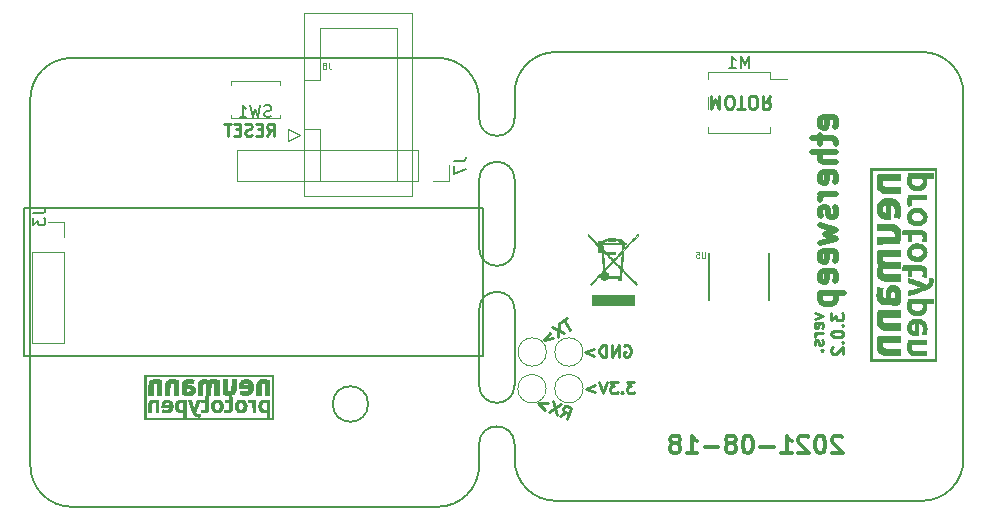
<source format=gbr>
%TF.GenerationSoftware,KiCad,Pcbnew,(5.1.8-0-10_14)*%
%TF.CreationDate,2021-08-18T19:24:50+02:00*%
%TF.ProjectId,ethersweep,65746865-7273-4776-9565-702e6b696361,2.0.1*%
%TF.SameCoordinates,Original*%
%TF.FileFunction,Legend,Bot*%
%TF.FilePolarity,Positive*%
%FSLAX46Y46*%
G04 Gerber Fmt 4.6, Leading zero omitted, Abs format (unit mm)*
G04 Created by KiCad (PCBNEW (5.1.8-0-10_14)) date 2021-08-18 19:24:50*
%MOMM*%
%LPD*%
G01*
G04 APERTURE LIST*
%TA.AperFunction,Profile*%
%ADD10C,0.150000*%
%TD*%
%ADD11C,0.250000*%
%ADD12C,0.150000*%
%ADD13C,0.275000*%
%ADD14C,0.500000*%
%ADD15C,0.375000*%
%ADD16C,0.010000*%
%ADD17C,0.120000*%
%ADD18C,0.127000*%
%ADD19C,0.125000*%
G04 APERTURE END LIST*
D10*
X198000000Y-81000000D02*
G75*
G02*
X201500000Y-84500000I0J-3500000D01*
G01*
D11*
X142537976Y-88082380D02*
X142871309Y-87606190D01*
X143109404Y-88082380D02*
X143109404Y-87082380D01*
X142728452Y-87082380D01*
X142633214Y-87130000D01*
X142585595Y-87177619D01*
X142537976Y-87272857D01*
X142537976Y-87415714D01*
X142585595Y-87510952D01*
X142633214Y-87558571D01*
X142728452Y-87606190D01*
X143109404Y-87606190D01*
X142109404Y-87558571D02*
X141776071Y-87558571D01*
X141633214Y-88082380D02*
X142109404Y-88082380D01*
X142109404Y-87082380D01*
X141633214Y-87082380D01*
X141252261Y-88034761D02*
X141109404Y-88082380D01*
X140871309Y-88082380D01*
X140776071Y-88034761D01*
X140728452Y-87987142D01*
X140680833Y-87891904D01*
X140680833Y-87796666D01*
X140728452Y-87701428D01*
X140776071Y-87653809D01*
X140871309Y-87606190D01*
X141061785Y-87558571D01*
X141157023Y-87510952D01*
X141204642Y-87463333D01*
X141252261Y-87368095D01*
X141252261Y-87272857D01*
X141204642Y-87177619D01*
X141157023Y-87130000D01*
X141061785Y-87082380D01*
X140823690Y-87082380D01*
X140680833Y-87130000D01*
X140252261Y-87558571D02*
X139918928Y-87558571D01*
X139776071Y-88082380D02*
X140252261Y-88082380D01*
X140252261Y-87082380D01*
X139776071Y-87082380D01*
X139490357Y-87082380D02*
X138918928Y-87082380D01*
X139204642Y-88082380D02*
X139204642Y-87082380D01*
X167922130Y-103535271D02*
X167427258Y-103820986D01*
X168174694Y-104544154D02*
X167674694Y-103678128D01*
X167221062Y-103940033D02*
X167143711Y-105139392D01*
X166643711Y-104273367D02*
X167721062Y-104806059D01*
X166480464Y-104752518D02*
X165963492Y-105380906D01*
X166766178Y-105247390D01*
X167383606Y-111843829D02*
X167859704Y-111510363D01*
X167920573Y-112039269D02*
X168262593Y-111099576D01*
X167904615Y-110969283D01*
X167798834Y-110981457D01*
X167737800Y-111009917D01*
X167660479Y-111083125D01*
X167611619Y-111217367D01*
X167623793Y-111323148D01*
X167652254Y-111384182D01*
X167725462Y-111461503D01*
X168083440Y-111591796D01*
X167412395Y-110790129D02*
X166443913Y-111501809D01*
X166785934Y-110562116D02*
X167070375Y-111729822D01*
X166313949Y-110745053D02*
X165500272Y-110752950D01*
X166118509Y-111282021D01*
D12*
X160800000Y-94200000D02*
X122000000Y-94200000D01*
D10*
X160500000Y-115500000D02*
X160500000Y-114200000D01*
X163500000Y-86600000D02*
X163500000Y-85000000D01*
X163500000Y-86600000D02*
G75*
G02*
X160500000Y-86600000I-1500000J0D01*
G01*
X163500000Y-115500000D02*
X163500000Y-114200000D01*
X160500000Y-86600000D02*
X160500000Y-85000000D01*
X160500000Y-114200000D02*
G75*
G02*
X163500000Y-114200000I1500000J0D01*
G01*
D13*
X180111904Y-84702380D02*
X180111904Y-85802380D01*
X180478571Y-85016666D01*
X180845238Y-85802380D01*
X180845238Y-84702380D01*
X181578571Y-85802380D02*
X181788095Y-85802380D01*
X181892857Y-85750000D01*
X181997619Y-85645238D01*
X182050000Y-85435714D01*
X182050000Y-85069047D01*
X181997619Y-84859523D01*
X181892857Y-84754761D01*
X181788095Y-84702380D01*
X181578571Y-84702380D01*
X181473809Y-84754761D01*
X181369047Y-84859523D01*
X181316666Y-85069047D01*
X181316666Y-85435714D01*
X181369047Y-85645238D01*
X181473809Y-85750000D01*
X181578571Y-85802380D01*
X182364285Y-85802380D02*
X182992857Y-85802380D01*
X182678571Y-84702380D02*
X182678571Y-85802380D01*
X183569047Y-85802380D02*
X183778571Y-85802380D01*
X183883333Y-85750000D01*
X183988095Y-85645238D01*
X184040476Y-85435714D01*
X184040476Y-85069047D01*
X183988095Y-84859523D01*
X183883333Y-84754761D01*
X183778571Y-84702380D01*
X183569047Y-84702380D01*
X183464285Y-84754761D01*
X183359523Y-84859523D01*
X183307142Y-85069047D01*
X183307142Y-85435714D01*
X183359523Y-85645238D01*
X183464285Y-85750000D01*
X183569047Y-85802380D01*
X185140476Y-84702380D02*
X184773809Y-85226190D01*
X184511904Y-84702380D02*
X184511904Y-85802380D01*
X184930952Y-85802380D01*
X185035714Y-85750000D01*
X185088095Y-85697619D01*
X185140476Y-85592857D01*
X185140476Y-85435714D01*
X185088095Y-85330952D01*
X185035714Y-85278571D01*
X184930952Y-85226190D01*
X184511904Y-85226190D01*
D14*
X190609523Y-87363095D02*
X190704761Y-87172619D01*
X190704761Y-86791666D01*
X190609523Y-86601190D01*
X190419047Y-86505952D01*
X189657142Y-86505952D01*
X189466666Y-86601190D01*
X189371428Y-86791666D01*
X189371428Y-87172619D01*
X189466666Y-87363095D01*
X189657142Y-87458333D01*
X189847619Y-87458333D01*
X190038095Y-86505952D01*
X189371428Y-88029761D02*
X189371428Y-88791666D01*
X188704761Y-88315476D02*
X190419047Y-88315476D01*
X190609523Y-88410714D01*
X190704761Y-88601190D01*
X190704761Y-88791666D01*
X190704761Y-89458333D02*
X188704761Y-89458333D01*
X190704761Y-90315476D02*
X189657142Y-90315476D01*
X189466666Y-90220238D01*
X189371428Y-90029761D01*
X189371428Y-89744047D01*
X189466666Y-89553571D01*
X189561904Y-89458333D01*
X190609523Y-92029761D02*
X190704761Y-91839285D01*
X190704761Y-91458333D01*
X190609523Y-91267857D01*
X190419047Y-91172619D01*
X189657142Y-91172619D01*
X189466666Y-91267857D01*
X189371428Y-91458333D01*
X189371428Y-91839285D01*
X189466666Y-92029761D01*
X189657142Y-92125000D01*
X189847619Y-92125000D01*
X190038095Y-91172619D01*
X190704761Y-92982142D02*
X189371428Y-92982142D01*
X189752380Y-92982142D02*
X189561904Y-93077380D01*
X189466666Y-93172619D01*
X189371428Y-93363095D01*
X189371428Y-93553571D01*
X190609523Y-94125000D02*
X190704761Y-94315476D01*
X190704761Y-94696428D01*
X190609523Y-94886904D01*
X190419047Y-94982142D01*
X190323809Y-94982142D01*
X190133333Y-94886904D01*
X190038095Y-94696428D01*
X190038095Y-94410714D01*
X189942857Y-94220238D01*
X189752380Y-94125000D01*
X189657142Y-94125000D01*
X189466666Y-94220238D01*
X189371428Y-94410714D01*
X189371428Y-94696428D01*
X189466666Y-94886904D01*
X189371428Y-95648809D02*
X190704761Y-96029761D01*
X189752380Y-96410714D01*
X190704761Y-96791666D01*
X189371428Y-97172619D01*
X190609523Y-98696428D02*
X190704761Y-98505952D01*
X190704761Y-98125000D01*
X190609523Y-97934523D01*
X190419047Y-97839285D01*
X189657142Y-97839285D01*
X189466666Y-97934523D01*
X189371428Y-98125000D01*
X189371428Y-98505952D01*
X189466666Y-98696428D01*
X189657142Y-98791666D01*
X189847619Y-98791666D01*
X190038095Y-97839285D01*
X190609523Y-100410714D02*
X190704761Y-100220238D01*
X190704761Y-99839285D01*
X190609523Y-99648809D01*
X190419047Y-99553571D01*
X189657142Y-99553571D01*
X189466666Y-99648809D01*
X189371428Y-99839285D01*
X189371428Y-100220238D01*
X189466666Y-100410714D01*
X189657142Y-100505952D01*
X189847619Y-100505952D01*
X190038095Y-99553571D01*
X189371428Y-101363095D02*
X191371428Y-101363095D01*
X189466666Y-101363095D02*
X189371428Y-101553571D01*
X189371428Y-101934523D01*
X189466666Y-102125000D01*
X189561904Y-102220238D01*
X189752380Y-102315476D01*
X190323809Y-102315476D01*
X190514285Y-102220238D01*
X190609523Y-102125000D01*
X190704761Y-101934523D01*
X190704761Y-101553571D01*
X190609523Y-101363095D01*
D11*
X173645238Y-108902380D02*
X173026190Y-108902380D01*
X173359523Y-109283333D01*
X173216666Y-109283333D01*
X173121428Y-109330952D01*
X173073809Y-109378571D01*
X173026190Y-109473809D01*
X173026190Y-109711904D01*
X173073809Y-109807142D01*
X173121428Y-109854761D01*
X173216666Y-109902380D01*
X173502380Y-109902380D01*
X173597619Y-109854761D01*
X173645238Y-109807142D01*
X172597619Y-109807142D02*
X172550000Y-109854761D01*
X172597619Y-109902380D01*
X172645238Y-109854761D01*
X172597619Y-109807142D01*
X172597619Y-109902380D01*
X172216666Y-108902380D02*
X171597619Y-108902380D01*
X171930952Y-109283333D01*
X171788095Y-109283333D01*
X171692857Y-109330952D01*
X171645238Y-109378571D01*
X171597619Y-109473809D01*
X171597619Y-109711904D01*
X171645238Y-109807142D01*
X171692857Y-109854761D01*
X171788095Y-109902380D01*
X172073809Y-109902380D01*
X172169047Y-109854761D01*
X172216666Y-109807142D01*
X171311904Y-108902380D02*
X170978571Y-109902380D01*
X170645238Y-108902380D01*
X170311904Y-109235714D02*
X169550000Y-109521428D01*
X170311904Y-109807142D01*
X172780952Y-105850000D02*
X172876190Y-105802380D01*
X173019047Y-105802380D01*
X173161904Y-105850000D01*
X173257142Y-105945238D01*
X173304761Y-106040476D01*
X173352380Y-106230952D01*
X173352380Y-106373809D01*
X173304761Y-106564285D01*
X173257142Y-106659523D01*
X173161904Y-106754761D01*
X173019047Y-106802380D01*
X172923809Y-106802380D01*
X172780952Y-106754761D01*
X172733333Y-106707142D01*
X172733333Y-106373809D01*
X172923809Y-106373809D01*
X172304761Y-106802380D02*
X172304761Y-105802380D01*
X171733333Y-106802380D01*
X171733333Y-105802380D01*
X171257142Y-106802380D02*
X171257142Y-105802380D01*
X171019047Y-105802380D01*
X170876190Y-105850000D01*
X170780952Y-105945238D01*
X170733333Y-106040476D01*
X170685714Y-106230952D01*
X170685714Y-106373809D01*
X170733333Y-106564285D01*
X170780952Y-106659523D01*
X170876190Y-106754761D01*
X171019047Y-106802380D01*
X171257142Y-106802380D01*
X170257142Y-106135714D02*
X169495238Y-106421428D01*
X170257142Y-106707142D01*
D10*
X163500000Y-97600000D02*
G75*
G02*
X160500000Y-97600000I-1500000J0D01*
G01*
X160500000Y-91800000D02*
G75*
G02*
X163500000Y-91800000I1500000J0D01*
G01*
X163500000Y-97600000D02*
X163500000Y-91800000D01*
X160500000Y-109200000D02*
X160500000Y-102800000D01*
X160500000Y-102800000D02*
G75*
G02*
X163500000Y-102800000I1500000J0D01*
G01*
X160500000Y-97600000D02*
X160500000Y-91800000D01*
X163500000Y-109200000D02*
X163500000Y-102800000D01*
X163500000Y-109200000D02*
G75*
G02*
X160500000Y-109200000I-1500000J0D01*
G01*
D11*
X188910714Y-103105357D02*
X189577380Y-103343452D01*
X188910714Y-103581547D01*
X189529761Y-104343452D02*
X189577380Y-104248214D01*
X189577380Y-104057738D01*
X189529761Y-103962500D01*
X189434523Y-103914880D01*
X189053571Y-103914880D01*
X188958333Y-103962500D01*
X188910714Y-104057738D01*
X188910714Y-104248214D01*
X188958333Y-104343452D01*
X189053571Y-104391071D01*
X189148809Y-104391071D01*
X189244047Y-103914880D01*
X189577380Y-104819642D02*
X188910714Y-104819642D01*
X189101190Y-104819642D02*
X189005952Y-104867261D01*
X188958333Y-104914880D01*
X188910714Y-105010119D01*
X188910714Y-105105357D01*
X189529761Y-105391071D02*
X189577380Y-105486309D01*
X189577380Y-105676785D01*
X189529761Y-105772023D01*
X189434523Y-105819642D01*
X189386904Y-105819642D01*
X189291666Y-105772023D01*
X189244047Y-105676785D01*
X189244047Y-105533928D01*
X189196428Y-105438690D01*
X189101190Y-105391071D01*
X189053571Y-105391071D01*
X188958333Y-105438690D01*
X188910714Y-105533928D01*
X188910714Y-105676785D01*
X188958333Y-105772023D01*
X189482142Y-106248214D02*
X189529761Y-106295833D01*
X189577380Y-106248214D01*
X189529761Y-106200595D01*
X189482142Y-106248214D01*
X189577380Y-106248214D01*
X190327380Y-103105357D02*
X190327380Y-103724404D01*
X190708333Y-103391071D01*
X190708333Y-103533928D01*
X190755952Y-103629166D01*
X190803571Y-103676785D01*
X190898809Y-103724404D01*
X191136904Y-103724404D01*
X191232142Y-103676785D01*
X191279761Y-103629166D01*
X191327380Y-103533928D01*
X191327380Y-103248214D01*
X191279761Y-103152976D01*
X191232142Y-103105357D01*
X191232142Y-104152976D02*
X191279761Y-104200595D01*
X191327380Y-104152976D01*
X191279761Y-104105357D01*
X191232142Y-104152976D01*
X191327380Y-104152976D01*
X190327380Y-104819642D02*
X190327380Y-104914880D01*
X190375000Y-105010119D01*
X190422619Y-105057738D01*
X190517857Y-105105357D01*
X190708333Y-105152976D01*
X190946428Y-105152976D01*
X191136904Y-105105357D01*
X191232142Y-105057738D01*
X191279761Y-105010119D01*
X191327380Y-104914880D01*
X191327380Y-104819642D01*
X191279761Y-104724404D01*
X191232142Y-104676785D01*
X191136904Y-104629166D01*
X190946428Y-104581547D01*
X190708333Y-104581547D01*
X190517857Y-104629166D01*
X190422619Y-104676785D01*
X190375000Y-104724404D01*
X190327380Y-104819642D01*
X191232142Y-105581547D02*
X191279761Y-105629166D01*
X191327380Y-105581547D01*
X191279761Y-105533928D01*
X191232142Y-105581547D01*
X191327380Y-105581547D01*
X190422619Y-106010119D02*
X190375000Y-106057738D01*
X190327380Y-106152976D01*
X190327380Y-106391071D01*
X190375000Y-106486309D01*
X190422619Y-106533928D01*
X190517857Y-106581547D01*
X190613095Y-106581547D01*
X190755952Y-106533928D01*
X191327380Y-105962500D01*
X191327380Y-106581547D01*
D15*
X191240535Y-113621428D02*
X191169107Y-113550000D01*
X191026250Y-113478571D01*
X190669107Y-113478571D01*
X190526250Y-113550000D01*
X190454821Y-113621428D01*
X190383392Y-113764285D01*
X190383392Y-113907142D01*
X190454821Y-114121428D01*
X191311964Y-114978571D01*
X190383392Y-114978571D01*
X189454821Y-113478571D02*
X189311964Y-113478571D01*
X189169107Y-113550000D01*
X189097678Y-113621428D01*
X189026250Y-113764285D01*
X188954821Y-114050000D01*
X188954821Y-114407142D01*
X189026250Y-114692857D01*
X189097678Y-114835714D01*
X189169107Y-114907142D01*
X189311964Y-114978571D01*
X189454821Y-114978571D01*
X189597678Y-114907142D01*
X189669107Y-114835714D01*
X189740535Y-114692857D01*
X189811964Y-114407142D01*
X189811964Y-114050000D01*
X189740535Y-113764285D01*
X189669107Y-113621428D01*
X189597678Y-113550000D01*
X189454821Y-113478571D01*
X188383392Y-113621428D02*
X188311964Y-113550000D01*
X188169107Y-113478571D01*
X187811964Y-113478571D01*
X187669107Y-113550000D01*
X187597678Y-113621428D01*
X187526250Y-113764285D01*
X187526250Y-113907142D01*
X187597678Y-114121428D01*
X188454821Y-114978571D01*
X187526250Y-114978571D01*
X186097678Y-114978571D02*
X186954821Y-114978571D01*
X186526250Y-114978571D02*
X186526250Y-113478571D01*
X186669107Y-113692857D01*
X186811964Y-113835714D01*
X186954821Y-113907142D01*
X185454821Y-114407142D02*
X184311964Y-114407142D01*
X183311964Y-113478571D02*
X183169107Y-113478571D01*
X183026250Y-113550000D01*
X182954821Y-113621428D01*
X182883392Y-113764285D01*
X182811964Y-114050000D01*
X182811964Y-114407142D01*
X182883392Y-114692857D01*
X182954821Y-114835714D01*
X183026250Y-114907142D01*
X183169107Y-114978571D01*
X183311964Y-114978571D01*
X183454821Y-114907142D01*
X183526250Y-114835714D01*
X183597678Y-114692857D01*
X183669107Y-114407142D01*
X183669107Y-114050000D01*
X183597678Y-113764285D01*
X183526250Y-113621428D01*
X183454821Y-113550000D01*
X183311964Y-113478571D01*
X181954821Y-114121428D02*
X182097678Y-114050000D01*
X182169107Y-113978571D01*
X182240535Y-113835714D01*
X182240535Y-113764285D01*
X182169107Y-113621428D01*
X182097678Y-113550000D01*
X181954821Y-113478571D01*
X181669107Y-113478571D01*
X181526250Y-113550000D01*
X181454821Y-113621428D01*
X181383392Y-113764285D01*
X181383392Y-113835714D01*
X181454821Y-113978571D01*
X181526250Y-114050000D01*
X181669107Y-114121428D01*
X181954821Y-114121428D01*
X182097678Y-114192857D01*
X182169107Y-114264285D01*
X182240535Y-114407142D01*
X182240535Y-114692857D01*
X182169107Y-114835714D01*
X182097678Y-114907142D01*
X181954821Y-114978571D01*
X181669107Y-114978571D01*
X181526250Y-114907142D01*
X181454821Y-114835714D01*
X181383392Y-114692857D01*
X181383392Y-114407142D01*
X181454821Y-114264285D01*
X181526250Y-114192857D01*
X181669107Y-114121428D01*
X180740535Y-114407142D02*
X179597678Y-114407142D01*
X178097678Y-114978571D02*
X178954821Y-114978571D01*
X178526250Y-114978571D02*
X178526250Y-113478571D01*
X178669107Y-113692857D01*
X178811964Y-113835714D01*
X178954821Y-113907142D01*
X177240535Y-114121428D02*
X177383392Y-114050000D01*
X177454821Y-113978571D01*
X177526250Y-113835714D01*
X177526250Y-113764285D01*
X177454821Y-113621428D01*
X177383392Y-113550000D01*
X177240535Y-113478571D01*
X176954821Y-113478571D01*
X176811964Y-113550000D01*
X176740535Y-113621428D01*
X176669107Y-113764285D01*
X176669107Y-113835714D01*
X176740535Y-113978571D01*
X176811964Y-114050000D01*
X176954821Y-114121428D01*
X177240535Y-114121428D01*
X177383392Y-114192857D01*
X177454821Y-114264285D01*
X177526250Y-114407142D01*
X177526250Y-114692857D01*
X177454821Y-114835714D01*
X177383392Y-114907142D01*
X177240535Y-114978571D01*
X176954821Y-114978571D01*
X176811964Y-114907142D01*
X176740535Y-114835714D01*
X176669107Y-114692857D01*
X176669107Y-114407142D01*
X176740535Y-114264285D01*
X176811964Y-114192857D01*
X176954821Y-114121428D01*
D10*
X160500000Y-116000000D02*
X160500000Y-115500000D01*
X163500000Y-84500000D02*
X163500000Y-85000000D01*
X151100000Y-110800000D02*
G75*
G03*
X151100000Y-110800000I-1500000J0D01*
G01*
D12*
X160800000Y-106700000D02*
X160800000Y-94200000D01*
X122000000Y-106700000D02*
X160800000Y-106700000D01*
X122000000Y-94200000D02*
X122000000Y-106700000D01*
D10*
X126000000Y-119500000D02*
G75*
G02*
X122500000Y-116000000I0J3500000D01*
G01*
X126000000Y-119500000D02*
X157000000Y-119500000D01*
X167000000Y-81000000D02*
X198000000Y-81000000D01*
X163500000Y-84500000D02*
G75*
G02*
X167000000Y-81000000I3500000J0D01*
G01*
X201500000Y-115500000D02*
G75*
G02*
X198000000Y-119000000I-3500000J0D01*
G01*
X167000000Y-119000000D02*
G75*
G02*
X163500000Y-115500000I0J3500000D01*
G01*
X167000000Y-119000000D02*
X198000000Y-119000000D01*
X201500000Y-115500000D02*
X201500000Y-84500000D01*
X122500000Y-85000000D02*
X122500000Y-116000000D01*
X160500000Y-116000000D02*
G75*
G02*
X157000000Y-119500000I-3500000J0D01*
G01*
X157000000Y-81500000D02*
G75*
G02*
X160500000Y-85000000I0J-3500000D01*
G01*
X122500000Y-85000000D02*
G75*
G02*
X126000000Y-81500000I3500000J0D01*
G01*
X157000000Y-81500000D02*
X126000000Y-81500000D01*
D16*
G36*
X194152739Y-105918822D02*
G01*
X194153428Y-105963898D01*
X194154706Y-105999478D01*
X194156721Y-106028041D01*
X194159619Y-106052066D01*
X194163549Y-106074032D01*
X194168657Y-106096418D01*
X194171397Y-106107359D01*
X194204555Y-106215283D01*
X194246149Y-106310143D01*
X194296924Y-106392504D01*
X194357628Y-106462933D01*
X194429005Y-106521994D01*
X194511803Y-106570253D01*
X194606768Y-106608275D01*
X194714645Y-106636626D01*
X194836181Y-106655870D01*
X194903894Y-106662379D01*
X194930695Y-106663799D01*
X194972644Y-106665144D01*
X195027956Y-106666394D01*
X195094845Y-106667524D01*
X195171527Y-106668512D01*
X195256217Y-106669337D01*
X195347128Y-106669975D01*
X195442476Y-106670403D01*
X195540476Y-106670600D01*
X195555450Y-106670608D01*
X196103667Y-106670800D01*
X196103667Y-106120467D01*
X195525817Y-106120403D01*
X195408190Y-106120258D01*
X195300047Y-106119858D01*
X195202358Y-106119217D01*
X195116093Y-106118349D01*
X195042222Y-106117266D01*
X194981715Y-106115982D01*
X194935542Y-106114511D01*
X194904673Y-106112866D01*
X194892934Y-106111656D01*
X194825241Y-106098176D01*
X194770906Y-106080602D01*
X194726563Y-106057505D01*
X194688848Y-106027453D01*
X194684198Y-106022902D01*
X194657400Y-105993110D01*
X194637660Y-105962862D01*
X194624079Y-105928975D01*
X194615762Y-105888267D01*
X194611810Y-105837556D01*
X194611328Y-105773660D01*
X194611462Y-105764867D01*
X194612697Y-105717654D01*
X194614645Y-105671999D01*
X194617046Y-105632909D01*
X194619640Y-105605388D01*
X194619825Y-105604000D01*
X194626233Y-105557434D01*
X195364950Y-105555271D01*
X196103667Y-105553107D01*
X196103667Y-105011334D01*
X194257514Y-105011334D01*
X194248964Y-105033823D01*
X194243128Y-105053693D01*
X194235119Y-105087393D01*
X194225502Y-105132043D01*
X194214843Y-105184761D01*
X194203707Y-105242669D01*
X194192659Y-105302886D01*
X194182266Y-105362530D01*
X194173092Y-105418722D01*
X194171929Y-105426200D01*
X194166047Y-105466556D01*
X194161479Y-105504251D01*
X194158061Y-105542361D01*
X194155629Y-105583965D01*
X194154020Y-105632138D01*
X194153069Y-105689956D01*
X194152614Y-105760497D01*
X194152538Y-105790267D01*
X194152492Y-105861772D01*
X194152739Y-105918822D01*
G37*
X194152739Y-105918822D02*
X194153428Y-105963898D01*
X194154706Y-105999478D01*
X194156721Y-106028041D01*
X194159619Y-106052066D01*
X194163549Y-106074032D01*
X194168657Y-106096418D01*
X194171397Y-106107359D01*
X194204555Y-106215283D01*
X194246149Y-106310143D01*
X194296924Y-106392504D01*
X194357628Y-106462933D01*
X194429005Y-106521994D01*
X194511803Y-106570253D01*
X194606768Y-106608275D01*
X194714645Y-106636626D01*
X194836181Y-106655870D01*
X194903894Y-106662379D01*
X194930695Y-106663799D01*
X194972644Y-106665144D01*
X195027956Y-106666394D01*
X195094845Y-106667524D01*
X195171527Y-106668512D01*
X195256217Y-106669337D01*
X195347128Y-106669975D01*
X195442476Y-106670403D01*
X195540476Y-106670600D01*
X195555450Y-106670608D01*
X196103667Y-106670800D01*
X196103667Y-106120467D01*
X195525817Y-106120403D01*
X195408190Y-106120258D01*
X195300047Y-106119858D01*
X195202358Y-106119217D01*
X195116093Y-106118349D01*
X195042222Y-106117266D01*
X194981715Y-106115982D01*
X194935542Y-106114511D01*
X194904673Y-106112866D01*
X194892934Y-106111656D01*
X194825241Y-106098176D01*
X194770906Y-106080602D01*
X194726563Y-106057505D01*
X194688848Y-106027453D01*
X194684198Y-106022902D01*
X194657400Y-105993110D01*
X194637660Y-105962862D01*
X194624079Y-105928975D01*
X194615762Y-105888267D01*
X194611810Y-105837556D01*
X194611328Y-105773660D01*
X194611462Y-105764867D01*
X194612697Y-105717654D01*
X194614645Y-105671999D01*
X194617046Y-105632909D01*
X194619640Y-105605388D01*
X194619825Y-105604000D01*
X194626233Y-105557434D01*
X195364950Y-105555271D01*
X196103667Y-105553107D01*
X196103667Y-105011334D01*
X194257514Y-105011334D01*
X194248964Y-105033823D01*
X194243128Y-105053693D01*
X194235119Y-105087393D01*
X194225502Y-105132043D01*
X194214843Y-105184761D01*
X194203707Y-105242669D01*
X194192659Y-105302886D01*
X194182266Y-105362530D01*
X194173092Y-105418722D01*
X194171929Y-105426200D01*
X194166047Y-105466556D01*
X194161479Y-105504251D01*
X194158061Y-105542361D01*
X194155629Y-105583965D01*
X194154020Y-105632138D01*
X194153069Y-105689956D01*
X194152614Y-105760497D01*
X194152538Y-105790267D01*
X194152492Y-105861772D01*
X194152739Y-105918822D01*
G36*
X194149232Y-103778359D02*
G01*
X194151069Y-103817859D01*
X194154162Y-103852843D01*
X194158609Y-103886412D01*
X194159576Y-103892637D01*
X194184841Y-104010101D01*
X194221480Y-104115040D01*
X194269557Y-104207534D01*
X194329135Y-104287660D01*
X194400279Y-104355498D01*
X194483053Y-104411125D01*
X194577522Y-104454621D01*
X194633697Y-104473172D01*
X194663702Y-104481671D01*
X194692045Y-104489083D01*
X194720076Y-104495483D01*
X194749144Y-104500945D01*
X194780601Y-104505543D01*
X194815794Y-104509351D01*
X194856075Y-104512442D01*
X194902793Y-104514892D01*
X194957297Y-104516772D01*
X195020937Y-104518159D01*
X195095063Y-104519125D01*
X195181025Y-104519745D01*
X195280173Y-104520092D01*
X195393855Y-104520241D01*
X195493037Y-104520267D01*
X196103667Y-104520267D01*
X196103667Y-103979230D01*
X195496184Y-103976185D01*
X195378267Y-103975559D01*
X195276044Y-103974925D01*
X195188275Y-103974251D01*
X195113721Y-103973504D01*
X195051143Y-103972651D01*
X194999301Y-103971661D01*
X194956954Y-103970500D01*
X194922865Y-103969137D01*
X194895793Y-103967538D01*
X194874500Y-103965672D01*
X194857744Y-103963506D01*
X194844288Y-103961007D01*
X194835621Y-103958897D01*
X194769395Y-103936632D01*
X194715621Y-103907987D01*
X194673592Y-103871674D01*
X194642599Y-103826404D01*
X194621936Y-103770889D01*
X194610896Y-103703841D01*
X194608770Y-103623972D01*
X194612754Y-103553036D01*
X194616234Y-103510305D01*
X194619115Y-103472708D01*
X194621124Y-103443984D01*
X194621986Y-103427875D01*
X194622000Y-103426855D01*
X194622476Y-103424118D01*
X194624600Y-103421719D01*
X194629415Y-103419634D01*
X194637964Y-103417843D01*
X194651291Y-103416322D01*
X194670437Y-103415050D01*
X194696448Y-103414004D01*
X194730366Y-103413163D01*
X194773234Y-103412504D01*
X194826095Y-103412005D01*
X194889992Y-103411644D01*
X194965970Y-103411399D01*
X195055070Y-103411248D01*
X195158336Y-103411168D01*
X195276812Y-103411138D01*
X195362834Y-103411134D01*
X196103667Y-103411134D01*
X196103667Y-102869267D01*
X194251583Y-102869267D01*
X194246566Y-102892551D01*
X194242843Y-102909813D01*
X194236454Y-102939423D01*
X194228307Y-102977177D01*
X194219619Y-103017434D01*
X194194402Y-103143658D01*
X194175577Y-103260976D01*
X194162381Y-103375825D01*
X194154048Y-103494646D01*
X194150259Y-103601775D01*
X194148926Y-103673416D01*
X194148550Y-103731244D01*
X194149232Y-103778359D01*
G37*
X194149232Y-103778359D02*
X194151069Y-103817859D01*
X194154162Y-103852843D01*
X194158609Y-103886412D01*
X194159576Y-103892637D01*
X194184841Y-104010101D01*
X194221480Y-104115040D01*
X194269557Y-104207534D01*
X194329135Y-104287660D01*
X194400279Y-104355498D01*
X194483053Y-104411125D01*
X194577522Y-104454621D01*
X194633697Y-104473172D01*
X194663702Y-104481671D01*
X194692045Y-104489083D01*
X194720076Y-104495483D01*
X194749144Y-104500945D01*
X194780601Y-104505543D01*
X194815794Y-104509351D01*
X194856075Y-104512442D01*
X194902793Y-104514892D01*
X194957297Y-104516772D01*
X195020937Y-104518159D01*
X195095063Y-104519125D01*
X195181025Y-104519745D01*
X195280173Y-104520092D01*
X195393855Y-104520241D01*
X195493037Y-104520267D01*
X196103667Y-104520267D01*
X196103667Y-103979230D01*
X195496184Y-103976185D01*
X195378267Y-103975559D01*
X195276044Y-103974925D01*
X195188275Y-103974251D01*
X195113721Y-103973504D01*
X195051143Y-103972651D01*
X194999301Y-103971661D01*
X194956954Y-103970500D01*
X194922865Y-103969137D01*
X194895793Y-103967538D01*
X194874500Y-103965672D01*
X194857744Y-103963506D01*
X194844288Y-103961007D01*
X194835621Y-103958897D01*
X194769395Y-103936632D01*
X194715621Y-103907987D01*
X194673592Y-103871674D01*
X194642599Y-103826404D01*
X194621936Y-103770889D01*
X194610896Y-103703841D01*
X194608770Y-103623972D01*
X194612754Y-103553036D01*
X194616234Y-103510305D01*
X194619115Y-103472708D01*
X194621124Y-103443984D01*
X194621986Y-103427875D01*
X194622000Y-103426855D01*
X194622476Y-103424118D01*
X194624600Y-103421719D01*
X194629415Y-103419634D01*
X194637964Y-103417843D01*
X194651291Y-103416322D01*
X194670437Y-103415050D01*
X194696448Y-103414004D01*
X194730366Y-103413163D01*
X194773234Y-103412504D01*
X194826095Y-103412005D01*
X194889992Y-103411644D01*
X194965970Y-103411399D01*
X195055070Y-103411248D01*
X195158336Y-103411168D01*
X195276812Y-103411138D01*
X195362834Y-103411134D01*
X196103667Y-103411134D01*
X196103667Y-102869267D01*
X194251583Y-102869267D01*
X194246566Y-102892551D01*
X194242843Y-102909813D01*
X194236454Y-102939423D01*
X194228307Y-102977177D01*
X194219619Y-103017434D01*
X194194402Y-103143658D01*
X194175577Y-103260976D01*
X194162381Y-103375825D01*
X194154048Y-103494646D01*
X194150259Y-103601775D01*
X194148926Y-103673416D01*
X194148550Y-103731244D01*
X194149232Y-103778359D01*
G36*
X194149475Y-99629424D02*
G01*
X194150402Y-99660401D01*
X194155030Y-99742954D01*
X194163402Y-99813307D01*
X194176534Y-99875969D01*
X194195440Y-99935453D01*
X194221135Y-99996268D01*
X194230223Y-100015249D01*
X194279611Y-100097199D01*
X194342120Y-100169252D01*
X194416337Y-100230198D01*
X194500851Y-100278831D01*
X194571200Y-100306846D01*
X194598881Y-100315854D01*
X194624461Y-100323742D01*
X194649229Y-100330590D01*
X194674476Y-100336477D01*
X194701495Y-100341484D01*
X194731575Y-100345690D01*
X194766009Y-100349175D01*
X194806085Y-100352018D01*
X194853097Y-100354299D01*
X194908334Y-100356098D01*
X194973088Y-100357495D01*
X195048649Y-100358569D01*
X195136309Y-100359399D01*
X195237359Y-100360067D01*
X195353089Y-100360651D01*
X195449617Y-100361079D01*
X196103667Y-100363911D01*
X196103667Y-99822102D01*
X195500417Y-99819279D01*
X195384655Y-99818725D01*
X195284540Y-99818196D01*
X195198783Y-99817650D01*
X195126099Y-99817048D01*
X195065198Y-99816349D01*
X195014795Y-99815512D01*
X194973603Y-99814497D01*
X194940333Y-99813264D01*
X194913699Y-99811771D01*
X194892414Y-99809978D01*
X194875191Y-99807844D01*
X194860742Y-99805330D01*
X194847780Y-99802394D01*
X194835018Y-99798995D01*
X194832235Y-99798217D01*
X194775412Y-99780114D01*
X194731739Y-99760851D01*
X194697449Y-99738509D01*
X194675351Y-99718292D01*
X194641079Y-99670608D01*
X194619254Y-99613297D01*
X194609966Y-99548315D01*
X194613306Y-99477615D01*
X194629365Y-99403152D01*
X194657218Y-99329093D01*
X194682843Y-99272953D01*
X194727386Y-99284585D01*
X194749985Y-99289909D01*
X194775096Y-99294546D01*
X194803959Y-99298543D01*
X194837819Y-99301944D01*
X194877917Y-99304793D01*
X194925496Y-99307135D01*
X194981798Y-99309016D01*
X195048067Y-99310480D01*
X195125545Y-99311573D01*
X195215474Y-99312338D01*
X195319096Y-99312822D01*
X195437656Y-99313068D01*
X195517350Y-99313120D01*
X196103667Y-99313267D01*
X196103667Y-98772433D01*
X195508884Y-98769117D01*
X195392353Y-98768433D01*
X195291471Y-98767750D01*
X195204953Y-98767031D01*
X195131514Y-98766242D01*
X195069869Y-98765347D01*
X195018732Y-98764310D01*
X194976821Y-98763096D01*
X194942849Y-98761670D01*
X194915531Y-98759996D01*
X194893584Y-98758038D01*
X194875722Y-98755761D01*
X194860660Y-98753130D01*
X194850600Y-98750943D01*
X194776652Y-98727731D01*
X194715475Y-98695978D01*
X194667876Y-98656304D01*
X194634662Y-98609332D01*
X194620890Y-98574194D01*
X194614037Y-98536036D01*
X194610676Y-98484763D01*
X194610874Y-98423847D01*
X194614696Y-98356756D01*
X194616410Y-98337484D01*
X194623520Y-98263400D01*
X196103667Y-98263400D01*
X196103667Y-97721534D01*
X194251884Y-97721534D01*
X194225429Y-97843300D01*
X194195163Y-97994472D01*
X194172779Y-98134220D01*
X194157917Y-98265914D01*
X194150219Y-98392924D01*
X194149323Y-98518619D01*
X194150076Y-98548858D01*
X194152704Y-98613276D01*
X194156393Y-98664559D01*
X194161547Y-98706493D01*
X194168573Y-98742864D01*
X194172526Y-98758700D01*
X194188644Y-98808957D01*
X194210979Y-98864824D01*
X194237047Y-98921006D01*
X194264363Y-98972205D01*
X194290444Y-99013128D01*
X194294353Y-99018390D01*
X194323005Y-99055926D01*
X194302576Y-99085113D01*
X194265684Y-99146261D01*
X194230949Y-99219874D01*
X194200100Y-99301489D01*
X194174865Y-99386643D01*
X194160132Y-99452967D01*
X194154007Y-99491476D01*
X194150335Y-99530614D01*
X194148897Y-99575043D01*
X194149475Y-99629424D01*
G37*
X194149475Y-99629424D02*
X194150402Y-99660401D01*
X194155030Y-99742954D01*
X194163402Y-99813307D01*
X194176534Y-99875969D01*
X194195440Y-99935453D01*
X194221135Y-99996268D01*
X194230223Y-100015249D01*
X194279611Y-100097199D01*
X194342120Y-100169252D01*
X194416337Y-100230198D01*
X194500851Y-100278831D01*
X194571200Y-100306846D01*
X194598881Y-100315854D01*
X194624461Y-100323742D01*
X194649229Y-100330590D01*
X194674476Y-100336477D01*
X194701495Y-100341484D01*
X194731575Y-100345690D01*
X194766009Y-100349175D01*
X194806085Y-100352018D01*
X194853097Y-100354299D01*
X194908334Y-100356098D01*
X194973088Y-100357495D01*
X195048649Y-100358569D01*
X195136309Y-100359399D01*
X195237359Y-100360067D01*
X195353089Y-100360651D01*
X195449617Y-100361079D01*
X196103667Y-100363911D01*
X196103667Y-99822102D01*
X195500417Y-99819279D01*
X195384655Y-99818725D01*
X195284540Y-99818196D01*
X195198783Y-99817650D01*
X195126099Y-99817048D01*
X195065198Y-99816349D01*
X195014795Y-99815512D01*
X194973603Y-99814497D01*
X194940333Y-99813264D01*
X194913699Y-99811771D01*
X194892414Y-99809978D01*
X194875191Y-99807844D01*
X194860742Y-99805330D01*
X194847780Y-99802394D01*
X194835018Y-99798995D01*
X194832235Y-99798217D01*
X194775412Y-99780114D01*
X194731739Y-99760851D01*
X194697449Y-99738509D01*
X194675351Y-99718292D01*
X194641079Y-99670608D01*
X194619254Y-99613297D01*
X194609966Y-99548315D01*
X194613306Y-99477615D01*
X194629365Y-99403152D01*
X194657218Y-99329093D01*
X194682843Y-99272953D01*
X194727386Y-99284585D01*
X194749985Y-99289909D01*
X194775096Y-99294546D01*
X194803959Y-99298543D01*
X194837819Y-99301944D01*
X194877917Y-99304793D01*
X194925496Y-99307135D01*
X194981798Y-99309016D01*
X195048067Y-99310480D01*
X195125545Y-99311573D01*
X195215474Y-99312338D01*
X195319096Y-99312822D01*
X195437656Y-99313068D01*
X195517350Y-99313120D01*
X196103667Y-99313267D01*
X196103667Y-98772433D01*
X195508884Y-98769117D01*
X195392353Y-98768433D01*
X195291471Y-98767750D01*
X195204953Y-98767031D01*
X195131514Y-98766242D01*
X195069869Y-98765347D01*
X195018732Y-98764310D01*
X194976821Y-98763096D01*
X194942849Y-98761670D01*
X194915531Y-98759996D01*
X194893584Y-98758038D01*
X194875722Y-98755761D01*
X194860660Y-98753130D01*
X194850600Y-98750943D01*
X194776652Y-98727731D01*
X194715475Y-98695978D01*
X194667876Y-98656304D01*
X194634662Y-98609332D01*
X194620890Y-98574194D01*
X194614037Y-98536036D01*
X194610676Y-98484763D01*
X194610874Y-98423847D01*
X194614696Y-98356756D01*
X194616410Y-98337484D01*
X194623520Y-98263400D01*
X196103667Y-98263400D01*
X196103667Y-97721534D01*
X194251884Y-97721534D01*
X194225429Y-97843300D01*
X194195163Y-97994472D01*
X194172779Y-98134220D01*
X194157917Y-98265914D01*
X194150219Y-98392924D01*
X194149323Y-98518619D01*
X194150076Y-98548858D01*
X194152704Y-98613276D01*
X194156393Y-98664559D01*
X194161547Y-98706493D01*
X194168573Y-98742864D01*
X194172526Y-98758700D01*
X194188644Y-98808957D01*
X194210979Y-98864824D01*
X194237047Y-98921006D01*
X194264363Y-98972205D01*
X194290444Y-99013128D01*
X194294353Y-99018390D01*
X194323005Y-99055926D01*
X194302576Y-99085113D01*
X194265684Y-99146261D01*
X194230949Y-99219874D01*
X194200100Y-99301489D01*
X194174865Y-99386643D01*
X194160132Y-99452967D01*
X194154007Y-99491476D01*
X194150335Y-99530614D01*
X194148897Y-99575043D01*
X194149475Y-99629424D01*
G36*
X194149232Y-92212892D02*
G01*
X194151069Y-92252392D01*
X194154162Y-92287377D01*
X194158609Y-92320945D01*
X194159576Y-92327170D01*
X194184841Y-92444634D01*
X194221480Y-92549574D01*
X194269557Y-92642067D01*
X194329135Y-92722193D01*
X194400279Y-92790031D01*
X194483053Y-92845658D01*
X194577522Y-92889154D01*
X194633697Y-92907706D01*
X194663702Y-92916204D01*
X194692045Y-92923617D01*
X194720076Y-92930017D01*
X194749144Y-92935479D01*
X194780601Y-92940077D01*
X194815794Y-92943884D01*
X194856075Y-92946976D01*
X194902793Y-92949425D01*
X194957297Y-92951306D01*
X195020937Y-92952692D01*
X195095063Y-92953658D01*
X195181025Y-92954278D01*
X195280173Y-92954626D01*
X195393855Y-92954775D01*
X195493037Y-92954801D01*
X196103667Y-92954801D01*
X196103667Y-92413763D01*
X195496184Y-92410718D01*
X195378267Y-92410093D01*
X195276044Y-92409459D01*
X195188275Y-92408784D01*
X195113721Y-92408037D01*
X195051143Y-92407185D01*
X194999301Y-92406194D01*
X194956954Y-92405034D01*
X194922865Y-92403670D01*
X194895793Y-92402072D01*
X194874500Y-92400205D01*
X194857744Y-92398039D01*
X194844288Y-92395541D01*
X194835621Y-92393431D01*
X194769395Y-92371166D01*
X194715621Y-92342521D01*
X194673592Y-92306207D01*
X194642599Y-92260937D01*
X194621936Y-92205422D01*
X194610896Y-92138374D01*
X194608770Y-92058505D01*
X194612754Y-91987569D01*
X194616234Y-91944839D01*
X194619115Y-91907241D01*
X194621124Y-91878517D01*
X194621986Y-91862408D01*
X194622000Y-91861388D01*
X194622476Y-91858651D01*
X194624600Y-91856252D01*
X194629415Y-91854167D01*
X194637964Y-91852376D01*
X194651291Y-91850855D01*
X194670437Y-91849583D01*
X194696448Y-91848538D01*
X194730366Y-91847696D01*
X194773234Y-91847037D01*
X194826095Y-91846539D01*
X194889992Y-91846178D01*
X194965970Y-91845933D01*
X195055070Y-91845781D01*
X195158336Y-91845701D01*
X195276812Y-91845671D01*
X195362834Y-91845667D01*
X196103667Y-91845667D01*
X196103667Y-91303800D01*
X194251583Y-91303800D01*
X194246566Y-91327084D01*
X194242843Y-91344346D01*
X194236454Y-91373956D01*
X194228307Y-91411710D01*
X194219619Y-91451967D01*
X194194402Y-91578192D01*
X194175577Y-91695509D01*
X194162381Y-91810358D01*
X194154048Y-91929179D01*
X194150259Y-92036308D01*
X194148926Y-92107949D01*
X194148550Y-92165777D01*
X194149232Y-92212892D01*
G37*
X194149232Y-92212892D02*
X194151069Y-92252392D01*
X194154162Y-92287377D01*
X194158609Y-92320945D01*
X194159576Y-92327170D01*
X194184841Y-92444634D01*
X194221480Y-92549574D01*
X194269557Y-92642067D01*
X194329135Y-92722193D01*
X194400279Y-92790031D01*
X194483053Y-92845658D01*
X194577522Y-92889154D01*
X194633697Y-92907706D01*
X194663702Y-92916204D01*
X194692045Y-92923617D01*
X194720076Y-92930017D01*
X194749144Y-92935479D01*
X194780601Y-92940077D01*
X194815794Y-92943884D01*
X194856075Y-92946976D01*
X194902793Y-92949425D01*
X194957297Y-92951306D01*
X195020937Y-92952692D01*
X195095063Y-92953658D01*
X195181025Y-92954278D01*
X195280173Y-92954626D01*
X195393855Y-92954775D01*
X195493037Y-92954801D01*
X196103667Y-92954801D01*
X196103667Y-92413763D01*
X195496184Y-92410718D01*
X195378267Y-92410093D01*
X195276044Y-92409459D01*
X195188275Y-92408784D01*
X195113721Y-92408037D01*
X195051143Y-92407185D01*
X194999301Y-92406194D01*
X194956954Y-92405034D01*
X194922865Y-92403670D01*
X194895793Y-92402072D01*
X194874500Y-92400205D01*
X194857744Y-92398039D01*
X194844288Y-92395541D01*
X194835621Y-92393431D01*
X194769395Y-92371166D01*
X194715621Y-92342521D01*
X194673592Y-92306207D01*
X194642599Y-92260937D01*
X194621936Y-92205422D01*
X194610896Y-92138374D01*
X194608770Y-92058505D01*
X194612754Y-91987569D01*
X194616234Y-91944839D01*
X194619115Y-91907241D01*
X194621124Y-91878517D01*
X194621986Y-91862408D01*
X194622000Y-91861388D01*
X194622476Y-91858651D01*
X194624600Y-91856252D01*
X194629415Y-91854167D01*
X194637964Y-91852376D01*
X194651291Y-91850855D01*
X194670437Y-91849583D01*
X194696448Y-91848538D01*
X194730366Y-91847696D01*
X194773234Y-91847037D01*
X194826095Y-91846539D01*
X194889992Y-91846178D01*
X194965970Y-91845933D01*
X195055070Y-91845781D01*
X195158336Y-91845701D01*
X195276812Y-91845671D01*
X195362834Y-91845667D01*
X196103667Y-91845667D01*
X196103667Y-91303800D01*
X194251583Y-91303800D01*
X194246566Y-91327084D01*
X194242843Y-91344346D01*
X194236454Y-91373956D01*
X194228307Y-91411710D01*
X194219619Y-91451967D01*
X194194402Y-91578192D01*
X194175577Y-91695509D01*
X194162381Y-91810358D01*
X194154048Y-91929179D01*
X194150259Y-92036308D01*
X194148926Y-92107949D01*
X194148550Y-92165777D01*
X194149232Y-92212892D01*
G36*
X194145249Y-101704419D02*
G01*
X194155766Y-101794602D01*
X194172782Y-101876766D01*
X194196729Y-101953609D01*
X194227563Y-102026834D01*
X194275212Y-102111480D01*
X194332219Y-102183535D01*
X194399391Y-102243527D01*
X194477532Y-102291981D01*
X194567449Y-102329426D01*
X194669947Y-102356389D01*
X194751527Y-102369549D01*
X194768750Y-102370712D01*
X194800424Y-102371819D01*
X194844974Y-102372866D01*
X194900825Y-102373847D01*
X194966402Y-102374754D01*
X195040129Y-102375583D01*
X195120431Y-102376327D01*
X195205732Y-102376980D01*
X195294458Y-102377536D01*
X195385032Y-102377989D01*
X195475880Y-102378333D01*
X195565426Y-102378562D01*
X195652094Y-102378670D01*
X195734310Y-102378651D01*
X195810498Y-102378499D01*
X195879082Y-102378207D01*
X195938488Y-102377770D01*
X195987139Y-102377182D01*
X196023461Y-102376437D01*
X196045878Y-102375528D01*
X196052867Y-102374540D01*
X196054284Y-102365471D01*
X196058238Y-102342293D01*
X196064282Y-102307566D01*
X196071972Y-102263849D01*
X196080859Y-102213702D01*
X196082748Y-102203090D01*
X196093155Y-102142756D01*
X196103469Y-102079589D01*
X196112900Y-102018664D01*
X196120659Y-101965056D01*
X196125298Y-101929467D01*
X196130361Y-101877382D01*
X196134631Y-101814337D01*
X196138029Y-101743971D01*
X196140477Y-101669925D01*
X196141896Y-101595840D01*
X196142207Y-101525354D01*
X196141332Y-101462108D01*
X196139192Y-101409743D01*
X196137096Y-101383367D01*
X196121322Y-101268583D01*
X196098959Y-101168043D01*
X196069378Y-101080138D01*
X196031951Y-101003262D01*
X195986049Y-100935809D01*
X195943167Y-100887914D01*
X195879041Y-100832581D01*
X195809793Y-100790149D01*
X195733409Y-100759888D01*
X195647878Y-100741066D01*
X195551186Y-100732952D01*
X195515234Y-100732504D01*
X195509344Y-100732892D01*
X195509344Y-101270052D01*
X195565065Y-101277426D01*
X195615807Y-101296393D01*
X195630371Y-101305032D01*
X195654302Y-101328004D01*
X195677753Y-101362829D01*
X195697989Y-101404581D01*
X195712276Y-101448331D01*
X195713893Y-101455500D01*
X195716184Y-101475087D01*
X195717890Y-101507067D01*
X195719030Y-101548405D01*
X195719625Y-101596065D01*
X195719696Y-101647012D01*
X195719263Y-101698211D01*
X195718347Y-101746627D01*
X195716968Y-101789225D01*
X195715148Y-101822969D01*
X195712906Y-101844825D01*
X195711204Y-101851265D01*
X195704436Y-101854806D01*
X195688053Y-101857528D01*
X195660567Y-101859507D01*
X195620493Y-101860817D01*
X195566344Y-101861534D01*
X195502952Y-101861734D01*
X195301169Y-101861734D01*
X195296162Y-101841784D01*
X195287359Y-101792161D01*
X195282068Y-101730886D01*
X195280204Y-101662790D01*
X195281680Y-101592701D01*
X195286411Y-101525449D01*
X195294310Y-101465863D01*
X195303607Y-101424310D01*
X195323890Y-101376231D01*
X195353738Y-101333396D01*
X195389458Y-101300660D01*
X195404721Y-101291399D01*
X195454084Y-101274601D01*
X195509344Y-101270052D01*
X195509344Y-100732892D01*
X195413607Y-100739204D01*
X195321961Y-100758757D01*
X195240034Y-100791425D01*
X195167562Y-100837470D01*
X195104282Y-100897156D01*
X195049931Y-100970745D01*
X195004246Y-101058498D01*
X194966964Y-101160679D01*
X194937821Y-101277549D01*
X194930605Y-101315634D01*
X194922537Y-101376917D01*
X194917564Y-101448947D01*
X194915604Y-101527449D01*
X194916572Y-101608146D01*
X194920384Y-101686762D01*
X194926956Y-101759019D01*
X194936204Y-101820641D01*
X194940953Y-101842684D01*
X194942207Y-101854960D01*
X194935215Y-101860405D01*
X194915911Y-101861724D01*
X194912340Y-101861734D01*
X194835049Y-101854928D01*
X194766859Y-101834919D01*
X194708698Y-101802317D01*
X194661497Y-101757735D01*
X194626183Y-101701785D01*
X194611236Y-101663486D01*
X194600637Y-101615321D01*
X194594217Y-101554001D01*
X194591806Y-101482739D01*
X194593234Y-101404746D01*
X194598331Y-101323234D01*
X194606926Y-101241414D01*
X194618849Y-101162498D01*
X194633931Y-101089696D01*
X194643584Y-101053167D01*
X194651921Y-101021533D01*
X194657015Y-100996404D01*
X194658086Y-100981914D01*
X194657408Y-100980158D01*
X194647896Y-100977525D01*
X194624443Y-100972858D01*
X194589855Y-100966611D01*
X194546943Y-100959233D01*
X194498514Y-100951177D01*
X194447377Y-100942895D01*
X194396339Y-100934838D01*
X194348210Y-100927457D01*
X194305797Y-100921205D01*
X194271909Y-100916532D01*
X194249355Y-100913891D01*
X194242683Y-100913467D01*
X194234730Y-100915329D01*
X194228031Y-100922729D01*
X194221466Y-100938387D01*
X194213914Y-100965024D01*
X194204257Y-101005361D01*
X194203485Y-101008717D01*
X194167720Y-101198146D01*
X194146921Y-101390978D01*
X194142001Y-101489207D01*
X194140804Y-101603520D01*
X194145249Y-101704419D01*
G37*
X194145249Y-101704419D02*
X194155766Y-101794602D01*
X194172782Y-101876766D01*
X194196729Y-101953609D01*
X194227563Y-102026834D01*
X194275212Y-102111480D01*
X194332219Y-102183535D01*
X194399391Y-102243527D01*
X194477532Y-102291981D01*
X194567449Y-102329426D01*
X194669947Y-102356389D01*
X194751527Y-102369549D01*
X194768750Y-102370712D01*
X194800424Y-102371819D01*
X194844974Y-102372866D01*
X194900825Y-102373847D01*
X194966402Y-102374754D01*
X195040129Y-102375583D01*
X195120431Y-102376327D01*
X195205732Y-102376980D01*
X195294458Y-102377536D01*
X195385032Y-102377989D01*
X195475880Y-102378333D01*
X195565426Y-102378562D01*
X195652094Y-102378670D01*
X195734310Y-102378651D01*
X195810498Y-102378499D01*
X195879082Y-102378207D01*
X195938488Y-102377770D01*
X195987139Y-102377182D01*
X196023461Y-102376437D01*
X196045878Y-102375528D01*
X196052867Y-102374540D01*
X196054284Y-102365471D01*
X196058238Y-102342293D01*
X196064282Y-102307566D01*
X196071972Y-102263849D01*
X196080859Y-102213702D01*
X196082748Y-102203090D01*
X196093155Y-102142756D01*
X196103469Y-102079589D01*
X196112900Y-102018664D01*
X196120659Y-101965056D01*
X196125298Y-101929467D01*
X196130361Y-101877382D01*
X196134631Y-101814337D01*
X196138029Y-101743971D01*
X196140477Y-101669925D01*
X196141896Y-101595840D01*
X196142207Y-101525354D01*
X196141332Y-101462108D01*
X196139192Y-101409743D01*
X196137096Y-101383367D01*
X196121322Y-101268583D01*
X196098959Y-101168043D01*
X196069378Y-101080138D01*
X196031951Y-101003262D01*
X195986049Y-100935809D01*
X195943167Y-100887914D01*
X195879041Y-100832581D01*
X195809793Y-100790149D01*
X195733409Y-100759888D01*
X195647878Y-100741066D01*
X195551186Y-100732952D01*
X195515234Y-100732504D01*
X195509344Y-100732892D01*
X195509344Y-101270052D01*
X195565065Y-101277426D01*
X195615807Y-101296393D01*
X195630371Y-101305032D01*
X195654302Y-101328004D01*
X195677753Y-101362829D01*
X195697989Y-101404581D01*
X195712276Y-101448331D01*
X195713893Y-101455500D01*
X195716184Y-101475087D01*
X195717890Y-101507067D01*
X195719030Y-101548405D01*
X195719625Y-101596065D01*
X195719696Y-101647012D01*
X195719263Y-101698211D01*
X195718347Y-101746627D01*
X195716968Y-101789225D01*
X195715148Y-101822969D01*
X195712906Y-101844825D01*
X195711204Y-101851265D01*
X195704436Y-101854806D01*
X195688053Y-101857528D01*
X195660567Y-101859507D01*
X195620493Y-101860817D01*
X195566344Y-101861534D01*
X195502952Y-101861734D01*
X195301169Y-101861734D01*
X195296162Y-101841784D01*
X195287359Y-101792161D01*
X195282068Y-101730886D01*
X195280204Y-101662790D01*
X195281680Y-101592701D01*
X195286411Y-101525449D01*
X195294310Y-101465863D01*
X195303607Y-101424310D01*
X195323890Y-101376231D01*
X195353738Y-101333396D01*
X195389458Y-101300660D01*
X195404721Y-101291399D01*
X195454084Y-101274601D01*
X195509344Y-101270052D01*
X195509344Y-100732892D01*
X195413607Y-100739204D01*
X195321961Y-100758757D01*
X195240034Y-100791425D01*
X195167562Y-100837470D01*
X195104282Y-100897156D01*
X195049931Y-100970745D01*
X195004246Y-101058498D01*
X194966964Y-101160679D01*
X194937821Y-101277549D01*
X194930605Y-101315634D01*
X194922537Y-101376917D01*
X194917564Y-101448947D01*
X194915604Y-101527449D01*
X194916572Y-101608146D01*
X194920384Y-101686762D01*
X194926956Y-101759019D01*
X194936204Y-101820641D01*
X194940953Y-101842684D01*
X194942207Y-101854960D01*
X194935215Y-101860405D01*
X194915911Y-101861724D01*
X194912340Y-101861734D01*
X194835049Y-101854928D01*
X194766859Y-101834919D01*
X194708698Y-101802317D01*
X194661497Y-101757735D01*
X194626183Y-101701785D01*
X194611236Y-101663486D01*
X194600637Y-101615321D01*
X194594217Y-101554001D01*
X194591806Y-101482739D01*
X194593234Y-101404746D01*
X194598331Y-101323234D01*
X194606926Y-101241414D01*
X194618849Y-101162498D01*
X194633931Y-101089696D01*
X194643584Y-101053167D01*
X194651921Y-101021533D01*
X194657015Y-100996404D01*
X194658086Y-100981914D01*
X194657408Y-100980158D01*
X194647896Y-100977525D01*
X194624443Y-100972858D01*
X194589855Y-100966611D01*
X194546943Y-100959233D01*
X194498514Y-100951177D01*
X194447377Y-100942895D01*
X194396339Y-100934838D01*
X194348210Y-100927457D01*
X194305797Y-100921205D01*
X194271909Y-100916532D01*
X194249355Y-100913891D01*
X194242683Y-100913467D01*
X194234730Y-100915329D01*
X194228031Y-100922729D01*
X194221466Y-100938387D01*
X194213914Y-100965024D01*
X194204257Y-101005361D01*
X194203485Y-101008717D01*
X194167720Y-101198146D01*
X194146921Y-101390978D01*
X194142001Y-101489207D01*
X194140804Y-101603520D01*
X194145249Y-101704419D01*
G36*
X194772284Y-96098373D02*
G01*
X194891022Y-96099182D01*
X194994171Y-96099987D01*
X195083075Y-96100876D01*
X195159078Y-96101932D01*
X195223524Y-96103241D01*
X195277757Y-96104889D01*
X195323120Y-96106960D01*
X195360958Y-96109541D01*
X195392614Y-96112716D01*
X195419434Y-96116570D01*
X195442759Y-96121190D01*
X195463936Y-96126660D01*
X195484307Y-96133066D01*
X195505216Y-96140493D01*
X195519467Y-96145808D01*
X195575403Y-96173786D01*
X195618582Y-96211603D01*
X195651248Y-96261246D01*
X195652279Y-96263323D01*
X195662544Y-96285740D01*
X195669555Y-96306416D01*
X195674070Y-96329693D01*
X195676850Y-96359915D01*
X195678655Y-96401424D01*
X195679120Y-96416731D01*
X195679836Y-96465964D01*
X195679420Y-96517332D01*
X195677982Y-96563967D01*
X195676243Y-96592414D01*
X195670347Y-96663201D01*
X194190200Y-96663201D01*
X194190200Y-97213609D01*
X195114575Y-97211455D01*
X196038949Y-97209301D01*
X196045894Y-97183901D01*
X196056203Y-97142190D01*
X196068080Y-97087504D01*
X196080793Y-97023643D01*
X196093615Y-96954408D01*
X196105816Y-96883600D01*
X196116667Y-96815020D01*
X196116717Y-96814685D01*
X196124776Y-96757478D01*
X196130877Y-96704844D01*
X196135341Y-96652350D01*
X196138484Y-96595561D01*
X196140626Y-96530043D01*
X196141896Y-96464234D01*
X196142467Y-96403699D01*
X196142367Y-96345620D01*
X196141651Y-96293198D01*
X196140375Y-96249630D01*
X196138592Y-96218116D01*
X196137475Y-96207493D01*
X196119726Y-96115745D01*
X196093192Y-96026212D01*
X196059312Y-95942377D01*
X196019526Y-95867725D01*
X195975273Y-95805739D01*
X195967966Y-95797331D01*
X195896360Y-95729939D01*
X195812433Y-95673613D01*
X195717161Y-95628929D01*
X195641087Y-95604013D01*
X195611922Y-95596077D01*
X195585292Y-95589165D01*
X195559831Y-95583197D01*
X195534176Y-95578097D01*
X195506961Y-95573785D01*
X195476822Y-95570183D01*
X195442396Y-95567213D01*
X195402317Y-95564797D01*
X195355221Y-95562857D01*
X195299743Y-95561314D01*
X195234519Y-95560090D01*
X195158185Y-95559107D01*
X195069376Y-95558287D01*
X194966728Y-95557550D01*
X194848875Y-95556820D01*
X194814617Y-95556616D01*
X194190200Y-95552903D01*
X194190200Y-96094529D01*
X194772284Y-96098373D01*
G37*
X194772284Y-96098373D02*
X194891022Y-96099182D01*
X194994171Y-96099987D01*
X195083075Y-96100876D01*
X195159078Y-96101932D01*
X195223524Y-96103241D01*
X195277757Y-96104889D01*
X195323120Y-96106960D01*
X195360958Y-96109541D01*
X195392614Y-96112716D01*
X195419434Y-96116570D01*
X195442759Y-96121190D01*
X195463936Y-96126660D01*
X195484307Y-96133066D01*
X195505216Y-96140493D01*
X195519467Y-96145808D01*
X195575403Y-96173786D01*
X195618582Y-96211603D01*
X195651248Y-96261246D01*
X195652279Y-96263323D01*
X195662544Y-96285740D01*
X195669555Y-96306416D01*
X195674070Y-96329693D01*
X195676850Y-96359915D01*
X195678655Y-96401424D01*
X195679120Y-96416731D01*
X195679836Y-96465964D01*
X195679420Y-96517332D01*
X195677982Y-96563967D01*
X195676243Y-96592414D01*
X195670347Y-96663201D01*
X194190200Y-96663201D01*
X194190200Y-97213609D01*
X195114575Y-97211455D01*
X196038949Y-97209301D01*
X196045894Y-97183901D01*
X196056203Y-97142190D01*
X196068080Y-97087504D01*
X196080793Y-97023643D01*
X196093615Y-96954408D01*
X196105816Y-96883600D01*
X196116667Y-96815020D01*
X196116717Y-96814685D01*
X196124776Y-96757478D01*
X196130877Y-96704844D01*
X196135341Y-96652350D01*
X196138484Y-96595561D01*
X196140626Y-96530043D01*
X196141896Y-96464234D01*
X196142467Y-96403699D01*
X196142367Y-96345620D01*
X196141651Y-96293198D01*
X196140375Y-96249630D01*
X196138592Y-96218116D01*
X196137475Y-96207493D01*
X196119726Y-96115745D01*
X196093192Y-96026212D01*
X196059312Y-95942377D01*
X196019526Y-95867725D01*
X195975273Y-95805739D01*
X195967966Y-95797331D01*
X195896360Y-95729939D01*
X195812433Y-95673613D01*
X195717161Y-95628929D01*
X195641087Y-95604013D01*
X195611922Y-95596077D01*
X195585292Y-95589165D01*
X195559831Y-95583197D01*
X195534176Y-95578097D01*
X195506961Y-95573785D01*
X195476822Y-95570183D01*
X195442396Y-95567213D01*
X195402317Y-95564797D01*
X195355221Y-95562857D01*
X195299743Y-95561314D01*
X195234519Y-95560090D01*
X195158185Y-95559107D01*
X195069376Y-95558287D01*
X194966728Y-95557550D01*
X194848875Y-95556820D01*
X194814617Y-95556616D01*
X194190200Y-95552903D01*
X194190200Y-96094529D01*
X194772284Y-96098373D01*
G36*
X194144430Y-94343354D02*
G01*
X194145371Y-94389404D01*
X194147376Y-94425908D01*
X194150745Y-94456556D01*
X194155773Y-94485037D01*
X194162758Y-94515042D01*
X194162885Y-94515545D01*
X194200008Y-94633020D01*
X194249086Y-94738525D01*
X194310200Y-94832161D01*
X194383432Y-94914032D01*
X194468864Y-94984241D01*
X194566578Y-95042888D01*
X194592382Y-95055497D01*
X194685039Y-95091869D01*
X194789952Y-95120548D01*
X194904077Y-95141100D01*
X195024373Y-95153091D01*
X195147794Y-95156088D01*
X195259956Y-95150658D01*
X195324734Y-95145182D01*
X195324734Y-93913061D01*
X195369884Y-93923557D01*
X195440710Y-93947163D01*
X195502355Y-93983747D01*
X195545015Y-94021134D01*
X195595835Y-94082988D01*
X195635163Y-94155028D01*
X195663339Y-94238162D01*
X195680704Y-94333297D01*
X195686172Y-94398367D01*
X195687105Y-94481188D01*
X195682261Y-94570887D01*
X195672275Y-94662903D01*
X195657784Y-94752675D01*
X195639424Y-94835640D01*
X195617830Y-94907237D01*
X195613650Y-94918563D01*
X195604803Y-94943871D01*
X195599947Y-94962115D01*
X195599813Y-94968368D01*
X195608845Y-94970692D01*
X195632343Y-94975298D01*
X195668052Y-94981786D01*
X195713720Y-94989753D01*
X195767092Y-94998800D01*
X195819403Y-95007460D01*
X196035250Y-95042808D01*
X196051826Y-95004221D01*
X196074419Y-94941547D01*
X196094885Y-94865229D01*
X196112863Y-94778465D01*
X196127988Y-94684452D01*
X196139897Y-94586387D01*
X196148227Y-94487468D01*
X196152613Y-94390893D01*
X196152694Y-94299859D01*
X196148105Y-94217563D01*
X196144739Y-94186700D01*
X196121087Y-94059457D01*
X196083844Y-93938158D01*
X196033845Y-93824830D01*
X195971924Y-93721500D01*
X195930824Y-93666885D01*
X195856190Y-93588972D01*
X195768435Y-93521456D01*
X195667984Y-93464574D01*
X195555264Y-93418563D01*
X195430700Y-93383661D01*
X195417867Y-93380847D01*
X195374830Y-93374142D01*
X195318933Y-93369162D01*
X195253990Y-93365907D01*
X195183812Y-93364376D01*
X195112211Y-93364568D01*
X195043001Y-93366482D01*
X194979993Y-93370119D01*
X194952200Y-93372929D01*
X194952200Y-93913210D01*
X194952200Y-94632789D01*
X194908228Y-94626742D01*
X194826112Y-94608373D01*
X194754312Y-94577558D01*
X194693631Y-94534840D01*
X194644872Y-94480760D01*
X194614678Y-94429017D01*
X194604788Y-94406262D01*
X194598323Y-94385419D01*
X194594571Y-94361872D01*
X194592823Y-94331006D01*
X194592369Y-94288205D01*
X194592367Y-94284067D01*
X194592638Y-94241179D01*
X194594049Y-94210302D01*
X194597496Y-94186518D01*
X194603876Y-94164906D01*
X194614085Y-94140547D01*
X194621406Y-94124733D01*
X194659406Y-94062027D01*
X194709683Y-94010276D01*
X194772653Y-93969178D01*
X194848731Y-93938431D01*
X194895050Y-93926107D01*
X194952200Y-93913210D01*
X194952200Y-93372929D01*
X194927000Y-93375477D01*
X194894660Y-93380940D01*
X194808635Y-93402945D01*
X194729584Y-93430485D01*
X194649373Y-93466514D01*
X194624881Y-93478896D01*
X194516494Y-93543699D01*
X194421003Y-93619411D01*
X194338602Y-93705794D01*
X194269486Y-93802607D01*
X194213850Y-93909610D01*
X194171888Y-94026563D01*
X194167371Y-94042767D01*
X194159105Y-94074737D01*
X194153093Y-94102644D01*
X194148974Y-94130247D01*
X194146389Y-94161308D01*
X194144976Y-94199590D01*
X194144377Y-94248853D01*
X194144259Y-94284067D01*
X194144430Y-94343354D01*
G37*
X194144430Y-94343354D02*
X194145371Y-94389404D01*
X194147376Y-94425908D01*
X194150745Y-94456556D01*
X194155773Y-94485037D01*
X194162758Y-94515042D01*
X194162885Y-94515545D01*
X194200008Y-94633020D01*
X194249086Y-94738525D01*
X194310200Y-94832161D01*
X194383432Y-94914032D01*
X194468864Y-94984241D01*
X194566578Y-95042888D01*
X194592382Y-95055497D01*
X194685039Y-95091869D01*
X194789952Y-95120548D01*
X194904077Y-95141100D01*
X195024373Y-95153091D01*
X195147794Y-95156088D01*
X195259956Y-95150658D01*
X195324734Y-95145182D01*
X195324734Y-93913061D01*
X195369884Y-93923557D01*
X195440710Y-93947163D01*
X195502355Y-93983747D01*
X195545015Y-94021134D01*
X195595835Y-94082988D01*
X195635163Y-94155028D01*
X195663339Y-94238162D01*
X195680704Y-94333297D01*
X195686172Y-94398367D01*
X195687105Y-94481188D01*
X195682261Y-94570887D01*
X195672275Y-94662903D01*
X195657784Y-94752675D01*
X195639424Y-94835640D01*
X195617830Y-94907237D01*
X195613650Y-94918563D01*
X195604803Y-94943871D01*
X195599947Y-94962115D01*
X195599813Y-94968368D01*
X195608845Y-94970692D01*
X195632343Y-94975298D01*
X195668052Y-94981786D01*
X195713720Y-94989753D01*
X195767092Y-94998800D01*
X195819403Y-95007460D01*
X196035250Y-95042808D01*
X196051826Y-95004221D01*
X196074419Y-94941547D01*
X196094885Y-94865229D01*
X196112863Y-94778465D01*
X196127988Y-94684452D01*
X196139897Y-94586387D01*
X196148227Y-94487468D01*
X196152613Y-94390893D01*
X196152694Y-94299859D01*
X196148105Y-94217563D01*
X196144739Y-94186700D01*
X196121087Y-94059457D01*
X196083844Y-93938158D01*
X196033845Y-93824830D01*
X195971924Y-93721500D01*
X195930824Y-93666885D01*
X195856190Y-93588972D01*
X195768435Y-93521456D01*
X195667984Y-93464574D01*
X195555264Y-93418563D01*
X195430700Y-93383661D01*
X195417867Y-93380847D01*
X195374830Y-93374142D01*
X195318933Y-93369162D01*
X195253990Y-93365907D01*
X195183812Y-93364376D01*
X195112211Y-93364568D01*
X195043001Y-93366482D01*
X194979993Y-93370119D01*
X194952200Y-93372929D01*
X194952200Y-93913210D01*
X194952200Y-94632789D01*
X194908228Y-94626742D01*
X194826112Y-94608373D01*
X194754312Y-94577558D01*
X194693631Y-94534840D01*
X194644872Y-94480760D01*
X194614678Y-94429017D01*
X194604788Y-94406262D01*
X194598323Y-94385419D01*
X194594571Y-94361872D01*
X194592823Y-94331006D01*
X194592369Y-94288205D01*
X194592367Y-94284067D01*
X194592638Y-94241179D01*
X194594049Y-94210302D01*
X194597496Y-94186518D01*
X194603876Y-94164906D01*
X194614085Y-94140547D01*
X194621406Y-94124733D01*
X194659406Y-94062027D01*
X194709683Y-94010276D01*
X194772653Y-93969178D01*
X194848731Y-93938431D01*
X194895050Y-93926107D01*
X194952200Y-93913210D01*
X194952200Y-93372929D01*
X194927000Y-93375477D01*
X194894660Y-93380940D01*
X194808635Y-93402945D01*
X194729584Y-93430485D01*
X194649373Y-93466514D01*
X194624881Y-93478896D01*
X194516494Y-93543699D01*
X194421003Y-93619411D01*
X194338602Y-93705794D01*
X194269486Y-93802607D01*
X194213850Y-93909610D01*
X194171888Y-94026563D01*
X194167371Y-94042767D01*
X194159105Y-94074737D01*
X194153093Y-94102644D01*
X194148974Y-94130247D01*
X194146389Y-94161308D01*
X194144976Y-94199590D01*
X194144377Y-94248853D01*
X194144259Y-94284067D01*
X194144430Y-94343354D01*
G36*
X196743778Y-106059438D02*
G01*
X196745788Y-106124385D01*
X196749943Y-106178783D01*
X196756783Y-106225808D01*
X196766846Y-106268634D01*
X196780671Y-106310437D01*
X196798798Y-106354392D01*
X196811482Y-106382098D01*
X196853978Y-106456328D01*
X196906905Y-106519494D01*
X196971054Y-106572094D01*
X197047219Y-106614626D01*
X197136194Y-106647585D01*
X197238770Y-106671470D01*
X197284486Y-106678692D01*
X197308017Y-106680708D01*
X197347427Y-106682505D01*
X197401665Y-106684065D01*
X197469678Y-106685373D01*
X197550414Y-106686410D01*
X197642820Y-106687160D01*
X197745845Y-106687606D01*
X197844179Y-106687734D01*
X198338867Y-106687734D01*
X198338867Y-106323667D01*
X197865843Y-106323667D01*
X197759119Y-106323593D01*
X197667872Y-106323346D01*
X197590645Y-106322892D01*
X197525983Y-106322197D01*
X197472428Y-106321226D01*
X197428525Y-106319944D01*
X197392817Y-106318316D01*
X197363848Y-106316309D01*
X197340163Y-106313887D01*
X197320304Y-106311015D01*
X197318102Y-106310638D01*
X197248490Y-106295247D01*
X197193037Y-106275085D01*
X197149280Y-106248620D01*
X197114758Y-106214315D01*
X197087008Y-106170638D01*
X197084084Y-106164831D01*
X197072385Y-106139948D01*
X197064480Y-106118660D01*
X197059506Y-106096395D01*
X197056596Y-106068577D01*
X197054886Y-106030634D01*
X197054225Y-106007042D01*
X197054120Y-105956574D01*
X197055937Y-105902318D01*
X197059332Y-105852005D01*
X197062348Y-105824134D01*
X197073100Y-105743700D01*
X197705984Y-105741530D01*
X198338867Y-105739359D01*
X198338867Y-105375400D01*
X196824129Y-105375400D01*
X196815175Y-105407150D01*
X196806063Y-105443459D01*
X196795421Y-105492328D01*
X196784069Y-105549549D01*
X196772827Y-105610914D01*
X196762516Y-105672214D01*
X196758630Y-105697134D01*
X196752162Y-105749008D01*
X196747584Y-105808250D01*
X196744736Y-105877814D01*
X196743460Y-105960657D01*
X196743375Y-105980767D01*
X196743778Y-106059438D01*
G37*
X196743778Y-106059438D02*
X196745788Y-106124385D01*
X196749943Y-106178783D01*
X196756783Y-106225808D01*
X196766846Y-106268634D01*
X196780671Y-106310437D01*
X196798798Y-106354392D01*
X196811482Y-106382098D01*
X196853978Y-106456328D01*
X196906905Y-106519494D01*
X196971054Y-106572094D01*
X197047219Y-106614626D01*
X197136194Y-106647585D01*
X197238770Y-106671470D01*
X197284486Y-106678692D01*
X197308017Y-106680708D01*
X197347427Y-106682505D01*
X197401665Y-106684065D01*
X197469678Y-106685373D01*
X197550414Y-106686410D01*
X197642820Y-106687160D01*
X197745845Y-106687606D01*
X197844179Y-106687734D01*
X198338867Y-106687734D01*
X198338867Y-106323667D01*
X197865843Y-106323667D01*
X197759119Y-106323593D01*
X197667872Y-106323346D01*
X197590645Y-106322892D01*
X197525983Y-106322197D01*
X197472428Y-106321226D01*
X197428525Y-106319944D01*
X197392817Y-106318316D01*
X197363848Y-106316309D01*
X197340163Y-106313887D01*
X197320304Y-106311015D01*
X197318102Y-106310638D01*
X197248490Y-106295247D01*
X197193037Y-106275085D01*
X197149280Y-106248620D01*
X197114758Y-106214315D01*
X197087008Y-106170638D01*
X197084084Y-106164831D01*
X197072385Y-106139948D01*
X197064480Y-106118660D01*
X197059506Y-106096395D01*
X197056596Y-106068577D01*
X197054886Y-106030634D01*
X197054225Y-106007042D01*
X197054120Y-105956574D01*
X197055937Y-105902318D01*
X197059332Y-105852005D01*
X197062348Y-105824134D01*
X197073100Y-105743700D01*
X197705984Y-105741530D01*
X198338867Y-105739359D01*
X198338867Y-105375400D01*
X196824129Y-105375400D01*
X196815175Y-105407150D01*
X196806063Y-105443459D01*
X196795421Y-105492328D01*
X196784069Y-105549549D01*
X196772827Y-105610914D01*
X196762516Y-105672214D01*
X196758630Y-105697134D01*
X196752162Y-105749008D01*
X196747584Y-105808250D01*
X196744736Y-105877814D01*
X196743460Y-105960657D01*
X196743375Y-105980767D01*
X196743778Y-106059438D01*
G36*
X196741689Y-93721485D02*
G01*
X196746451Y-93784534D01*
X196751362Y-93821619D01*
X196757944Y-93863036D01*
X196765535Y-93905503D01*
X196773473Y-93945734D01*
X196781098Y-93980447D01*
X196787747Y-94006359D01*
X196792759Y-94020186D01*
X196794207Y-94021601D01*
X196804420Y-94019930D01*
X196827613Y-94015379D01*
X196860554Y-94008637D01*
X196900012Y-94000392D01*
X196942757Y-93991336D01*
X196985558Y-93982156D01*
X197025182Y-93973542D01*
X197058401Y-93966184D01*
X197081981Y-93960771D01*
X197092693Y-93957993D01*
X197092990Y-93957847D01*
X197092348Y-93948966D01*
X197088210Y-93927403D01*
X197081333Y-93896865D01*
X197076293Y-93876122D01*
X197068540Y-93842519D01*
X197063129Y-93811498D01*
X197059688Y-93778784D01*
X197057845Y-93740104D01*
X197057228Y-93691182D01*
X197057280Y-93657534D01*
X197058572Y-93586231D01*
X197061695Y-93530044D01*
X197066603Y-93489665D01*
X197069744Y-93475501D01*
X197081567Y-93433167D01*
X198338867Y-93428825D01*
X198338867Y-93064867D01*
X197594098Y-93064867D01*
X197464819Y-93064874D01*
X197351419Y-93064911D01*
X197252843Y-93065000D01*
X197168035Y-93065165D01*
X197095942Y-93065431D01*
X197035507Y-93065820D01*
X196985677Y-93066355D01*
X196945396Y-93067060D01*
X196913610Y-93067959D01*
X196889264Y-93069075D01*
X196871303Y-93070431D01*
X196858672Y-93072051D01*
X196850317Y-93073959D01*
X196845182Y-93076177D01*
X196842212Y-93078729D01*
X196840368Y-93081612D01*
X196834006Y-93098162D01*
X196824931Y-93127927D01*
X196813987Y-93167566D01*
X196802014Y-93213739D01*
X196789856Y-93263106D01*
X196778354Y-93312325D01*
X196768351Y-93358056D01*
X196760689Y-93396958D01*
X196760269Y-93399301D01*
X196749946Y-93473481D01*
X196743256Y-93556156D01*
X196740427Y-93640949D01*
X196741689Y-93721485D01*
G37*
X196741689Y-93721485D02*
X196746451Y-93784534D01*
X196751362Y-93821619D01*
X196757944Y-93863036D01*
X196765535Y-93905503D01*
X196773473Y-93945734D01*
X196781098Y-93980447D01*
X196787747Y-94006359D01*
X196792759Y-94020186D01*
X196794207Y-94021601D01*
X196804420Y-94019930D01*
X196827613Y-94015379D01*
X196860554Y-94008637D01*
X196900012Y-94000392D01*
X196942757Y-93991336D01*
X196985558Y-93982156D01*
X197025182Y-93973542D01*
X197058401Y-93966184D01*
X197081981Y-93960771D01*
X197092693Y-93957993D01*
X197092990Y-93957847D01*
X197092348Y-93948966D01*
X197088210Y-93927403D01*
X197081333Y-93896865D01*
X197076293Y-93876122D01*
X197068540Y-93842519D01*
X197063129Y-93811498D01*
X197059688Y-93778784D01*
X197057845Y-93740104D01*
X197057228Y-93691182D01*
X197057280Y-93657534D01*
X197058572Y-93586231D01*
X197061695Y-93530044D01*
X197066603Y-93489665D01*
X197069744Y-93475501D01*
X197081567Y-93433167D01*
X198338867Y-93428825D01*
X198338867Y-93064867D01*
X197594098Y-93064867D01*
X197464819Y-93064874D01*
X197351419Y-93064911D01*
X197252843Y-93065000D01*
X197168035Y-93065165D01*
X197095942Y-93065431D01*
X197035507Y-93065820D01*
X196985677Y-93066355D01*
X196945396Y-93067060D01*
X196913610Y-93067959D01*
X196889264Y-93069075D01*
X196871303Y-93070431D01*
X196858672Y-93072051D01*
X196850317Y-93073959D01*
X196845182Y-93076177D01*
X196842212Y-93078729D01*
X196840368Y-93081612D01*
X196834006Y-93098162D01*
X196824931Y-93127927D01*
X196813987Y-93167566D01*
X196802014Y-93213739D01*
X196789856Y-93263106D01*
X196778354Y-93312325D01*
X196768351Y-93358056D01*
X196760689Y-93396958D01*
X196760269Y-93399301D01*
X196749946Y-93473481D01*
X196743256Y-93556156D01*
X196740427Y-93640949D01*
X196741689Y-93721485D01*
G36*
X196306510Y-99419591D02*
G01*
X196329410Y-99420773D01*
X196364960Y-99421783D01*
X196411016Y-99422577D01*
X196465437Y-99423108D01*
X196526080Y-99423330D01*
X196535467Y-99423334D01*
X196772533Y-99423334D01*
X196772533Y-99973667D01*
X197077334Y-99973667D01*
X197077334Y-99422412D01*
X197473150Y-99425053D01*
X197565333Y-99425686D01*
X197642190Y-99426299D01*
X197705329Y-99426972D01*
X197756357Y-99427785D01*
X197796881Y-99428816D01*
X197828508Y-99430145D01*
X197852847Y-99431853D01*
X197871503Y-99434018D01*
X197886085Y-99436720D01*
X197898200Y-99440039D01*
X197909455Y-99444055D01*
X197916947Y-99447026D01*
X197960121Y-99466982D01*
X197991591Y-99488724D01*
X198016427Y-99516368D01*
X198031956Y-99540370D01*
X198041215Y-99556915D01*
X198047626Y-99571976D01*
X198051710Y-99589104D01*
X198053991Y-99611846D01*
X198054990Y-99643753D01*
X198055230Y-99688374D01*
X198055234Y-99698501D01*
X198054866Y-99749015D01*
X198053371Y-99787531D01*
X198050157Y-99818974D01*
X198044634Y-99848271D01*
X198036210Y-99880348D01*
X198031518Y-99896329D01*
X198021754Y-99930380D01*
X198014669Y-99957845D01*
X198011163Y-99975069D01*
X198011183Y-99979006D01*
X198020192Y-99981782D01*
X198042966Y-99987310D01*
X198076681Y-99994947D01*
X198118514Y-100004048D01*
X198151484Y-100011022D01*
X198202356Y-100021514D01*
X198239148Y-100028593D01*
X198264314Y-100032508D01*
X198280306Y-100033509D01*
X198289577Y-100031844D01*
X198294580Y-100027765D01*
X198295830Y-100025712D01*
X198304041Y-100005979D01*
X198314848Y-99974088D01*
X198327010Y-99934373D01*
X198339289Y-99891169D01*
X198350446Y-99848813D01*
X198359243Y-99811639D01*
X198363931Y-99787401D01*
X198367941Y-99749645D01*
X198370431Y-99700395D01*
X198371413Y-99644813D01*
X198370901Y-99588063D01*
X198368905Y-99535308D01*
X198365438Y-99491713D01*
X198363189Y-99475156D01*
X198344821Y-99399350D01*
X198316362Y-99327087D01*
X198279759Y-99262174D01*
X198236957Y-99208417D01*
X198217324Y-99189845D01*
X198156745Y-99147766D01*
X198082191Y-99112903D01*
X197995289Y-99085883D01*
X197902834Y-99068063D01*
X197883768Y-99066581D01*
X197848677Y-99065210D01*
X197798467Y-99063961D01*
X197734046Y-99062843D01*
X197656320Y-99061866D01*
X197566197Y-99061039D01*
X197464585Y-99060373D01*
X197352390Y-99059877D01*
X197230519Y-99059561D01*
X197101290Y-99059435D01*
X196359012Y-99059267D01*
X196354253Y-99082550D01*
X196351323Y-99098375D01*
X196346418Y-99126463D01*
X196340056Y-99163686D01*
X196332760Y-99206916D01*
X196325049Y-99253024D01*
X196317444Y-99298882D01*
X196310466Y-99341361D01*
X196304634Y-99377333D01*
X196300469Y-99403668D01*
X196298492Y-99417240D01*
X196298400Y-99418283D01*
X196306510Y-99419591D01*
G37*
X196306510Y-99419591D02*
X196329410Y-99420773D01*
X196364960Y-99421783D01*
X196411016Y-99422577D01*
X196465437Y-99423108D01*
X196526080Y-99423330D01*
X196535467Y-99423334D01*
X196772533Y-99423334D01*
X196772533Y-99973667D01*
X197077334Y-99973667D01*
X197077334Y-99422412D01*
X197473150Y-99425053D01*
X197565333Y-99425686D01*
X197642190Y-99426299D01*
X197705329Y-99426972D01*
X197756357Y-99427785D01*
X197796881Y-99428816D01*
X197828508Y-99430145D01*
X197852847Y-99431853D01*
X197871503Y-99434018D01*
X197886085Y-99436720D01*
X197898200Y-99440039D01*
X197909455Y-99444055D01*
X197916947Y-99447026D01*
X197960121Y-99466982D01*
X197991591Y-99488724D01*
X198016427Y-99516368D01*
X198031956Y-99540370D01*
X198041215Y-99556915D01*
X198047626Y-99571976D01*
X198051710Y-99589104D01*
X198053991Y-99611846D01*
X198054990Y-99643753D01*
X198055230Y-99688374D01*
X198055234Y-99698501D01*
X198054866Y-99749015D01*
X198053371Y-99787531D01*
X198050157Y-99818974D01*
X198044634Y-99848271D01*
X198036210Y-99880348D01*
X198031518Y-99896329D01*
X198021754Y-99930380D01*
X198014669Y-99957845D01*
X198011163Y-99975069D01*
X198011183Y-99979006D01*
X198020192Y-99981782D01*
X198042966Y-99987310D01*
X198076681Y-99994947D01*
X198118514Y-100004048D01*
X198151484Y-100011022D01*
X198202356Y-100021514D01*
X198239148Y-100028593D01*
X198264314Y-100032508D01*
X198280306Y-100033509D01*
X198289577Y-100031844D01*
X198294580Y-100027765D01*
X198295830Y-100025712D01*
X198304041Y-100005979D01*
X198314848Y-99974088D01*
X198327010Y-99934373D01*
X198339289Y-99891169D01*
X198350446Y-99848813D01*
X198359243Y-99811639D01*
X198363931Y-99787401D01*
X198367941Y-99749645D01*
X198370431Y-99700395D01*
X198371413Y-99644813D01*
X198370901Y-99588063D01*
X198368905Y-99535308D01*
X198365438Y-99491713D01*
X198363189Y-99475156D01*
X198344821Y-99399350D01*
X198316362Y-99327087D01*
X198279759Y-99262174D01*
X198236957Y-99208417D01*
X198217324Y-99189845D01*
X198156745Y-99147766D01*
X198082191Y-99112903D01*
X197995289Y-99085883D01*
X197902834Y-99068063D01*
X197883768Y-99066581D01*
X197848677Y-99065210D01*
X197798467Y-99063961D01*
X197734046Y-99062843D01*
X197656320Y-99061866D01*
X197566197Y-99061039D01*
X197464585Y-99060373D01*
X197352390Y-99059877D01*
X197230519Y-99059561D01*
X197101290Y-99059435D01*
X196359012Y-99059267D01*
X196354253Y-99082550D01*
X196351323Y-99098375D01*
X196346418Y-99126463D01*
X196340056Y-99163686D01*
X196332760Y-99206916D01*
X196325049Y-99253024D01*
X196317444Y-99298882D01*
X196310466Y-99341361D01*
X196304634Y-99377333D01*
X196300469Y-99403668D01*
X196298492Y-99417240D01*
X196298400Y-99418283D01*
X196306510Y-99419591D01*
G36*
X196772533Y-96409201D02*
G01*
X196772533Y-96968001D01*
X197077334Y-96968001D01*
X197077334Y-96407851D01*
X197460450Y-96411130D01*
X197551266Y-96411935D01*
X197626830Y-96412712D01*
X197688824Y-96413546D01*
X197738930Y-96414520D01*
X197778830Y-96415722D01*
X197810204Y-96417234D01*
X197834735Y-96419142D01*
X197854104Y-96421531D01*
X197869993Y-96424486D01*
X197884082Y-96428092D01*
X197898055Y-96432433D01*
X197900860Y-96433356D01*
X197959615Y-96459628D01*
X198004891Y-96495438D01*
X198036682Y-96539632D01*
X198044194Y-96555309D01*
X198049363Y-96571694D01*
X198052610Y-96592285D01*
X198054354Y-96620575D01*
X198055014Y-96660060D01*
X198055061Y-96692834D01*
X198054651Y-96742823D01*
X198053186Y-96780718D01*
X198050063Y-96811351D01*
X198044676Y-96839553D01*
X198036423Y-96870159D01*
X198030445Y-96889762D01*
X198020347Y-96923499D01*
X198013028Y-96950615D01*
X198009424Y-96967475D01*
X198009451Y-96971169D01*
X198018580Y-96973856D01*
X198040927Y-96979039D01*
X198073080Y-96986024D01*
X198111624Y-96994115D01*
X198153148Y-97002620D01*
X198194240Y-97010842D01*
X198231486Y-97018088D01*
X198261474Y-97023664D01*
X198280791Y-97026874D01*
X198285704Y-97027380D01*
X198292651Y-97019588D01*
X198302440Y-96998372D01*
X198314087Y-96966802D01*
X198326606Y-96927951D01*
X198339010Y-96884889D01*
X198350314Y-96840688D01*
X198359532Y-96798417D01*
X198360041Y-96795780D01*
X198366301Y-96749651D01*
X198370176Y-96692660D01*
X198371667Y-96630067D01*
X198370774Y-96567136D01*
X198367496Y-96509127D01*
X198361835Y-96461303D01*
X198360043Y-96451534D01*
X198334911Y-96360685D01*
X198298483Y-96282380D01*
X198250370Y-96216204D01*
X198190177Y-96161744D01*
X198117514Y-96118587D01*
X198031989Y-96086320D01*
X198007403Y-96079614D01*
X197982764Y-96073763D01*
X197957066Y-96068603D01*
X197929143Y-96064090D01*
X197897828Y-96060185D01*
X197861955Y-96056843D01*
X197820358Y-96054023D01*
X197771870Y-96051683D01*
X197715326Y-96049780D01*
X197649558Y-96048272D01*
X197573400Y-96047118D01*
X197485686Y-96046275D01*
X197385250Y-96045701D01*
X197270925Y-96045353D01*
X197141545Y-96045190D01*
X197054723Y-96045163D01*
X196359012Y-96045134D01*
X196354213Y-96068417D01*
X196351281Y-96084586D01*
X196346317Y-96114028D01*
X196339891Y-96153287D01*
X196332571Y-96198904D01*
X196328101Y-96227167D01*
X196320518Y-96274901D01*
X196313488Y-96318301D01*
X196307583Y-96353908D01*
X196303372Y-96378265D01*
X196301921Y-96385917D01*
X196297055Y-96409201D01*
X196772533Y-96409201D01*
G37*
X196772533Y-96409201D02*
X196772533Y-96968001D01*
X197077334Y-96968001D01*
X197077334Y-96407851D01*
X197460450Y-96411130D01*
X197551266Y-96411935D01*
X197626830Y-96412712D01*
X197688824Y-96413546D01*
X197738930Y-96414520D01*
X197778830Y-96415722D01*
X197810204Y-96417234D01*
X197834735Y-96419142D01*
X197854104Y-96421531D01*
X197869993Y-96424486D01*
X197884082Y-96428092D01*
X197898055Y-96432433D01*
X197900860Y-96433356D01*
X197959615Y-96459628D01*
X198004891Y-96495438D01*
X198036682Y-96539632D01*
X198044194Y-96555309D01*
X198049363Y-96571694D01*
X198052610Y-96592285D01*
X198054354Y-96620575D01*
X198055014Y-96660060D01*
X198055061Y-96692834D01*
X198054651Y-96742823D01*
X198053186Y-96780718D01*
X198050063Y-96811351D01*
X198044676Y-96839553D01*
X198036423Y-96870159D01*
X198030445Y-96889762D01*
X198020347Y-96923499D01*
X198013028Y-96950615D01*
X198009424Y-96967475D01*
X198009451Y-96971169D01*
X198018580Y-96973856D01*
X198040927Y-96979039D01*
X198073080Y-96986024D01*
X198111624Y-96994115D01*
X198153148Y-97002620D01*
X198194240Y-97010842D01*
X198231486Y-97018088D01*
X198261474Y-97023664D01*
X198280791Y-97026874D01*
X198285704Y-97027380D01*
X198292651Y-97019588D01*
X198302440Y-96998372D01*
X198314087Y-96966802D01*
X198326606Y-96927951D01*
X198339010Y-96884889D01*
X198350314Y-96840688D01*
X198359532Y-96798417D01*
X198360041Y-96795780D01*
X198366301Y-96749651D01*
X198370176Y-96692660D01*
X198371667Y-96630067D01*
X198370774Y-96567136D01*
X198367496Y-96509127D01*
X198361835Y-96461303D01*
X198360043Y-96451534D01*
X198334911Y-96360685D01*
X198298483Y-96282380D01*
X198250370Y-96216204D01*
X198190177Y-96161744D01*
X198117514Y-96118587D01*
X198031989Y-96086320D01*
X198007403Y-96079614D01*
X197982764Y-96073763D01*
X197957066Y-96068603D01*
X197929143Y-96064090D01*
X197897828Y-96060185D01*
X197861955Y-96056843D01*
X197820358Y-96054023D01*
X197771870Y-96051683D01*
X197715326Y-96049780D01*
X197649558Y-96048272D01*
X197573400Y-96047118D01*
X197485686Y-96046275D01*
X197385250Y-96045701D01*
X197270925Y-96045353D01*
X197141545Y-96045190D01*
X197054723Y-96045163D01*
X196359012Y-96045134D01*
X196354213Y-96068417D01*
X196351281Y-96084586D01*
X196346317Y-96114028D01*
X196339891Y-96153287D01*
X196332571Y-96198904D01*
X196328101Y-96227167D01*
X196320518Y-96274901D01*
X196313488Y-96318301D01*
X196307583Y-96353908D01*
X196303372Y-96378265D01*
X196301921Y-96385917D01*
X196297055Y-96409201D01*
X196772533Y-96409201D01*
G36*
X196738530Y-104400490D02*
G01*
X196745556Y-104462545D01*
X196754641Y-104507567D01*
X196784672Y-104598659D01*
X196824442Y-104677977D01*
X196875730Y-104748691D01*
X196911410Y-104786967D01*
X196964755Y-104835961D01*
X197015939Y-104873988D01*
X197070656Y-104904552D01*
X197134598Y-104931160D01*
X197160266Y-104940205D01*
X197272319Y-104970293D01*
X197394788Y-104987822D01*
X197528192Y-104992863D01*
X197547234Y-104992587D01*
X197665767Y-104990167D01*
X197667949Y-104471439D01*
X197670130Y-103952711D01*
X197689115Y-103956604D01*
X197739236Y-103967398D01*
X197777383Y-103977123D01*
X197808318Y-103987286D01*
X197836802Y-103999394D01*
X197858684Y-104010275D01*
X197921995Y-104052344D01*
X197973857Y-104106702D01*
X198013900Y-104172836D01*
X198041755Y-104250228D01*
X198047216Y-104273353D01*
X198056875Y-104341348D01*
X198060227Y-104420456D01*
X198057590Y-104506207D01*
X198049283Y-104594129D01*
X198035624Y-104679753D01*
X198016930Y-104758607D01*
X198011370Y-104777176D01*
X198002086Y-104807931D01*
X197995638Y-104831683D01*
X197993062Y-104844520D01*
X197993231Y-104845690D01*
X198002117Y-104847656D01*
X198024731Y-104851652D01*
X198058059Y-104857172D01*
X198099087Y-104863709D01*
X198118734Y-104866766D01*
X198164240Y-104873862D01*
X198205367Y-104880392D01*
X198238434Y-104885763D01*
X198259762Y-104889382D01*
X198263849Y-104890141D01*
X198276601Y-104891242D01*
X198285699Y-104886187D01*
X198294160Y-104871648D01*
X198304728Y-104845017D01*
X198318305Y-104802248D01*
X198332206Y-104747057D01*
X198345552Y-104683913D01*
X198357462Y-104617287D01*
X198367056Y-104551648D01*
X198372775Y-104499493D01*
X198377219Y-104443907D01*
X198379386Y-104398758D01*
X198379246Y-104357700D01*
X198376765Y-104314386D01*
X198371910Y-104262469D01*
X198371545Y-104258962D01*
X198352817Y-104146551D01*
X198321307Y-104041612D01*
X198277733Y-103945597D01*
X198222812Y-103859960D01*
X198157264Y-103786152D01*
X198122762Y-103755777D01*
X198034918Y-103695377D01*
X197936151Y-103647410D01*
X197827316Y-103612144D01*
X197709264Y-103589844D01*
X197582848Y-103580774D01*
X197559934Y-103580567D01*
X197431597Y-103587452D01*
X197385472Y-103595307D01*
X197385472Y-103961467D01*
X197388908Y-103962763D01*
X197391717Y-103967664D01*
X197393961Y-103977695D01*
X197395703Y-103994378D01*
X197397004Y-104019235D01*
X197397926Y-104053789D01*
X197398531Y-104099563D01*
X197398881Y-104158080D01*
X197399039Y-104230862D01*
X197399067Y-104295900D01*
X197399067Y-104630334D01*
X197366979Y-104630334D01*
X197328512Y-104626523D01*
X197282658Y-104616382D01*
X197236805Y-104601852D01*
X197202873Y-104587255D01*
X197157651Y-104557496D01*
X197114285Y-104517189D01*
X197078377Y-104472023D01*
X197062832Y-104445137D01*
X197051807Y-104420548D01*
X197044899Y-104398226D01*
X197041164Y-104372832D01*
X197039656Y-104339026D01*
X197039429Y-104312834D01*
X197039796Y-104272215D01*
X197041827Y-104242887D01*
X197046586Y-104219219D01*
X197055135Y-104195578D01*
X197066110Y-104171434D01*
X197105546Y-104107169D01*
X197157201Y-104053846D01*
X197219131Y-104013345D01*
X197253024Y-103998270D01*
X197292254Y-103983874D01*
X197331438Y-103971836D01*
X197365191Y-103963837D01*
X197385472Y-103961467D01*
X197385472Y-103595307D01*
X197311949Y-103607830D01*
X197201576Y-103641286D01*
X197101065Y-103687405D01*
X197011004Y-103745773D01*
X196931981Y-103815973D01*
X196864581Y-103897591D01*
X196809393Y-103990213D01*
X196767003Y-104093422D01*
X196749692Y-104153208D01*
X196740860Y-104204007D01*
X196736106Y-104265780D01*
X196735355Y-104333088D01*
X196738530Y-104400490D01*
G37*
X196738530Y-104400490D02*
X196745556Y-104462545D01*
X196754641Y-104507567D01*
X196784672Y-104598659D01*
X196824442Y-104677977D01*
X196875730Y-104748691D01*
X196911410Y-104786967D01*
X196964755Y-104835961D01*
X197015939Y-104873988D01*
X197070656Y-104904552D01*
X197134598Y-104931160D01*
X197160266Y-104940205D01*
X197272319Y-104970293D01*
X197394788Y-104987822D01*
X197528192Y-104992863D01*
X197547234Y-104992587D01*
X197665767Y-104990167D01*
X197667949Y-104471439D01*
X197670130Y-103952711D01*
X197689115Y-103956604D01*
X197739236Y-103967398D01*
X197777383Y-103977123D01*
X197808318Y-103987286D01*
X197836802Y-103999394D01*
X197858684Y-104010275D01*
X197921995Y-104052344D01*
X197973857Y-104106702D01*
X198013900Y-104172836D01*
X198041755Y-104250228D01*
X198047216Y-104273353D01*
X198056875Y-104341348D01*
X198060227Y-104420456D01*
X198057590Y-104506207D01*
X198049283Y-104594129D01*
X198035624Y-104679753D01*
X198016930Y-104758607D01*
X198011370Y-104777176D01*
X198002086Y-104807931D01*
X197995638Y-104831683D01*
X197993062Y-104844520D01*
X197993231Y-104845690D01*
X198002117Y-104847656D01*
X198024731Y-104851652D01*
X198058059Y-104857172D01*
X198099087Y-104863709D01*
X198118734Y-104866766D01*
X198164240Y-104873862D01*
X198205367Y-104880392D01*
X198238434Y-104885763D01*
X198259762Y-104889382D01*
X198263849Y-104890141D01*
X198276601Y-104891242D01*
X198285699Y-104886187D01*
X198294160Y-104871648D01*
X198304728Y-104845017D01*
X198318305Y-104802248D01*
X198332206Y-104747057D01*
X198345552Y-104683913D01*
X198357462Y-104617287D01*
X198367056Y-104551648D01*
X198372775Y-104499493D01*
X198377219Y-104443907D01*
X198379386Y-104398758D01*
X198379246Y-104357700D01*
X198376765Y-104314386D01*
X198371910Y-104262469D01*
X198371545Y-104258962D01*
X198352817Y-104146551D01*
X198321307Y-104041612D01*
X198277733Y-103945597D01*
X198222812Y-103859960D01*
X198157264Y-103786152D01*
X198122762Y-103755777D01*
X198034918Y-103695377D01*
X197936151Y-103647410D01*
X197827316Y-103612144D01*
X197709264Y-103589844D01*
X197582848Y-103580774D01*
X197559934Y-103580567D01*
X197431597Y-103587452D01*
X197385472Y-103595307D01*
X197385472Y-103961467D01*
X197388908Y-103962763D01*
X197391717Y-103967664D01*
X197393961Y-103977695D01*
X197395703Y-103994378D01*
X197397004Y-104019235D01*
X197397926Y-104053789D01*
X197398531Y-104099563D01*
X197398881Y-104158080D01*
X197399039Y-104230862D01*
X197399067Y-104295900D01*
X197399067Y-104630334D01*
X197366979Y-104630334D01*
X197328512Y-104626523D01*
X197282658Y-104616382D01*
X197236805Y-104601852D01*
X197202873Y-104587255D01*
X197157651Y-104557496D01*
X197114285Y-104517189D01*
X197078377Y-104472023D01*
X197062832Y-104445137D01*
X197051807Y-104420548D01*
X197044899Y-104398226D01*
X197041164Y-104372832D01*
X197039656Y-104339026D01*
X197039429Y-104312834D01*
X197039796Y-104272215D01*
X197041827Y-104242887D01*
X197046586Y-104219219D01*
X197055135Y-104195578D01*
X197066110Y-104171434D01*
X197105546Y-104107169D01*
X197157201Y-104053846D01*
X197219131Y-104013345D01*
X197253024Y-103998270D01*
X197292254Y-103983874D01*
X197331438Y-103971836D01*
X197365191Y-103963837D01*
X197385472Y-103961467D01*
X197385472Y-103595307D01*
X197311949Y-103607830D01*
X197201576Y-103641286D01*
X197101065Y-103687405D01*
X197011004Y-103745773D01*
X196931981Y-103815973D01*
X196864581Y-103897591D01*
X196809393Y-103990213D01*
X196767003Y-104093422D01*
X196749692Y-104153208D01*
X196740860Y-104204007D01*
X196736106Y-104265780D01*
X196735355Y-104333088D01*
X196738530Y-104400490D01*
G36*
X196742234Y-98074566D02*
G01*
X196765784Y-98176539D01*
X196802200Y-98273517D01*
X196850629Y-98363272D01*
X196910223Y-98443577D01*
X196980130Y-98512206D01*
X196986435Y-98517361D01*
X197034675Y-98551417D01*
X197094156Y-98586017D01*
X197159499Y-98618472D01*
X197225325Y-98646093D01*
X197281450Y-98664856D01*
X197396311Y-98689634D01*
X197514980Y-98700747D01*
X197634640Y-98698496D01*
X197752475Y-98683187D01*
X197865667Y-98655121D01*
X197971401Y-98614603D01*
X198030676Y-98584107D01*
X198116700Y-98525296D01*
X198192635Y-98453627D01*
X198257350Y-98370606D01*
X198309715Y-98277743D01*
X198348602Y-98176547D01*
X198356355Y-98149100D01*
X198366823Y-98096336D01*
X198374071Y-98033396D01*
X198377894Y-97965871D01*
X198378088Y-97899352D01*
X198374449Y-97839428D01*
X198369040Y-97801967D01*
X198339199Y-97691957D01*
X198295399Y-97591458D01*
X198237948Y-97500859D01*
X198167156Y-97420553D01*
X198083331Y-97350930D01*
X197986782Y-97292382D01*
X197954100Y-97276442D01*
X197859568Y-97240777D01*
X197755248Y-97215603D01*
X197644772Y-97201087D01*
X197555700Y-97198180D01*
X197555700Y-97574046D01*
X197627712Y-97575164D01*
X197686842Y-97578998D01*
X197737023Y-97586271D01*
X197782187Y-97597704D01*
X197826268Y-97614020D01*
X197861634Y-97630213D01*
X197930044Y-97672071D01*
X197985372Y-97723874D01*
X198026923Y-97784256D01*
X198054001Y-97851855D01*
X198065912Y-97925305D01*
X198061959Y-98003241D01*
X198059402Y-98018209D01*
X198037683Y-98090045D01*
X198001670Y-98153198D01*
X197951800Y-98207331D01*
X197888512Y-98252111D01*
X197812241Y-98287201D01*
X197723428Y-98312268D01*
X197661534Y-98322723D01*
X197556865Y-98330178D01*
X197457044Y-98325006D01*
X197363815Y-98307636D01*
X197278923Y-98278498D01*
X197204111Y-98238020D01*
X197152206Y-98197313D01*
X197105354Y-98144973D01*
X197073683Y-98087644D01*
X197055535Y-98022110D01*
X197053049Y-98005144D01*
X197049961Y-97923119D01*
X197061860Y-97847861D01*
X197088523Y-97780083D01*
X197129729Y-97720502D01*
X197147423Y-97701836D01*
X197198036Y-97659162D01*
X197253751Y-97625963D01*
X197316771Y-97601548D01*
X197389301Y-97585229D01*
X197473544Y-97576316D01*
X197555700Y-97574046D01*
X197555700Y-97198180D01*
X197531774Y-97197398D01*
X197419887Y-97204702D01*
X197312744Y-97223168D01*
X197240304Y-97243559D01*
X197133217Y-97287621D01*
X197037636Y-97343937D01*
X196954053Y-97411903D01*
X196882957Y-97490913D01*
X196824840Y-97580361D01*
X196780191Y-97679643D01*
X196749501Y-97788152D01*
X196737130Y-97864541D01*
X196732399Y-97969825D01*
X196742234Y-98074566D01*
G37*
X196742234Y-98074566D02*
X196765784Y-98176539D01*
X196802200Y-98273517D01*
X196850629Y-98363272D01*
X196910223Y-98443577D01*
X196980130Y-98512206D01*
X196986435Y-98517361D01*
X197034675Y-98551417D01*
X197094156Y-98586017D01*
X197159499Y-98618472D01*
X197225325Y-98646093D01*
X197281450Y-98664856D01*
X197396311Y-98689634D01*
X197514980Y-98700747D01*
X197634640Y-98698496D01*
X197752475Y-98683187D01*
X197865667Y-98655121D01*
X197971401Y-98614603D01*
X198030676Y-98584107D01*
X198116700Y-98525296D01*
X198192635Y-98453627D01*
X198257350Y-98370606D01*
X198309715Y-98277743D01*
X198348602Y-98176547D01*
X198356355Y-98149100D01*
X198366823Y-98096336D01*
X198374071Y-98033396D01*
X198377894Y-97965871D01*
X198378088Y-97899352D01*
X198374449Y-97839428D01*
X198369040Y-97801967D01*
X198339199Y-97691957D01*
X198295399Y-97591458D01*
X198237948Y-97500859D01*
X198167156Y-97420553D01*
X198083331Y-97350930D01*
X197986782Y-97292382D01*
X197954100Y-97276442D01*
X197859568Y-97240777D01*
X197755248Y-97215603D01*
X197644772Y-97201087D01*
X197555700Y-97198180D01*
X197555700Y-97574046D01*
X197627712Y-97575164D01*
X197686842Y-97578998D01*
X197737023Y-97586271D01*
X197782187Y-97597704D01*
X197826268Y-97614020D01*
X197861634Y-97630213D01*
X197930044Y-97672071D01*
X197985372Y-97723874D01*
X198026923Y-97784256D01*
X198054001Y-97851855D01*
X198065912Y-97925305D01*
X198061959Y-98003241D01*
X198059402Y-98018209D01*
X198037683Y-98090045D01*
X198001670Y-98153198D01*
X197951800Y-98207331D01*
X197888512Y-98252111D01*
X197812241Y-98287201D01*
X197723428Y-98312268D01*
X197661534Y-98322723D01*
X197556865Y-98330178D01*
X197457044Y-98325006D01*
X197363815Y-98307636D01*
X197278923Y-98278498D01*
X197204111Y-98238020D01*
X197152206Y-98197313D01*
X197105354Y-98144973D01*
X197073683Y-98087644D01*
X197055535Y-98022110D01*
X197053049Y-98005144D01*
X197049961Y-97923119D01*
X197061860Y-97847861D01*
X197088523Y-97780083D01*
X197129729Y-97720502D01*
X197147423Y-97701836D01*
X197198036Y-97659162D01*
X197253751Y-97625963D01*
X197316771Y-97601548D01*
X197389301Y-97585229D01*
X197473544Y-97576316D01*
X197555700Y-97574046D01*
X197555700Y-97198180D01*
X197531774Y-97197398D01*
X197419887Y-97204702D01*
X197312744Y-97223168D01*
X197240304Y-97243559D01*
X197133217Y-97287621D01*
X197037636Y-97343937D01*
X196954053Y-97411903D01*
X196882957Y-97490913D01*
X196824840Y-97580361D01*
X196780191Y-97679643D01*
X196749501Y-97788152D01*
X196737130Y-97864541D01*
X196732399Y-97969825D01*
X196742234Y-98074566D01*
G36*
X196746723Y-95084681D02*
G01*
X196774751Y-95192089D01*
X196817986Y-95297170D01*
X196825688Y-95312421D01*
X196848608Y-95352269D01*
X196875762Y-95389902D01*
X196910763Y-95430013D01*
X196937378Y-95457571D01*
X197000843Y-95515681D01*
X197067056Y-95563764D01*
X197139571Y-95603792D01*
X197221938Y-95637739D01*
X197312819Y-95666231D01*
X197337199Y-95672473D01*
X197361084Y-95677114D01*
X197387556Y-95680381D01*
X197419696Y-95682505D01*
X197460587Y-95683715D01*
X197513310Y-95684242D01*
X197555700Y-95684326D01*
X197616345Y-95684206D01*
X197663346Y-95683634D01*
X197699989Y-95682324D01*
X197729562Y-95679992D01*
X197755354Y-95676354D01*
X197780652Y-95671123D01*
X197808742Y-95664016D01*
X197817562Y-95661650D01*
X197929263Y-95623734D01*
X198030222Y-95573524D01*
X198119813Y-95511625D01*
X198197409Y-95438638D01*
X198262382Y-95355169D01*
X198314106Y-95261820D01*
X198351953Y-95159195D01*
X198356411Y-95142977D01*
X198363776Y-95106079D01*
X198370050Y-95058023D01*
X198374925Y-95003717D01*
X198378098Y-94948068D01*
X198379263Y-94895983D01*
X198378115Y-94852370D01*
X198375874Y-94830167D01*
X198350709Y-94719572D01*
X198310859Y-94616559D01*
X198257105Y-94522165D01*
X198190225Y-94437424D01*
X198111000Y-94363375D01*
X198020210Y-94301052D01*
X197950659Y-94265170D01*
X197887671Y-94239569D01*
X197824287Y-94220388D01*
X197756518Y-94206845D01*
X197680375Y-94198154D01*
X197591868Y-94193531D01*
X197585334Y-94193345D01*
X197569541Y-94192998D01*
X197569541Y-94563902D01*
X197636068Y-94566122D01*
X197695493Y-94571476D01*
X197727507Y-94576618D01*
X197812982Y-94600718D01*
X197887442Y-94635760D01*
X197950093Y-94680703D01*
X198000141Y-94734507D01*
X198036791Y-94796132D01*
X198059250Y-94864536D01*
X198066724Y-94938678D01*
X198059549Y-95011769D01*
X198044151Y-95064660D01*
X198019556Y-95117179D01*
X197989348Y-95162059D01*
X197980563Y-95172063D01*
X197937546Y-95209704D01*
X197882893Y-95245165D01*
X197821873Y-95275287D01*
X197784964Y-95289294D01*
X197760024Y-95297348D01*
X197738139Y-95303257D01*
X197716004Y-95307353D01*
X197690317Y-95309966D01*
X197657772Y-95311426D01*
X197615066Y-95312063D01*
X197558896Y-95312207D01*
X197555700Y-95312207D01*
X197498814Y-95312081D01*
X197455550Y-95311482D01*
X197422599Y-95310076D01*
X197396649Y-95307531D01*
X197374390Y-95303514D01*
X197352512Y-95297691D01*
X197327705Y-95289731D01*
X197325768Y-95289083D01*
X197245043Y-95255077D01*
X197177510Y-95211787D01*
X197123684Y-95159773D01*
X197084080Y-95099593D01*
X197059215Y-95031808D01*
X197052100Y-94992261D01*
X197050064Y-94911724D01*
X197063424Y-94837194D01*
X197091408Y-94769632D01*
X197133247Y-94710000D01*
X197188173Y-94659259D01*
X197255414Y-94618370D01*
X197334202Y-94588295D01*
X197385235Y-94576118D01*
X197438337Y-94568891D01*
X197501701Y-94564822D01*
X197569541Y-94563902D01*
X197569541Y-94192998D01*
X197527571Y-94192073D01*
X197482503Y-94191973D01*
X197445914Y-94193298D01*
X197413590Y-94196302D01*
X197381318Y-94201238D01*
X197348632Y-94207584D01*
X197237111Y-94236861D01*
X197137766Y-94276555D01*
X197048762Y-94327573D01*
X196968263Y-94390823D01*
X196957086Y-94401159D01*
X196885078Y-94480360D01*
X196826674Y-94568358D01*
X196782102Y-94663563D01*
X196751592Y-94764387D01*
X196735373Y-94869241D01*
X196733674Y-94976535D01*
X196746723Y-95084681D01*
G37*
X196746723Y-95084681D02*
X196774751Y-95192089D01*
X196817986Y-95297170D01*
X196825688Y-95312421D01*
X196848608Y-95352269D01*
X196875762Y-95389902D01*
X196910763Y-95430013D01*
X196937378Y-95457571D01*
X197000843Y-95515681D01*
X197067056Y-95563764D01*
X197139571Y-95603792D01*
X197221938Y-95637739D01*
X197312819Y-95666231D01*
X197337199Y-95672473D01*
X197361084Y-95677114D01*
X197387556Y-95680381D01*
X197419696Y-95682505D01*
X197460587Y-95683715D01*
X197513310Y-95684242D01*
X197555700Y-95684326D01*
X197616345Y-95684206D01*
X197663346Y-95683634D01*
X197699989Y-95682324D01*
X197729562Y-95679992D01*
X197755354Y-95676354D01*
X197780652Y-95671123D01*
X197808742Y-95664016D01*
X197817562Y-95661650D01*
X197929263Y-95623734D01*
X198030222Y-95573524D01*
X198119813Y-95511625D01*
X198197409Y-95438638D01*
X198262382Y-95355169D01*
X198314106Y-95261820D01*
X198351953Y-95159195D01*
X198356411Y-95142977D01*
X198363776Y-95106079D01*
X198370050Y-95058023D01*
X198374925Y-95003717D01*
X198378098Y-94948068D01*
X198379263Y-94895983D01*
X198378115Y-94852370D01*
X198375874Y-94830167D01*
X198350709Y-94719572D01*
X198310859Y-94616559D01*
X198257105Y-94522165D01*
X198190225Y-94437424D01*
X198111000Y-94363375D01*
X198020210Y-94301052D01*
X197950659Y-94265170D01*
X197887671Y-94239569D01*
X197824287Y-94220388D01*
X197756518Y-94206845D01*
X197680375Y-94198154D01*
X197591868Y-94193531D01*
X197585334Y-94193345D01*
X197569541Y-94192998D01*
X197569541Y-94563902D01*
X197636068Y-94566122D01*
X197695493Y-94571476D01*
X197727507Y-94576618D01*
X197812982Y-94600718D01*
X197887442Y-94635760D01*
X197950093Y-94680703D01*
X198000141Y-94734507D01*
X198036791Y-94796132D01*
X198059250Y-94864536D01*
X198066724Y-94938678D01*
X198059549Y-95011769D01*
X198044151Y-95064660D01*
X198019556Y-95117179D01*
X197989348Y-95162059D01*
X197980563Y-95172063D01*
X197937546Y-95209704D01*
X197882893Y-95245165D01*
X197821873Y-95275287D01*
X197784964Y-95289294D01*
X197760024Y-95297348D01*
X197738139Y-95303257D01*
X197716004Y-95307353D01*
X197690317Y-95309966D01*
X197657772Y-95311426D01*
X197615066Y-95312063D01*
X197558896Y-95312207D01*
X197555700Y-95312207D01*
X197498814Y-95312081D01*
X197455550Y-95311482D01*
X197422599Y-95310076D01*
X197396649Y-95307531D01*
X197374390Y-95303514D01*
X197352512Y-95297691D01*
X197327705Y-95289731D01*
X197325768Y-95289083D01*
X197245043Y-95255077D01*
X197177510Y-95211787D01*
X197123684Y-95159773D01*
X197084080Y-95099593D01*
X197059215Y-95031808D01*
X197052100Y-94992261D01*
X197050064Y-94911724D01*
X197063424Y-94837194D01*
X197091408Y-94769632D01*
X197133247Y-94710000D01*
X197188173Y-94659259D01*
X197255414Y-94618370D01*
X197334202Y-94588295D01*
X197385235Y-94576118D01*
X197438337Y-94568891D01*
X197501701Y-94564822D01*
X197569541Y-94563902D01*
X197569541Y-94192998D01*
X197527571Y-94192073D01*
X197482503Y-94191973D01*
X197445914Y-94193298D01*
X197413590Y-94196302D01*
X197381318Y-94201238D01*
X197348632Y-94207584D01*
X197237111Y-94236861D01*
X197137766Y-94276555D01*
X197048762Y-94327573D01*
X196968263Y-94390823D01*
X196957086Y-94401159D01*
X196885078Y-94480360D01*
X196826674Y-94568358D01*
X196782102Y-94663563D01*
X196751592Y-94764387D01*
X196735373Y-94869241D01*
X196733674Y-94976535D01*
X196746723Y-95084681D01*
G36*
X196743629Y-102532413D02*
G01*
X196746345Y-102595520D01*
X196750620Y-102650347D01*
X196756421Y-102693212D01*
X196758680Y-102704167D01*
X196792329Y-102815796D01*
X196838639Y-102917036D01*
X196897164Y-103007290D01*
X196967455Y-103085965D01*
X197049065Y-103152463D01*
X197132367Y-103201681D01*
X197230896Y-103242193D01*
X197338414Y-103270690D01*
X197452083Y-103287282D01*
X197569068Y-103292076D01*
X197686533Y-103285179D01*
X197801642Y-103266700D01*
X197911559Y-103236748D01*
X198013448Y-103195428D01*
X198068134Y-103166068D01*
X198150897Y-103107343D01*
X198221614Y-103036883D01*
X198279850Y-102955280D01*
X198325166Y-102863127D01*
X198352311Y-102780367D01*
X198359854Y-102744988D01*
X198364736Y-102704531D01*
X198367321Y-102654858D01*
X198367984Y-102602567D01*
X198365418Y-102520242D01*
X198356897Y-102448788D01*
X198341396Y-102382876D01*
X198317892Y-102317178D01*
X198309244Y-102296979D01*
X198298159Y-102271440D01*
X198290493Y-102252874D01*
X198288067Y-102245914D01*
X198296219Y-102245184D01*
X198319414Y-102244513D01*
X198355765Y-102243921D01*
X198403382Y-102243428D01*
X198460375Y-102243052D01*
X198524855Y-102242814D01*
X198592867Y-102242734D01*
X198897667Y-102242734D01*
X198897667Y-102066345D01*
X198897407Y-102013324D01*
X198896682Y-101966137D01*
X198895572Y-101927376D01*
X198894158Y-101899629D01*
X198892519Y-101885488D01*
X198892022Y-101884312D01*
X198883001Y-101883596D01*
X198858082Y-101882907D01*
X198818298Y-101882249D01*
X198764685Y-101881630D01*
X198698277Y-101881053D01*
X198620108Y-101880525D01*
X198531214Y-101880052D01*
X198432629Y-101879638D01*
X198325388Y-101879290D01*
X198210525Y-101879014D01*
X198089075Y-101878814D01*
X197965074Y-101878700D01*
X197965074Y-102242585D01*
X197982521Y-102267087D01*
X198017853Y-102330538D01*
X198042135Y-102405311D01*
X198054888Y-102489500D01*
X198056477Y-102562124D01*
X198054749Y-102603228D01*
X198051690Y-102633205D01*
X198045977Y-102657862D01*
X198036287Y-102683006D01*
X198022167Y-102712684D01*
X197988882Y-102766908D01*
X197946385Y-102811871D01*
X197892778Y-102848941D01*
X197826160Y-102879487D01*
X197761700Y-102900290D01*
X197727478Y-102906832D01*
X197680700Y-102911682D01*
X197625663Y-102914796D01*
X197566664Y-102916130D01*
X197507999Y-102915639D01*
X197453965Y-102913279D01*
X197408859Y-102909006D01*
X197382134Y-102904192D01*
X197322461Y-102885037D01*
X197263216Y-102858484D01*
X197210023Y-102827389D01*
X197170925Y-102796910D01*
X197128088Y-102746695D01*
X197093068Y-102685142D01*
X197068269Y-102616953D01*
X197060114Y-102579875D01*
X197056393Y-102546053D01*
X197054345Y-102501787D01*
X197053871Y-102451465D01*
X197054873Y-102399475D01*
X197057252Y-102350204D01*
X197060909Y-102308041D01*
X197065746Y-102277372D01*
X197067026Y-102272367D01*
X197074316Y-102246967D01*
X197965074Y-102242585D01*
X197965074Y-101878700D01*
X197962072Y-101878697D01*
X197855182Y-101878667D01*
X196823986Y-101878667D01*
X196815233Y-101911174D01*
X196807700Y-101942198D01*
X196798276Y-101985542D01*
X196787818Y-102036819D01*
X196777185Y-102091640D01*
X196767235Y-102145617D01*
X196758826Y-102194363D01*
X196754532Y-102221567D01*
X196748982Y-102270835D01*
X196745148Y-102330237D01*
X196742999Y-102396089D01*
X196742503Y-102464708D01*
X196743629Y-102532413D01*
G37*
X196743629Y-102532413D02*
X196746345Y-102595520D01*
X196750620Y-102650347D01*
X196756421Y-102693212D01*
X196758680Y-102704167D01*
X196792329Y-102815796D01*
X196838639Y-102917036D01*
X196897164Y-103007290D01*
X196967455Y-103085965D01*
X197049065Y-103152463D01*
X197132367Y-103201681D01*
X197230896Y-103242193D01*
X197338414Y-103270690D01*
X197452083Y-103287282D01*
X197569068Y-103292076D01*
X197686533Y-103285179D01*
X197801642Y-103266700D01*
X197911559Y-103236748D01*
X198013448Y-103195428D01*
X198068134Y-103166068D01*
X198150897Y-103107343D01*
X198221614Y-103036883D01*
X198279850Y-102955280D01*
X198325166Y-102863127D01*
X198352311Y-102780367D01*
X198359854Y-102744988D01*
X198364736Y-102704531D01*
X198367321Y-102654858D01*
X198367984Y-102602567D01*
X198365418Y-102520242D01*
X198356897Y-102448788D01*
X198341396Y-102382876D01*
X198317892Y-102317178D01*
X198309244Y-102296979D01*
X198298159Y-102271440D01*
X198290493Y-102252874D01*
X198288067Y-102245914D01*
X198296219Y-102245184D01*
X198319414Y-102244513D01*
X198355765Y-102243921D01*
X198403382Y-102243428D01*
X198460375Y-102243052D01*
X198524855Y-102242814D01*
X198592867Y-102242734D01*
X198897667Y-102242734D01*
X198897667Y-102066345D01*
X198897407Y-102013324D01*
X198896682Y-101966137D01*
X198895572Y-101927376D01*
X198894158Y-101899629D01*
X198892519Y-101885488D01*
X198892022Y-101884312D01*
X198883001Y-101883596D01*
X198858082Y-101882907D01*
X198818298Y-101882249D01*
X198764685Y-101881630D01*
X198698277Y-101881053D01*
X198620108Y-101880525D01*
X198531214Y-101880052D01*
X198432629Y-101879638D01*
X198325388Y-101879290D01*
X198210525Y-101879014D01*
X198089075Y-101878814D01*
X197965074Y-101878700D01*
X197965074Y-102242585D01*
X197982521Y-102267087D01*
X198017853Y-102330538D01*
X198042135Y-102405311D01*
X198054888Y-102489500D01*
X198056477Y-102562124D01*
X198054749Y-102603228D01*
X198051690Y-102633205D01*
X198045977Y-102657862D01*
X198036287Y-102683006D01*
X198022167Y-102712684D01*
X197988882Y-102766908D01*
X197946385Y-102811871D01*
X197892778Y-102848941D01*
X197826160Y-102879487D01*
X197761700Y-102900290D01*
X197727478Y-102906832D01*
X197680700Y-102911682D01*
X197625663Y-102914796D01*
X197566664Y-102916130D01*
X197507999Y-102915639D01*
X197453965Y-102913279D01*
X197408859Y-102909006D01*
X197382134Y-102904192D01*
X197322461Y-102885037D01*
X197263216Y-102858484D01*
X197210023Y-102827389D01*
X197170925Y-102796910D01*
X197128088Y-102746695D01*
X197093068Y-102685142D01*
X197068269Y-102616953D01*
X197060114Y-102579875D01*
X197056393Y-102546053D01*
X197054345Y-102501787D01*
X197053871Y-102451465D01*
X197054873Y-102399475D01*
X197057252Y-102350204D01*
X197060909Y-102308041D01*
X197065746Y-102277372D01*
X197067026Y-102272367D01*
X197074316Y-102246967D01*
X197965074Y-102242585D01*
X197965074Y-101878700D01*
X197962072Y-101878697D01*
X197855182Y-101878667D01*
X196823986Y-101878667D01*
X196815233Y-101911174D01*
X196807700Y-101942198D01*
X196798276Y-101985542D01*
X196787818Y-102036819D01*
X196777185Y-102091640D01*
X196767235Y-102145617D01*
X196758826Y-102194363D01*
X196754532Y-102221567D01*
X196748982Y-102270835D01*
X196745148Y-102330237D01*
X196742999Y-102396089D01*
X196742503Y-102464708D01*
X196743629Y-102532413D01*
G36*
X196772563Y-100511301D02*
G01*
X196901665Y-100544166D01*
X196969598Y-100562540D01*
X197048923Y-100585814D01*
X197136988Y-100613073D01*
X197231141Y-100643401D01*
X197328728Y-100675885D01*
X197427100Y-100709610D01*
X197523602Y-100743659D01*
X197615583Y-100777119D01*
X197700391Y-100809075D01*
X197775374Y-100838611D01*
X197837879Y-100864812D01*
X197860500Y-100874937D01*
X197919767Y-100902152D01*
X197737734Y-100962360D01*
X197630143Y-100996881D01*
X197509310Y-101033762D01*
X197378596Y-101072055D01*
X197241365Y-101110814D01*
X197100982Y-101149089D01*
X196960809Y-101185933D01*
X196824209Y-101220400D01*
X196806400Y-101224776D01*
X196776767Y-101232033D01*
X196774487Y-101420506D01*
X196773820Y-101481644D01*
X196773590Y-101527853D01*
X196773934Y-101561132D01*
X196774991Y-101583482D01*
X196776898Y-101596904D01*
X196779794Y-101603399D01*
X196783818Y-101604966D01*
X196787187Y-101604265D01*
X196801096Y-101600169D01*
X196827357Y-101592667D01*
X196862009Y-101582883D01*
X196895300Y-101573559D01*
X197081513Y-101519594D01*
X197275269Y-101459710D01*
X197472171Y-101395402D01*
X197667820Y-101328164D01*
X197857818Y-101259489D01*
X198037764Y-101190871D01*
X198127200Y-101155183D01*
X198237451Y-101109787D01*
X198333154Y-101068861D01*
X198415838Y-101031554D01*
X198487035Y-100997021D01*
X198548271Y-100964411D01*
X198601078Y-100932878D01*
X198646984Y-100901573D01*
X198687520Y-100869648D01*
X198724213Y-100836255D01*
X198750118Y-100809752D01*
X198797854Y-100752720D01*
X198834654Y-100694310D01*
X198861619Y-100631462D01*
X198879851Y-100561115D01*
X198890451Y-100480209D01*
X198894082Y-100409701D01*
X198894448Y-100335816D01*
X198891328Y-100276856D01*
X198885031Y-100233025D01*
X198871424Y-100173852D01*
X198858587Y-100131356D01*
X198846430Y-100105306D01*
X198834860Y-100095467D01*
X198831263Y-100095706D01*
X198818230Y-100098975D01*
X198792063Y-100105106D01*
X198756166Y-100113317D01*
X198713942Y-100122824D01*
X198698700Y-100126224D01*
X198655117Y-100135977D01*
X198616719Y-100144677D01*
X198586903Y-100151547D01*
X198569064Y-100155808D01*
X198566320Y-100156527D01*
X198559351Y-100160140D01*
X198557431Y-100168181D01*
X198560790Y-100184474D01*
X198569661Y-100212843D01*
X198569750Y-100213113D01*
X198580053Y-100256950D01*
X198586415Y-100310204D01*
X198588770Y-100367514D01*
X198587051Y-100423519D01*
X198581193Y-100472859D01*
X198573326Y-100504379D01*
X198545881Y-100559173D01*
X198503501Y-100611511D01*
X198448181Y-100659421D01*
X198381912Y-100700930D01*
X198367030Y-100708532D01*
X198323226Y-100730094D01*
X198125730Y-100636327D01*
X197954514Y-100556518D01*
X197793683Y-100484796D01*
X197639614Y-100419739D01*
X197488684Y-100359922D01*
X197337269Y-100303921D01*
X197181746Y-100250312D01*
X197018491Y-100197671D01*
X196976363Y-100184593D01*
X196922397Y-100168047D01*
X196873798Y-100153314D01*
X196832913Y-100141092D01*
X196802084Y-100132078D01*
X196783657Y-100126968D01*
X196779513Y-100126067D01*
X196777518Y-100134137D01*
X196775747Y-100156764D01*
X196774285Y-100191571D01*
X196773219Y-100236181D01*
X196772634Y-100288219D01*
X196772548Y-100318684D01*
X196772563Y-100511301D01*
G37*
X196772563Y-100511301D02*
X196901665Y-100544166D01*
X196969598Y-100562540D01*
X197048923Y-100585814D01*
X197136988Y-100613073D01*
X197231141Y-100643401D01*
X197328728Y-100675885D01*
X197427100Y-100709610D01*
X197523602Y-100743659D01*
X197615583Y-100777119D01*
X197700391Y-100809075D01*
X197775374Y-100838611D01*
X197837879Y-100864812D01*
X197860500Y-100874937D01*
X197919767Y-100902152D01*
X197737734Y-100962360D01*
X197630143Y-100996881D01*
X197509310Y-101033762D01*
X197378596Y-101072055D01*
X197241365Y-101110814D01*
X197100982Y-101149089D01*
X196960809Y-101185933D01*
X196824209Y-101220400D01*
X196806400Y-101224776D01*
X196776767Y-101232033D01*
X196774487Y-101420506D01*
X196773820Y-101481644D01*
X196773590Y-101527853D01*
X196773934Y-101561132D01*
X196774991Y-101583482D01*
X196776898Y-101596904D01*
X196779794Y-101603399D01*
X196783818Y-101604966D01*
X196787187Y-101604265D01*
X196801096Y-101600169D01*
X196827357Y-101592667D01*
X196862009Y-101582883D01*
X196895300Y-101573559D01*
X197081513Y-101519594D01*
X197275269Y-101459710D01*
X197472171Y-101395402D01*
X197667820Y-101328164D01*
X197857818Y-101259489D01*
X198037764Y-101190871D01*
X198127200Y-101155183D01*
X198237451Y-101109787D01*
X198333154Y-101068861D01*
X198415838Y-101031554D01*
X198487035Y-100997021D01*
X198548271Y-100964411D01*
X198601078Y-100932878D01*
X198646984Y-100901573D01*
X198687520Y-100869648D01*
X198724213Y-100836255D01*
X198750118Y-100809752D01*
X198797854Y-100752720D01*
X198834654Y-100694310D01*
X198861619Y-100631462D01*
X198879851Y-100561115D01*
X198890451Y-100480209D01*
X198894082Y-100409701D01*
X198894448Y-100335816D01*
X198891328Y-100276856D01*
X198885031Y-100233025D01*
X198871424Y-100173852D01*
X198858587Y-100131356D01*
X198846430Y-100105306D01*
X198834860Y-100095467D01*
X198831263Y-100095706D01*
X198818230Y-100098975D01*
X198792063Y-100105106D01*
X198756166Y-100113317D01*
X198713942Y-100122824D01*
X198698700Y-100126224D01*
X198655117Y-100135977D01*
X198616719Y-100144677D01*
X198586903Y-100151547D01*
X198569064Y-100155808D01*
X198566320Y-100156527D01*
X198559351Y-100160140D01*
X198557431Y-100168181D01*
X198560790Y-100184474D01*
X198569661Y-100212843D01*
X198569750Y-100213113D01*
X198580053Y-100256950D01*
X198586415Y-100310204D01*
X198588770Y-100367514D01*
X198587051Y-100423519D01*
X198581193Y-100472859D01*
X198573326Y-100504379D01*
X198545881Y-100559173D01*
X198503501Y-100611511D01*
X198448181Y-100659421D01*
X198381912Y-100700930D01*
X198367030Y-100708532D01*
X198323226Y-100730094D01*
X198125730Y-100636327D01*
X197954514Y-100556518D01*
X197793683Y-100484796D01*
X197639614Y-100419739D01*
X197488684Y-100359922D01*
X197337269Y-100303921D01*
X197181746Y-100250312D01*
X197018491Y-100197671D01*
X196976363Y-100184593D01*
X196922397Y-100168047D01*
X196873798Y-100153314D01*
X196832913Y-100141092D01*
X196802084Y-100132078D01*
X196783657Y-100126968D01*
X196779513Y-100126067D01*
X196777518Y-100134137D01*
X196775747Y-100156764D01*
X196774285Y-100191571D01*
X196773219Y-100236181D01*
X196772634Y-100288219D01*
X196772548Y-100318684D01*
X196772563Y-100511301D01*
G36*
X196743516Y-91875300D02*
G01*
X196743869Y-91936314D01*
X196744653Y-91983685D01*
X196746154Y-92020705D01*
X196748661Y-92050662D01*
X196752459Y-92076848D01*
X196757838Y-92102554D01*
X196765083Y-92131068D01*
X196766215Y-92135294D01*
X196803379Y-92243851D01*
X196853279Y-92341551D01*
X196915350Y-92428017D01*
X196989027Y-92502874D01*
X197073745Y-92565745D01*
X197168940Y-92616254D01*
X197274047Y-92654024D01*
X197388500Y-92678679D01*
X197511737Y-92689843D01*
X197598034Y-92689622D01*
X197727385Y-92678461D01*
X197846267Y-92655329D01*
X197954228Y-92620604D01*
X198050821Y-92574664D01*
X198135596Y-92517885D01*
X198208104Y-92450645D01*
X198267896Y-92373323D01*
X198314524Y-92286296D01*
X198347538Y-92189940D01*
X198366489Y-92084635D01*
X198370015Y-92040401D01*
X198369937Y-91951516D01*
X198359488Y-91865224D01*
X198337848Y-91777506D01*
X198304194Y-91684344D01*
X198290896Y-91653051D01*
X198292919Y-91650178D01*
X198302643Y-91647842D01*
X198321396Y-91645995D01*
X198350509Y-91644591D01*
X198391312Y-91643583D01*
X198445132Y-91642924D01*
X198513301Y-91642568D01*
X198591961Y-91642467D01*
X198897667Y-91642467D01*
X198897667Y-91466078D01*
X198897407Y-91413057D01*
X198896682Y-91365871D01*
X198895572Y-91327109D01*
X198894158Y-91299362D01*
X198892519Y-91285222D01*
X198892022Y-91284045D01*
X198883001Y-91283329D01*
X198858082Y-91282640D01*
X198818298Y-91281983D01*
X198764685Y-91281363D01*
X198698277Y-91280786D01*
X198620109Y-91280258D01*
X198531216Y-91279785D01*
X198432632Y-91279371D01*
X198325392Y-91279024D01*
X198210531Y-91278747D01*
X198089083Y-91278548D01*
X197974093Y-91278443D01*
X197974093Y-91642319D01*
X198004568Y-91705680D01*
X198031428Y-91769293D01*
X198048070Y-91829695D01*
X198055786Y-91893306D01*
X198056050Y-91961810D01*
X198053799Y-92004921D01*
X198050009Y-92036847D01*
X198043509Y-92063334D01*
X198033131Y-92090126D01*
X198027333Y-92102853D01*
X197994166Y-92158677D01*
X197950427Y-92204979D01*
X197893483Y-92244386D01*
X197875447Y-92254212D01*
X197828933Y-92276376D01*
X197784229Y-92292719D01*
X197737440Y-92304004D01*
X197684670Y-92310995D01*
X197622024Y-92314454D01*
X197564167Y-92315192D01*
X197494360Y-92314186D01*
X197437380Y-92310612D01*
X197389219Y-92303732D01*
X197345871Y-92292805D01*
X197303327Y-92277091D01*
X197266437Y-92260216D01*
X197198575Y-92218242D01*
X197142923Y-92164766D01*
X197100104Y-92100639D01*
X197070742Y-92026708D01*
X197060114Y-91979608D01*
X197056393Y-91945786D01*
X197054345Y-91901521D01*
X197053871Y-91851199D01*
X197054873Y-91799209D01*
X197057252Y-91749938D01*
X197060909Y-91707774D01*
X197065746Y-91677105D01*
X197067026Y-91672100D01*
X197074316Y-91646701D01*
X197524204Y-91644510D01*
X197974093Y-91642319D01*
X197974093Y-91278443D01*
X197962082Y-91278431D01*
X197855254Y-91278400D01*
X196824129Y-91278400D01*
X196815113Y-91310150D01*
X196808227Y-91337703D01*
X196799384Y-91377910D01*
X196789377Y-91426717D01*
X196778997Y-91480069D01*
X196769036Y-91533912D01*
X196760285Y-91584192D01*
X196754359Y-91621301D01*
X196749888Y-91662314D01*
X196746500Y-91717160D01*
X196744326Y-91782765D01*
X196743497Y-91856054D01*
X196743516Y-91875300D01*
G37*
X196743516Y-91875300D02*
X196743869Y-91936314D01*
X196744653Y-91983685D01*
X196746154Y-92020705D01*
X196748661Y-92050662D01*
X196752459Y-92076848D01*
X196757838Y-92102554D01*
X196765083Y-92131068D01*
X196766215Y-92135294D01*
X196803379Y-92243851D01*
X196853279Y-92341551D01*
X196915350Y-92428017D01*
X196989027Y-92502874D01*
X197073745Y-92565745D01*
X197168940Y-92616254D01*
X197274047Y-92654024D01*
X197388500Y-92678679D01*
X197511737Y-92689843D01*
X197598034Y-92689622D01*
X197727385Y-92678461D01*
X197846267Y-92655329D01*
X197954228Y-92620604D01*
X198050821Y-92574664D01*
X198135596Y-92517885D01*
X198208104Y-92450645D01*
X198267896Y-92373323D01*
X198314524Y-92286296D01*
X198347538Y-92189940D01*
X198366489Y-92084635D01*
X198370015Y-92040401D01*
X198369937Y-91951516D01*
X198359488Y-91865224D01*
X198337848Y-91777506D01*
X198304194Y-91684344D01*
X198290896Y-91653051D01*
X198292919Y-91650178D01*
X198302643Y-91647842D01*
X198321396Y-91645995D01*
X198350509Y-91644591D01*
X198391312Y-91643583D01*
X198445132Y-91642924D01*
X198513301Y-91642568D01*
X198591961Y-91642467D01*
X198897667Y-91642467D01*
X198897667Y-91466078D01*
X198897407Y-91413057D01*
X198896682Y-91365871D01*
X198895572Y-91327109D01*
X198894158Y-91299362D01*
X198892519Y-91285222D01*
X198892022Y-91284045D01*
X198883001Y-91283329D01*
X198858082Y-91282640D01*
X198818298Y-91281983D01*
X198764685Y-91281363D01*
X198698277Y-91280786D01*
X198620109Y-91280258D01*
X198531216Y-91279785D01*
X198432632Y-91279371D01*
X198325392Y-91279024D01*
X198210531Y-91278747D01*
X198089083Y-91278548D01*
X197974093Y-91278443D01*
X197974093Y-91642319D01*
X198004568Y-91705680D01*
X198031428Y-91769293D01*
X198048070Y-91829695D01*
X198055786Y-91893306D01*
X198056050Y-91961810D01*
X198053799Y-92004921D01*
X198050009Y-92036847D01*
X198043509Y-92063334D01*
X198033131Y-92090126D01*
X198027333Y-92102853D01*
X197994166Y-92158677D01*
X197950427Y-92204979D01*
X197893483Y-92244386D01*
X197875447Y-92254212D01*
X197828933Y-92276376D01*
X197784229Y-92292719D01*
X197737440Y-92304004D01*
X197684670Y-92310995D01*
X197622024Y-92314454D01*
X197564167Y-92315192D01*
X197494360Y-92314186D01*
X197437380Y-92310612D01*
X197389219Y-92303732D01*
X197345871Y-92292805D01*
X197303327Y-92277091D01*
X197266437Y-92260216D01*
X197198575Y-92218242D01*
X197142923Y-92164766D01*
X197100104Y-92100639D01*
X197070742Y-92026708D01*
X197060114Y-91979608D01*
X197056393Y-91945786D01*
X197054345Y-91901521D01*
X197053871Y-91851199D01*
X197054873Y-91799209D01*
X197057252Y-91749938D01*
X197060909Y-91707774D01*
X197065746Y-91677105D01*
X197067026Y-91672100D01*
X197074316Y-91646701D01*
X197524204Y-91644510D01*
X197974093Y-91642319D01*
X197974093Y-91278443D01*
X197962082Y-91278431D01*
X197855254Y-91278400D01*
X196824129Y-91278400D01*
X196815113Y-91310150D01*
X196808227Y-91337703D01*
X196799384Y-91377910D01*
X196789377Y-91426717D01*
X196778997Y-91480069D01*
X196769036Y-91533912D01*
X196760285Y-91584192D01*
X196754359Y-91621301D01*
X196749888Y-91662314D01*
X196746500Y-91717160D01*
X196744326Y-91782765D01*
X196743497Y-91856054D01*
X196743516Y-91875300D01*
G36*
X199210933Y-107153400D02*
G01*
X199210933Y-90846601D01*
X193758400Y-90846601D01*
X193758400Y-90982067D01*
X199075467Y-90982067D01*
X199075467Y-107017934D01*
X193758400Y-107017934D01*
X193758400Y-90982067D01*
X193758400Y-90846601D01*
X193622933Y-90846601D01*
X193622933Y-107153400D01*
X199210933Y-107153400D01*
G37*
X199210933Y-107153400D02*
X199210933Y-90846601D01*
X193758400Y-90846601D01*
X193758400Y-90982067D01*
X199075467Y-90982067D01*
X199075467Y-107017934D01*
X193758400Y-107017934D01*
X193758400Y-90982067D01*
X193758400Y-90846601D01*
X193622933Y-90846601D01*
X193622933Y-107153400D01*
X199210933Y-107153400D01*
G36*
X169675570Y-96464848D02*
G01*
X169676189Y-96551931D01*
X170127914Y-97010891D01*
X170579639Y-97469852D01*
X170579968Y-97680471D01*
X170580297Y-97891089D01*
X170855390Y-97891089D01*
X170862478Y-97944530D01*
X170865162Y-97968888D01*
X170869687Y-98014759D01*
X170875809Y-98079405D01*
X170883288Y-98160091D01*
X170891881Y-98254081D01*
X170901346Y-98358637D01*
X170911442Y-98471025D01*
X170921926Y-98588507D01*
X170932556Y-98708348D01*
X170943091Y-98827811D01*
X170953287Y-98944159D01*
X170962905Y-99054657D01*
X170971700Y-99156569D01*
X170979432Y-99247158D01*
X170985858Y-99323687D01*
X170990737Y-99383421D01*
X170993825Y-99423624D01*
X170994883Y-99441559D01*
X170994882Y-99441644D01*
X170987173Y-99456035D01*
X170964019Y-99485748D01*
X170925105Y-99531131D01*
X170870116Y-99592529D01*
X170798736Y-99670288D01*
X170710651Y-99764754D01*
X170605546Y-99876272D01*
X170483105Y-100005188D01*
X170448690Y-100041287D01*
X169902863Y-100613416D01*
X169991119Y-100701436D01*
X170062515Y-100623758D01*
X170088634Y-100595686D01*
X170129434Y-100552274D01*
X170182223Y-100496366D01*
X170244309Y-100430808D01*
X170313000Y-100358441D01*
X170385604Y-100282112D01*
X170429040Y-100236524D01*
X170510584Y-100151119D01*
X170576496Y-100082710D01*
X170628456Y-100030053D01*
X170668145Y-99991905D01*
X170697243Y-99967020D01*
X170717431Y-99954156D01*
X170730390Y-99952068D01*
X170737800Y-99959513D01*
X170741342Y-99975246D01*
X170742697Y-99998023D01*
X170742879Y-100004239D01*
X170752297Y-100047061D01*
X170775503Y-100098819D01*
X170807864Y-100151328D01*
X170844748Y-100196403D01*
X170859507Y-100210328D01*
X170935233Y-100259047D01*
X171023692Y-100286306D01*
X171101900Y-100292773D01*
X171190532Y-100280576D01*
X171272388Y-100244813D01*
X171344836Y-100186722D01*
X171358203Y-100172262D01*
X171407082Y-100116733D01*
X172252674Y-100116733D01*
X172252674Y-100292773D01*
X172479010Y-100292773D01*
X172479010Y-100210531D01*
X172481850Y-100154386D01*
X172491393Y-100115416D01*
X172502991Y-100094219D01*
X172511277Y-100079052D01*
X172518373Y-100057062D01*
X172524748Y-100024987D01*
X172530872Y-99979569D01*
X172537216Y-99917548D01*
X172544250Y-99835662D01*
X172549066Y-99774746D01*
X172571161Y-99489343D01*
X173113565Y-100038805D01*
X173211637Y-100138228D01*
X173305784Y-100233815D01*
X173394285Y-100323810D01*
X173475420Y-100406457D01*
X173547469Y-100480001D01*
X173608712Y-100542684D01*
X173657427Y-100592752D01*
X173691896Y-100628448D01*
X173710379Y-100647995D01*
X173740743Y-100678944D01*
X173766071Y-100700530D01*
X173779695Y-100707723D01*
X173797095Y-100699297D01*
X173822460Y-100678245D01*
X173831058Y-100669671D01*
X173867514Y-100631620D01*
X173666802Y-100427658D01*
X173615596Y-100375699D01*
X173549569Y-100308820D01*
X173471618Y-100229950D01*
X173384638Y-100142014D01*
X173291526Y-100047941D01*
X173195179Y-99950658D01*
X173098492Y-99853093D01*
X173029134Y-99783145D01*
X172923703Y-99676550D01*
X172835129Y-99586307D01*
X172762281Y-99511192D01*
X172704023Y-99449986D01*
X172659225Y-99401466D01*
X172637021Y-99376129D01*
X172458724Y-99376129D01*
X172436401Y-99661555D01*
X172429669Y-99745219D01*
X172423157Y-99821727D01*
X172417234Y-99887081D01*
X172412268Y-99937281D01*
X172408629Y-99968329D01*
X172407458Y-99975273D01*
X172400838Y-100003565D01*
X171451364Y-100003565D01*
X171445026Y-99924606D01*
X171425890Y-99831315D01*
X171385846Y-99748791D01*
X171327418Y-99680038D01*
X171253129Y-99628063D01*
X171169748Y-99596863D01*
X171142698Y-99582228D01*
X171129156Y-99550819D01*
X171128872Y-99549434D01*
X171127247Y-99536174D01*
X171129256Y-99522595D01*
X171136858Y-99506181D01*
X171152016Y-99484411D01*
X171176688Y-99454767D01*
X171212836Y-99414732D01*
X171262420Y-99361785D01*
X171327401Y-99293409D01*
X171331599Y-99289005D01*
X171401493Y-99215611D01*
X171475800Y-99137437D01*
X171549414Y-99059864D01*
X171617229Y-98988275D01*
X171674140Y-98928051D01*
X171686832Y-98914587D01*
X171735487Y-98863820D01*
X171778709Y-98820375D01*
X171813395Y-98787241D01*
X171836444Y-98767405D01*
X171844182Y-98763046D01*
X171855722Y-98772170D01*
X171882710Y-98797200D01*
X171923021Y-98836052D01*
X171974529Y-98886643D01*
X172035109Y-98946888D01*
X172102636Y-99014704D01*
X172157826Y-99070565D01*
X172458724Y-99376129D01*
X172637021Y-99376129D01*
X172626751Y-99364411D01*
X172605471Y-99337599D01*
X172594251Y-99319808D01*
X172591754Y-99311570D01*
X172592700Y-99293590D01*
X172595573Y-99252892D01*
X172600187Y-99191819D01*
X172606358Y-99112713D01*
X172613898Y-99017914D01*
X172622621Y-98909767D01*
X172632343Y-98790612D01*
X172642876Y-98662791D01*
X172651365Y-98560635D01*
X172699396Y-97984674D01*
X172575805Y-97984674D01*
X172575273Y-97997104D01*
X172572769Y-98032110D01*
X172568496Y-98087215D01*
X172562653Y-98159943D01*
X172555443Y-98247814D01*
X172547066Y-98348351D01*
X172537723Y-98459077D01*
X172528758Y-98564205D01*
X172518602Y-98683483D01*
X172509142Y-98796080D01*
X172500596Y-98899305D01*
X172493179Y-98990473D01*
X172487108Y-99066895D01*
X172482601Y-99125883D01*
X172479873Y-99164749D01*
X172479116Y-99179844D01*
X172477935Y-99189238D01*
X172473256Y-99192966D01*
X172463276Y-99189471D01*
X172446190Y-99177199D01*
X172420196Y-99154594D01*
X172383490Y-99120100D01*
X172334267Y-99072162D01*
X172270726Y-99009224D01*
X172203305Y-98941968D01*
X171927601Y-98666477D01*
X171929533Y-98664406D01*
X171747290Y-98664406D01*
X171738984Y-98675780D01*
X171715733Y-98702563D01*
X171679865Y-98742292D01*
X171633713Y-98792507D01*
X171579606Y-98850746D01*
X171519874Y-98914547D01*
X171456848Y-98981449D01*
X171392858Y-99048990D01*
X171330236Y-99114710D01*
X171271310Y-99176146D01*
X171218412Y-99230837D01*
X171173872Y-99276322D01*
X171140020Y-99310138D01*
X171119188Y-99329826D01*
X171113506Y-99333837D01*
X171111634Y-99320891D01*
X171107746Y-99285134D01*
X171102057Y-99228804D01*
X171094781Y-99154140D01*
X171086131Y-99063380D01*
X171076322Y-98958762D01*
X171065566Y-98842526D01*
X171054079Y-98716908D01*
X171044907Y-98615618D01*
X171033174Y-98484279D01*
X171022335Y-98360552D01*
X171012570Y-98246681D01*
X171004063Y-98144911D01*
X170996995Y-98057487D01*
X170991549Y-97986653D01*
X170987908Y-97934653D01*
X170986253Y-97903732D01*
X170986442Y-97895703D01*
X170996334Y-97902854D01*
X171021524Y-97925841D01*
X171059810Y-97962439D01*
X171108989Y-98010422D01*
X171166861Y-98067566D01*
X171231222Y-98131647D01*
X171299871Y-98200438D01*
X171370605Y-98271716D01*
X171441222Y-98343255D01*
X171509520Y-98412830D01*
X171573296Y-98478217D01*
X171630350Y-98537191D01*
X171678478Y-98587527D01*
X171715478Y-98626999D01*
X171739148Y-98653383D01*
X171747290Y-98664406D01*
X171929533Y-98664406D01*
X172030409Y-98556295D01*
X172082768Y-98500377D01*
X172141535Y-98437948D01*
X172204385Y-98371443D01*
X172268995Y-98303298D01*
X172333042Y-98235948D01*
X172394203Y-98171828D01*
X172450153Y-98113372D01*
X172498570Y-98063018D01*
X172537130Y-98023198D01*
X172563509Y-97996350D01*
X172575384Y-97984908D01*
X172575805Y-97984674D01*
X172699396Y-97984674D01*
X172711401Y-97840726D01*
X173311938Y-97209158D01*
X173912475Y-96577589D01*
X173912034Y-96489315D01*
X173911592Y-96401040D01*
X173814583Y-96504666D01*
X173760291Y-96562463D01*
X173696192Y-96630368D01*
X173624016Y-96706572D01*
X173545492Y-96789269D01*
X173462349Y-96876653D01*
X173376319Y-96966915D01*
X173289130Y-97058250D01*
X173202513Y-97148849D01*
X173118197Y-97236907D01*
X173037912Y-97320615D01*
X172963387Y-97398167D01*
X172896354Y-97467757D01*
X172838541Y-97527576D01*
X172791679Y-97575818D01*
X172757496Y-97610676D01*
X172737724Y-97630343D01*
X172733390Y-97634116D01*
X172733092Y-97620992D01*
X172734731Y-97587389D01*
X172738023Y-97537880D01*
X172742682Y-97477037D01*
X172744682Y-97452732D01*
X172759577Y-97274951D01*
X172642955Y-97274951D01*
X172636934Y-97303243D01*
X172633863Y-97325618D01*
X172629548Y-97367717D01*
X172624488Y-97424178D01*
X172619181Y-97489635D01*
X172617344Y-97513862D01*
X172611927Y-97583421D01*
X172606459Y-97648018D01*
X172601488Y-97701548D01*
X172597561Y-97737910D01*
X172596675Y-97744509D01*
X172593334Y-97758056D01*
X172586101Y-97773914D01*
X172573440Y-97793861D01*
X172553811Y-97819673D01*
X172525678Y-97853129D01*
X172487502Y-97896007D01*
X172437746Y-97950083D01*
X172374871Y-98017136D01*
X172297341Y-98098943D01*
X172218251Y-98181950D01*
X172139564Y-98264094D01*
X172066112Y-98340169D01*
X171999724Y-98408325D01*
X171942227Y-98466712D01*
X171895451Y-98513481D01*
X171861224Y-98546782D01*
X171841373Y-98564767D01*
X171837140Y-98567442D01*
X171826003Y-98557741D01*
X171799971Y-98532441D01*
X171761570Y-98494082D01*
X171713328Y-98445200D01*
X171657770Y-98388334D01*
X171617592Y-98346906D01*
X171407831Y-98130000D01*
X172026337Y-98130000D01*
X172026337Y-97891089D01*
X171271881Y-97891089D01*
X171271881Y-97997542D01*
X171133565Y-97859654D01*
X171035447Y-97761840D01*
X170844357Y-97761840D01*
X170842529Y-97777270D01*
X170833277Y-97785867D01*
X170810950Y-97789613D01*
X170769895Y-97790489D01*
X170762624Y-97790495D01*
X170680891Y-97790495D01*
X170680891Y-97571172D01*
X170762624Y-97652179D01*
X170808730Y-97701428D01*
X170836306Y-97739159D01*
X170844357Y-97761840D01*
X171035447Y-97761840D01*
X170995248Y-97721766D01*
X170995248Y-97598952D01*
X170994863Y-97542450D01*
X170993100Y-97506505D01*
X170989050Y-97486530D01*
X170981801Y-97477937D01*
X170970870Y-97476139D01*
X170958712Y-97473498D01*
X170949727Y-97462912D01*
X170942826Y-97440381D01*
X170936924Y-97401909D01*
X170930935Y-97343498D01*
X170929013Y-97322104D01*
X170924852Y-97274951D01*
X172642955Y-97274951D01*
X172759577Y-97274951D01*
X172919109Y-97274951D01*
X172919109Y-97161782D01*
X172851314Y-97161782D01*
X172811662Y-97160696D01*
X172790116Y-97155454D01*
X172787480Y-97152334D01*
X172648616Y-97152334D01*
X172641308Y-97159462D01*
X172615993Y-97161662D01*
X172598908Y-97161782D01*
X172541881Y-97161782D01*
X172329221Y-97161782D01*
X170914698Y-97161782D01*
X170962542Y-97112786D01*
X171036850Y-97052324D01*
X171128816Y-97005691D01*
X171239998Y-96972249D01*
X171350471Y-96953753D01*
X171422773Y-96945122D01*
X171422773Y-97036040D01*
X172001188Y-97036040D01*
X172001188Y-96932893D01*
X172086065Y-96941496D01*
X172145368Y-96948756D01*
X172208551Y-96958379D01*
X172246386Y-96965252D01*
X172321832Y-96980407D01*
X172325526Y-97071095D01*
X172329221Y-97161782D01*
X172541881Y-97161782D01*
X172541881Y-97111485D01*
X172543544Y-97079976D01*
X172547697Y-97062463D01*
X172549371Y-97061188D01*
X172567987Y-97069254D01*
X172595183Y-97088820D01*
X172622448Y-97112944D01*
X172641267Y-97134682D01*
X172642943Y-97137508D01*
X172648616Y-97152334D01*
X172787480Y-97152334D01*
X172779662Y-97143081D01*
X172775442Y-97129604D01*
X172758219Y-97094627D01*
X172725138Y-97052579D01*
X172681893Y-97009356D01*
X172634174Y-96970854D01*
X172602830Y-96950801D01*
X172567123Y-96928851D01*
X172548819Y-96910411D01*
X172542388Y-96888668D01*
X172541894Y-96875718D01*
X172541894Y-96872575D01*
X171900594Y-96872575D01*
X171900594Y-96935446D01*
X171523367Y-96935446D01*
X171523367Y-96872575D01*
X171900594Y-96872575D01*
X172541894Y-96872575D01*
X172541881Y-96834852D01*
X172436048Y-96834852D01*
X172387355Y-96836029D01*
X172349405Y-96839165D01*
X172328308Y-96843671D01*
X172326023Y-96845495D01*
X172312641Y-96848295D01*
X172280074Y-96847148D01*
X172233916Y-96842393D01*
X172202376Y-96838003D01*
X172145188Y-96829378D01*
X172092886Y-96821591D01*
X172053582Y-96815847D01*
X172042055Y-96814215D01*
X172011937Y-96804888D01*
X172001188Y-96790272D01*
X171997920Y-96784320D01*
X171986230Y-96779778D01*
X171963288Y-96776470D01*
X171926265Y-96774215D01*
X171872332Y-96772834D01*
X171798660Y-96772150D01*
X171711980Y-96771980D01*
X171619471Y-96772077D01*
X171549094Y-96772530D01*
X171497836Y-96773590D01*
X171462680Y-96775503D01*
X171440611Y-96778519D01*
X171428615Y-96782885D01*
X171423676Y-96788849D01*
X171422773Y-96795784D01*
X171415079Y-96817795D01*
X171389879Y-96830321D01*
X171343991Y-96834788D01*
X171335736Y-96834852D01*
X171258027Y-96842868D01*
X171169767Y-96864936D01*
X171078915Y-96898084D01*
X170993430Y-96939339D01*
X170921274Y-96985731D01*
X170911928Y-96993082D01*
X170881467Y-97016998D01*
X170863428Y-97026576D01*
X170850831Y-97023480D01*
X170837900Y-97010704D01*
X170799707Y-96985678D01*
X170750002Y-96976071D01*
X170696476Y-96981067D01*
X170646822Y-96999851D01*
X170608733Y-97031606D01*
X170605975Y-97035297D01*
X170577474Y-97094575D01*
X170572172Y-97155934D01*
X170589482Y-97214427D01*
X170628820Y-97265104D01*
X170633630Y-97269289D01*
X170661560Y-97289167D01*
X170689898Y-97297921D01*
X170729737Y-97298553D01*
X170739689Y-97297992D01*
X170778668Y-97296562D01*
X170798746Y-97299839D01*
X170806015Y-97309728D01*
X170806760Y-97318961D01*
X170808284Y-97345744D01*
X170812065Y-97386025D01*
X170814782Y-97410124D01*
X170818723Y-97448401D01*
X170817084Y-97467996D01*
X170807579Y-97475158D01*
X170790649Y-97476139D01*
X170780608Y-97472901D01*
X170764410Y-97462420D01*
X170740855Y-97443548D01*
X170708743Y-97415135D01*
X170666872Y-97376035D01*
X170614043Y-97325097D01*
X170549055Y-97261173D01*
X170470709Y-97183114D01*
X170377803Y-97089772D01*
X170269137Y-96979998D01*
X170216769Y-96926952D01*
X169674951Y-96377767D01*
X169675570Y-96464848D01*
G37*
X169675570Y-96464848D02*
X169676189Y-96551931D01*
X170127914Y-97010891D01*
X170579639Y-97469852D01*
X170579968Y-97680471D01*
X170580297Y-97891089D01*
X170855390Y-97891089D01*
X170862478Y-97944530D01*
X170865162Y-97968888D01*
X170869687Y-98014759D01*
X170875809Y-98079405D01*
X170883288Y-98160091D01*
X170891881Y-98254081D01*
X170901346Y-98358637D01*
X170911442Y-98471025D01*
X170921926Y-98588507D01*
X170932556Y-98708348D01*
X170943091Y-98827811D01*
X170953287Y-98944159D01*
X170962905Y-99054657D01*
X170971700Y-99156569D01*
X170979432Y-99247158D01*
X170985858Y-99323687D01*
X170990737Y-99383421D01*
X170993825Y-99423624D01*
X170994883Y-99441559D01*
X170994882Y-99441644D01*
X170987173Y-99456035D01*
X170964019Y-99485748D01*
X170925105Y-99531131D01*
X170870116Y-99592529D01*
X170798736Y-99670288D01*
X170710651Y-99764754D01*
X170605546Y-99876272D01*
X170483105Y-100005188D01*
X170448690Y-100041287D01*
X169902863Y-100613416D01*
X169991119Y-100701436D01*
X170062515Y-100623758D01*
X170088634Y-100595686D01*
X170129434Y-100552274D01*
X170182223Y-100496366D01*
X170244309Y-100430808D01*
X170313000Y-100358441D01*
X170385604Y-100282112D01*
X170429040Y-100236524D01*
X170510584Y-100151119D01*
X170576496Y-100082710D01*
X170628456Y-100030053D01*
X170668145Y-99991905D01*
X170697243Y-99967020D01*
X170717431Y-99954156D01*
X170730390Y-99952068D01*
X170737800Y-99959513D01*
X170741342Y-99975246D01*
X170742697Y-99998023D01*
X170742879Y-100004239D01*
X170752297Y-100047061D01*
X170775503Y-100098819D01*
X170807864Y-100151328D01*
X170844748Y-100196403D01*
X170859507Y-100210328D01*
X170935233Y-100259047D01*
X171023692Y-100286306D01*
X171101900Y-100292773D01*
X171190532Y-100280576D01*
X171272388Y-100244813D01*
X171344836Y-100186722D01*
X171358203Y-100172262D01*
X171407082Y-100116733D01*
X172252674Y-100116733D01*
X172252674Y-100292773D01*
X172479010Y-100292773D01*
X172479010Y-100210531D01*
X172481850Y-100154386D01*
X172491393Y-100115416D01*
X172502991Y-100094219D01*
X172511277Y-100079052D01*
X172518373Y-100057062D01*
X172524748Y-100024987D01*
X172530872Y-99979569D01*
X172537216Y-99917548D01*
X172544250Y-99835662D01*
X172549066Y-99774746D01*
X172571161Y-99489343D01*
X173113565Y-100038805D01*
X173211637Y-100138228D01*
X173305784Y-100233815D01*
X173394285Y-100323810D01*
X173475420Y-100406457D01*
X173547469Y-100480001D01*
X173608712Y-100542684D01*
X173657427Y-100592752D01*
X173691896Y-100628448D01*
X173710379Y-100647995D01*
X173740743Y-100678944D01*
X173766071Y-100700530D01*
X173779695Y-100707723D01*
X173797095Y-100699297D01*
X173822460Y-100678245D01*
X173831058Y-100669671D01*
X173867514Y-100631620D01*
X173666802Y-100427658D01*
X173615596Y-100375699D01*
X173549569Y-100308820D01*
X173471618Y-100229950D01*
X173384638Y-100142014D01*
X173291526Y-100047941D01*
X173195179Y-99950658D01*
X173098492Y-99853093D01*
X173029134Y-99783145D01*
X172923703Y-99676550D01*
X172835129Y-99586307D01*
X172762281Y-99511192D01*
X172704023Y-99449986D01*
X172659225Y-99401466D01*
X172637021Y-99376129D01*
X172458724Y-99376129D01*
X172436401Y-99661555D01*
X172429669Y-99745219D01*
X172423157Y-99821727D01*
X172417234Y-99887081D01*
X172412268Y-99937281D01*
X172408629Y-99968329D01*
X172407458Y-99975273D01*
X172400838Y-100003565D01*
X171451364Y-100003565D01*
X171445026Y-99924606D01*
X171425890Y-99831315D01*
X171385846Y-99748791D01*
X171327418Y-99680038D01*
X171253129Y-99628063D01*
X171169748Y-99596863D01*
X171142698Y-99582228D01*
X171129156Y-99550819D01*
X171128872Y-99549434D01*
X171127247Y-99536174D01*
X171129256Y-99522595D01*
X171136858Y-99506181D01*
X171152016Y-99484411D01*
X171176688Y-99454767D01*
X171212836Y-99414732D01*
X171262420Y-99361785D01*
X171327401Y-99293409D01*
X171331599Y-99289005D01*
X171401493Y-99215611D01*
X171475800Y-99137437D01*
X171549414Y-99059864D01*
X171617229Y-98988275D01*
X171674140Y-98928051D01*
X171686832Y-98914587D01*
X171735487Y-98863820D01*
X171778709Y-98820375D01*
X171813395Y-98787241D01*
X171836444Y-98767405D01*
X171844182Y-98763046D01*
X171855722Y-98772170D01*
X171882710Y-98797200D01*
X171923021Y-98836052D01*
X171974529Y-98886643D01*
X172035109Y-98946888D01*
X172102636Y-99014704D01*
X172157826Y-99070565D01*
X172458724Y-99376129D01*
X172637021Y-99376129D01*
X172626751Y-99364411D01*
X172605471Y-99337599D01*
X172594251Y-99319808D01*
X172591754Y-99311570D01*
X172592700Y-99293590D01*
X172595573Y-99252892D01*
X172600187Y-99191819D01*
X172606358Y-99112713D01*
X172613898Y-99017914D01*
X172622621Y-98909767D01*
X172632343Y-98790612D01*
X172642876Y-98662791D01*
X172651365Y-98560635D01*
X172699396Y-97984674D01*
X172575805Y-97984674D01*
X172575273Y-97997104D01*
X172572769Y-98032110D01*
X172568496Y-98087215D01*
X172562653Y-98159943D01*
X172555443Y-98247814D01*
X172547066Y-98348351D01*
X172537723Y-98459077D01*
X172528758Y-98564205D01*
X172518602Y-98683483D01*
X172509142Y-98796080D01*
X172500596Y-98899305D01*
X172493179Y-98990473D01*
X172487108Y-99066895D01*
X172482601Y-99125883D01*
X172479873Y-99164749D01*
X172479116Y-99179844D01*
X172477935Y-99189238D01*
X172473256Y-99192966D01*
X172463276Y-99189471D01*
X172446190Y-99177199D01*
X172420196Y-99154594D01*
X172383490Y-99120100D01*
X172334267Y-99072162D01*
X172270726Y-99009224D01*
X172203305Y-98941968D01*
X171927601Y-98666477D01*
X171929533Y-98664406D01*
X171747290Y-98664406D01*
X171738984Y-98675780D01*
X171715733Y-98702563D01*
X171679865Y-98742292D01*
X171633713Y-98792507D01*
X171579606Y-98850746D01*
X171519874Y-98914547D01*
X171456848Y-98981449D01*
X171392858Y-99048990D01*
X171330236Y-99114710D01*
X171271310Y-99176146D01*
X171218412Y-99230837D01*
X171173872Y-99276322D01*
X171140020Y-99310138D01*
X171119188Y-99329826D01*
X171113506Y-99333837D01*
X171111634Y-99320891D01*
X171107746Y-99285134D01*
X171102057Y-99228804D01*
X171094781Y-99154140D01*
X171086131Y-99063380D01*
X171076322Y-98958762D01*
X171065566Y-98842526D01*
X171054079Y-98716908D01*
X171044907Y-98615618D01*
X171033174Y-98484279D01*
X171022335Y-98360552D01*
X171012570Y-98246681D01*
X171004063Y-98144911D01*
X170996995Y-98057487D01*
X170991549Y-97986653D01*
X170987908Y-97934653D01*
X170986253Y-97903732D01*
X170986442Y-97895703D01*
X170996334Y-97902854D01*
X171021524Y-97925841D01*
X171059810Y-97962439D01*
X171108989Y-98010422D01*
X171166861Y-98067566D01*
X171231222Y-98131647D01*
X171299871Y-98200438D01*
X171370605Y-98271716D01*
X171441222Y-98343255D01*
X171509520Y-98412830D01*
X171573296Y-98478217D01*
X171630350Y-98537191D01*
X171678478Y-98587527D01*
X171715478Y-98626999D01*
X171739148Y-98653383D01*
X171747290Y-98664406D01*
X171929533Y-98664406D01*
X172030409Y-98556295D01*
X172082768Y-98500377D01*
X172141535Y-98437948D01*
X172204385Y-98371443D01*
X172268995Y-98303298D01*
X172333042Y-98235948D01*
X172394203Y-98171828D01*
X172450153Y-98113372D01*
X172498570Y-98063018D01*
X172537130Y-98023198D01*
X172563509Y-97996350D01*
X172575384Y-97984908D01*
X172575805Y-97984674D01*
X172699396Y-97984674D01*
X172711401Y-97840726D01*
X173311938Y-97209158D01*
X173912475Y-96577589D01*
X173912034Y-96489315D01*
X173911592Y-96401040D01*
X173814583Y-96504666D01*
X173760291Y-96562463D01*
X173696192Y-96630368D01*
X173624016Y-96706572D01*
X173545492Y-96789269D01*
X173462349Y-96876653D01*
X173376319Y-96966915D01*
X173289130Y-97058250D01*
X173202513Y-97148849D01*
X173118197Y-97236907D01*
X173037912Y-97320615D01*
X172963387Y-97398167D01*
X172896354Y-97467757D01*
X172838541Y-97527576D01*
X172791679Y-97575818D01*
X172757496Y-97610676D01*
X172737724Y-97630343D01*
X172733390Y-97634116D01*
X172733092Y-97620992D01*
X172734731Y-97587389D01*
X172738023Y-97537880D01*
X172742682Y-97477037D01*
X172744682Y-97452732D01*
X172759577Y-97274951D01*
X172642955Y-97274951D01*
X172636934Y-97303243D01*
X172633863Y-97325618D01*
X172629548Y-97367717D01*
X172624488Y-97424178D01*
X172619181Y-97489635D01*
X172617344Y-97513862D01*
X172611927Y-97583421D01*
X172606459Y-97648018D01*
X172601488Y-97701548D01*
X172597561Y-97737910D01*
X172596675Y-97744509D01*
X172593334Y-97758056D01*
X172586101Y-97773914D01*
X172573440Y-97793861D01*
X172553811Y-97819673D01*
X172525678Y-97853129D01*
X172487502Y-97896007D01*
X172437746Y-97950083D01*
X172374871Y-98017136D01*
X172297341Y-98098943D01*
X172218251Y-98181950D01*
X172139564Y-98264094D01*
X172066112Y-98340169D01*
X171999724Y-98408325D01*
X171942227Y-98466712D01*
X171895451Y-98513481D01*
X171861224Y-98546782D01*
X171841373Y-98564767D01*
X171837140Y-98567442D01*
X171826003Y-98557741D01*
X171799971Y-98532441D01*
X171761570Y-98494082D01*
X171713328Y-98445200D01*
X171657770Y-98388334D01*
X171617592Y-98346906D01*
X171407831Y-98130000D01*
X172026337Y-98130000D01*
X172026337Y-97891089D01*
X171271881Y-97891089D01*
X171271881Y-97997542D01*
X171133565Y-97859654D01*
X171035447Y-97761840D01*
X170844357Y-97761840D01*
X170842529Y-97777270D01*
X170833277Y-97785867D01*
X170810950Y-97789613D01*
X170769895Y-97790489D01*
X170762624Y-97790495D01*
X170680891Y-97790495D01*
X170680891Y-97571172D01*
X170762624Y-97652179D01*
X170808730Y-97701428D01*
X170836306Y-97739159D01*
X170844357Y-97761840D01*
X171035447Y-97761840D01*
X170995248Y-97721766D01*
X170995248Y-97598952D01*
X170994863Y-97542450D01*
X170993100Y-97506505D01*
X170989050Y-97486530D01*
X170981801Y-97477937D01*
X170970870Y-97476139D01*
X170958712Y-97473498D01*
X170949727Y-97462912D01*
X170942826Y-97440381D01*
X170936924Y-97401909D01*
X170930935Y-97343498D01*
X170929013Y-97322104D01*
X170924852Y-97274951D01*
X172642955Y-97274951D01*
X172759577Y-97274951D01*
X172919109Y-97274951D01*
X172919109Y-97161782D01*
X172851314Y-97161782D01*
X172811662Y-97160696D01*
X172790116Y-97155454D01*
X172787480Y-97152334D01*
X172648616Y-97152334D01*
X172641308Y-97159462D01*
X172615993Y-97161662D01*
X172598908Y-97161782D01*
X172541881Y-97161782D01*
X172329221Y-97161782D01*
X170914698Y-97161782D01*
X170962542Y-97112786D01*
X171036850Y-97052324D01*
X171128816Y-97005691D01*
X171239998Y-96972249D01*
X171350471Y-96953753D01*
X171422773Y-96945122D01*
X171422773Y-97036040D01*
X172001188Y-97036040D01*
X172001188Y-96932893D01*
X172086065Y-96941496D01*
X172145368Y-96948756D01*
X172208551Y-96958379D01*
X172246386Y-96965252D01*
X172321832Y-96980407D01*
X172325526Y-97071095D01*
X172329221Y-97161782D01*
X172541881Y-97161782D01*
X172541881Y-97111485D01*
X172543544Y-97079976D01*
X172547697Y-97062463D01*
X172549371Y-97061188D01*
X172567987Y-97069254D01*
X172595183Y-97088820D01*
X172622448Y-97112944D01*
X172641267Y-97134682D01*
X172642943Y-97137508D01*
X172648616Y-97152334D01*
X172787480Y-97152334D01*
X172779662Y-97143081D01*
X172775442Y-97129604D01*
X172758219Y-97094627D01*
X172725138Y-97052579D01*
X172681893Y-97009356D01*
X172634174Y-96970854D01*
X172602830Y-96950801D01*
X172567123Y-96928851D01*
X172548819Y-96910411D01*
X172542388Y-96888668D01*
X172541894Y-96875718D01*
X172541894Y-96872575D01*
X171900594Y-96872575D01*
X171900594Y-96935446D01*
X171523367Y-96935446D01*
X171523367Y-96872575D01*
X171900594Y-96872575D01*
X172541894Y-96872575D01*
X172541881Y-96834852D01*
X172436048Y-96834852D01*
X172387355Y-96836029D01*
X172349405Y-96839165D01*
X172328308Y-96843671D01*
X172326023Y-96845495D01*
X172312641Y-96848295D01*
X172280074Y-96847148D01*
X172233916Y-96842393D01*
X172202376Y-96838003D01*
X172145188Y-96829378D01*
X172092886Y-96821591D01*
X172053582Y-96815847D01*
X172042055Y-96814215D01*
X172011937Y-96804888D01*
X172001188Y-96790272D01*
X171997920Y-96784320D01*
X171986230Y-96779778D01*
X171963288Y-96776470D01*
X171926265Y-96774215D01*
X171872332Y-96772834D01*
X171798660Y-96772150D01*
X171711980Y-96771980D01*
X171619471Y-96772077D01*
X171549094Y-96772530D01*
X171497836Y-96773590D01*
X171462680Y-96775503D01*
X171440611Y-96778519D01*
X171428615Y-96782885D01*
X171423676Y-96788849D01*
X171422773Y-96795784D01*
X171415079Y-96817795D01*
X171389879Y-96830321D01*
X171343991Y-96834788D01*
X171335736Y-96834852D01*
X171258027Y-96842868D01*
X171169767Y-96864936D01*
X171078915Y-96898084D01*
X170993430Y-96939339D01*
X170921274Y-96985731D01*
X170911928Y-96993082D01*
X170881467Y-97016998D01*
X170863428Y-97026576D01*
X170850831Y-97023480D01*
X170837900Y-97010704D01*
X170799707Y-96985678D01*
X170750002Y-96976071D01*
X170696476Y-96981067D01*
X170646822Y-96999851D01*
X170608733Y-97031606D01*
X170605975Y-97035297D01*
X170577474Y-97094575D01*
X170572172Y-97155934D01*
X170589482Y-97214427D01*
X170628820Y-97265104D01*
X170633630Y-97269289D01*
X170661560Y-97289167D01*
X170689898Y-97297921D01*
X170729737Y-97298553D01*
X170739689Y-97297992D01*
X170778668Y-97296562D01*
X170798746Y-97299839D01*
X170806015Y-97309728D01*
X170806760Y-97318961D01*
X170808284Y-97345744D01*
X170812065Y-97386025D01*
X170814782Y-97410124D01*
X170818723Y-97448401D01*
X170817084Y-97467996D01*
X170807579Y-97475158D01*
X170790649Y-97476139D01*
X170780608Y-97472901D01*
X170764410Y-97462420D01*
X170740855Y-97443548D01*
X170708743Y-97415135D01*
X170666872Y-97376035D01*
X170614043Y-97325097D01*
X170549055Y-97261173D01*
X170470709Y-97183114D01*
X170377803Y-97089772D01*
X170269137Y-96979998D01*
X170216769Y-96926952D01*
X169674951Y-96377767D01*
X169675570Y-96464848D01*
G36*
X170052178Y-102417822D02*
G01*
X173572971Y-102417822D01*
X173572971Y-101550198D01*
X170052178Y-101550198D01*
X170052178Y-102417822D01*
G37*
X170052178Y-102417822D02*
X173572971Y-102417822D01*
X173572971Y-101550198D01*
X170052178Y-101550198D01*
X170052178Y-102417822D01*
G36*
X132164400Y-112073956D02*
G01*
X143035600Y-112073956D01*
X143035600Y-108438933D01*
X142945289Y-108438933D01*
X142945289Y-111983644D01*
X132254712Y-111983644D01*
X132254712Y-108438933D01*
X142945289Y-108438933D01*
X143035600Y-108438933D01*
X143035600Y-108348622D01*
X132164400Y-108348622D01*
X132164400Y-112073956D01*
G37*
X132164400Y-112073956D02*
X143035600Y-112073956D01*
X143035600Y-108438933D01*
X142945289Y-108438933D01*
X142945289Y-111983644D01*
X132254712Y-111983644D01*
X132254712Y-108438933D01*
X142945289Y-108438933D01*
X143035600Y-108438933D01*
X143035600Y-108348622D01*
X132164400Y-108348622D01*
X132164400Y-112073956D01*
G36*
X142349800Y-110429010D02*
G01*
X142309125Y-110429246D01*
X142277544Y-110429768D01*
X142252864Y-110430769D01*
X142232893Y-110432440D01*
X142215435Y-110434973D01*
X142198298Y-110438558D01*
X142179289Y-110443388D01*
X142176471Y-110444143D01*
X142104100Y-110468919D01*
X142038967Y-110502186D01*
X141981323Y-110543567D01*
X141931418Y-110592685D01*
X141889504Y-110649163D01*
X141855832Y-110712626D01*
X141830652Y-110782698D01*
X141814215Y-110859000D01*
X141806772Y-110941158D01*
X141806919Y-110998689D01*
X141814360Y-111084923D01*
X141829781Y-111164178D01*
X141852931Y-111236152D01*
X141883558Y-111300547D01*
X141921411Y-111357064D01*
X141966237Y-111405402D01*
X142017785Y-111445264D01*
X142075804Y-111476349D01*
X142140041Y-111498359D01*
X142210244Y-111510993D01*
X142239734Y-111513343D01*
X142298990Y-111513291D01*
X142356518Y-111506325D01*
X142414997Y-111491898D01*
X142477105Y-111469462D01*
X142497967Y-111460597D01*
X142499882Y-111461946D01*
X142501440Y-111468428D01*
X142502671Y-111480931D01*
X142503607Y-111500339D01*
X142504279Y-111527541D01*
X142504718Y-111563421D01*
X142504956Y-111608867D01*
X142505023Y-111661307D01*
X142505023Y-111865111D01*
X142622615Y-111865111D01*
X142657963Y-111864938D01*
X142689420Y-111864455D01*
X142715262Y-111863715D01*
X142733759Y-111862772D01*
X142743186Y-111861679D01*
X142743971Y-111861348D01*
X142744448Y-111855334D01*
X142744907Y-111838721D01*
X142745346Y-111812199D01*
X142745759Y-111776457D01*
X142746143Y-111732185D01*
X142746495Y-111680073D01*
X142746811Y-111620811D01*
X142747087Y-111555088D01*
X142747318Y-111483595D01*
X142747503Y-111407020D01*
X142747636Y-111326055D01*
X142747706Y-111249395D01*
X142505121Y-111249395D01*
X142462881Y-111269712D01*
X142420472Y-111287618D01*
X142380204Y-111298713D01*
X142337797Y-111303857D01*
X142292127Y-111304033D01*
X142263387Y-111302533D01*
X142242103Y-111300006D01*
X142224445Y-111295673D01*
X142206583Y-111288754D01*
X142198099Y-111284889D01*
X142160883Y-111262777D01*
X142130015Y-111233618D01*
X142103744Y-111195655D01*
X142097193Y-111183631D01*
X142082417Y-111152622D01*
X142071522Y-111122819D01*
X142063998Y-111091626D01*
X142059338Y-111056447D01*
X142057031Y-111014683D01*
X142056539Y-110976111D01*
X142057210Y-110929573D01*
X142059593Y-110891586D01*
X142064180Y-110859479D01*
X142071464Y-110830580D01*
X142081940Y-110802218D01*
X142093190Y-110777624D01*
X142121173Y-110732383D01*
X142156823Y-110695282D01*
X142199575Y-110666736D01*
X142248862Y-110647161D01*
X142280262Y-110640076D01*
X142302810Y-110637595D01*
X142332320Y-110636230D01*
X142365868Y-110635914D01*
X142400528Y-110636582D01*
X142433376Y-110638168D01*
X142461485Y-110640606D01*
X142481931Y-110643831D01*
X142485267Y-110644684D01*
X142502200Y-110649544D01*
X142503661Y-110949469D01*
X142505121Y-111249395D01*
X142747706Y-111249395D01*
X142747714Y-111241388D01*
X142747734Y-111170169D01*
X142747734Y-110482753D01*
X142726567Y-110476742D01*
X142708199Y-110472151D01*
X142681394Y-110466256D01*
X142648856Y-110459585D01*
X142613288Y-110452665D01*
X142577393Y-110446024D01*
X142543873Y-110440190D01*
X142519134Y-110436239D01*
X142491792Y-110433259D01*
X142455228Y-110431000D01*
X142411491Y-110429551D01*
X142362631Y-110428998D01*
X142349800Y-110429010D01*
G37*
X142349800Y-110429010D02*
X142309125Y-110429246D01*
X142277544Y-110429768D01*
X142252864Y-110430769D01*
X142232893Y-110432440D01*
X142215435Y-110434973D01*
X142198298Y-110438558D01*
X142179289Y-110443388D01*
X142176471Y-110444143D01*
X142104100Y-110468919D01*
X142038967Y-110502186D01*
X141981323Y-110543567D01*
X141931418Y-110592685D01*
X141889504Y-110649163D01*
X141855832Y-110712626D01*
X141830652Y-110782698D01*
X141814215Y-110859000D01*
X141806772Y-110941158D01*
X141806919Y-110998689D01*
X141814360Y-111084923D01*
X141829781Y-111164178D01*
X141852931Y-111236152D01*
X141883558Y-111300547D01*
X141921411Y-111357064D01*
X141966237Y-111405402D01*
X142017785Y-111445264D01*
X142075804Y-111476349D01*
X142140041Y-111498359D01*
X142210244Y-111510993D01*
X142239734Y-111513343D01*
X142298990Y-111513291D01*
X142356518Y-111506325D01*
X142414997Y-111491898D01*
X142477105Y-111469462D01*
X142497967Y-111460597D01*
X142499882Y-111461946D01*
X142501440Y-111468428D01*
X142502671Y-111480931D01*
X142503607Y-111500339D01*
X142504279Y-111527541D01*
X142504718Y-111563421D01*
X142504956Y-111608867D01*
X142505023Y-111661307D01*
X142505023Y-111865111D01*
X142622615Y-111865111D01*
X142657963Y-111864938D01*
X142689420Y-111864455D01*
X142715262Y-111863715D01*
X142733759Y-111862772D01*
X142743186Y-111861679D01*
X142743971Y-111861348D01*
X142744448Y-111855334D01*
X142744907Y-111838721D01*
X142745346Y-111812199D01*
X142745759Y-111776457D01*
X142746143Y-111732185D01*
X142746495Y-111680073D01*
X142746811Y-111620811D01*
X142747087Y-111555088D01*
X142747318Y-111483595D01*
X142747503Y-111407020D01*
X142747636Y-111326055D01*
X142747706Y-111249395D01*
X142505121Y-111249395D01*
X142462881Y-111269712D01*
X142420472Y-111287618D01*
X142380204Y-111298713D01*
X142337797Y-111303857D01*
X142292127Y-111304033D01*
X142263387Y-111302533D01*
X142242103Y-111300006D01*
X142224445Y-111295673D01*
X142206583Y-111288754D01*
X142198099Y-111284889D01*
X142160883Y-111262777D01*
X142130015Y-111233618D01*
X142103744Y-111195655D01*
X142097193Y-111183631D01*
X142082417Y-111152622D01*
X142071522Y-111122819D01*
X142063998Y-111091626D01*
X142059338Y-111056447D01*
X142057031Y-111014683D01*
X142056539Y-110976111D01*
X142057210Y-110929573D01*
X142059593Y-110891586D01*
X142064180Y-110859479D01*
X142071464Y-110830580D01*
X142081940Y-110802218D01*
X142093190Y-110777624D01*
X142121173Y-110732383D01*
X142156823Y-110695282D01*
X142199575Y-110666736D01*
X142248862Y-110647161D01*
X142280262Y-110640076D01*
X142302810Y-110637595D01*
X142332320Y-110636230D01*
X142365868Y-110635914D01*
X142400528Y-110636582D01*
X142433376Y-110638168D01*
X142461485Y-110640606D01*
X142481931Y-110643831D01*
X142485267Y-110644684D01*
X142502200Y-110649544D01*
X142503661Y-110949469D01*
X142505121Y-111249395D01*
X142747706Y-111249395D01*
X142747714Y-111241388D01*
X142747734Y-111170169D01*
X142747734Y-110482753D01*
X142726567Y-110476742D01*
X142708199Y-110472151D01*
X142681394Y-110466256D01*
X142648856Y-110459585D01*
X142613288Y-110452665D01*
X142577393Y-110446024D01*
X142543873Y-110440190D01*
X142519134Y-110436239D01*
X142491792Y-110433259D01*
X142455228Y-110431000D01*
X142411491Y-110429551D01*
X142362631Y-110428998D01*
X142349800Y-110429010D01*
G36*
X136592467Y-110448375D02*
G01*
X136570557Y-110534443D01*
X136558307Y-110579732D01*
X136542792Y-110632615D01*
X136524619Y-110691325D01*
X136504400Y-110754094D01*
X136482744Y-110819152D01*
X136460261Y-110884733D01*
X136437561Y-110949068D01*
X136415255Y-111010388D01*
X136393951Y-111066927D01*
X136374260Y-111116916D01*
X136356793Y-111158586D01*
X136350043Y-111173667D01*
X136331899Y-111213178D01*
X136291761Y-111091822D01*
X136268747Y-111020095D01*
X136244159Y-110939540D01*
X136218631Y-110852397D01*
X136192792Y-110760910D01*
X136167275Y-110667321D01*
X136142712Y-110573872D01*
X136119734Y-110482806D01*
X136116817Y-110470933D01*
X136111979Y-110451178D01*
X135986330Y-110449658D01*
X135945571Y-110449213D01*
X135914766Y-110449060D01*
X135892580Y-110449289D01*
X135877680Y-110449994D01*
X135868732Y-110451265D01*
X135864402Y-110453196D01*
X135863357Y-110455878D01*
X135863824Y-110458124D01*
X135866555Y-110467397D01*
X135871556Y-110484905D01*
X135878079Y-110508006D01*
X135884295Y-110530200D01*
X135920272Y-110654342D01*
X135960194Y-110783513D01*
X136003066Y-110914781D01*
X136047891Y-111045213D01*
X136093675Y-111171878D01*
X136139420Y-111291843D01*
X136163212Y-111351467D01*
X136193476Y-111424967D01*
X136220760Y-111488769D01*
X136245631Y-111543892D01*
X136268654Y-111591356D01*
X136290393Y-111632181D01*
X136311415Y-111667385D01*
X136332285Y-111697989D01*
X136353569Y-111725013D01*
X136375831Y-111749475D01*
X136393500Y-111766745D01*
X136431521Y-111798569D01*
X136470461Y-111823102D01*
X136512360Y-111841079D01*
X136559258Y-111853234D01*
X136613195Y-111860300D01*
X136660200Y-111862721D01*
X136709457Y-111862965D01*
X136748764Y-111860885D01*
X136777984Y-111856687D01*
X136817433Y-111847616D01*
X136845763Y-111839058D01*
X136863130Y-111830953D01*
X136869689Y-111823240D01*
X136869530Y-111820842D01*
X136867351Y-111812153D01*
X136863263Y-111794709D01*
X136857789Y-111770777D01*
X136851451Y-111742628D01*
X136849185Y-111732467D01*
X136842683Y-111703411D01*
X136836883Y-111677813D01*
X136832303Y-111657935D01*
X136829462Y-111646042D01*
X136828983Y-111644213D01*
X136826574Y-111639567D01*
X136821213Y-111638287D01*
X136810352Y-111640526D01*
X136791439Y-111646440D01*
X136791259Y-111646500D01*
X136762034Y-111653369D01*
X136726531Y-111657610D01*
X136688325Y-111659180D01*
X136650988Y-111658034D01*
X136618095Y-111654129D01*
X136597082Y-111648884D01*
X136560552Y-111630587D01*
X136525660Y-111602334D01*
X136493720Y-111565454D01*
X136466047Y-111521274D01*
X136460980Y-111511353D01*
X136446605Y-111482150D01*
X136509116Y-111350486D01*
X136562322Y-111236342D01*
X136610137Y-111129122D01*
X136653508Y-111026409D01*
X136693386Y-110925789D01*
X136730720Y-110824846D01*
X136766459Y-110721164D01*
X136801553Y-110612327D01*
X136810272Y-110584242D01*
X136821303Y-110548264D01*
X136831125Y-110515865D01*
X136839273Y-110488608D01*
X136845282Y-110468056D01*
X136848689Y-110455771D01*
X136849289Y-110453009D01*
X136843909Y-110451679D01*
X136828825Y-110450498D01*
X136805620Y-110449523D01*
X136775880Y-110448812D01*
X136741188Y-110448422D01*
X136720878Y-110448365D01*
X136592467Y-110448375D01*
G37*
X136592467Y-110448375D02*
X136570557Y-110534443D01*
X136558307Y-110579732D01*
X136542792Y-110632615D01*
X136524619Y-110691325D01*
X136504400Y-110754094D01*
X136482744Y-110819152D01*
X136460261Y-110884733D01*
X136437561Y-110949068D01*
X136415255Y-111010388D01*
X136393951Y-111066927D01*
X136374260Y-111116916D01*
X136356793Y-111158586D01*
X136350043Y-111173667D01*
X136331899Y-111213178D01*
X136291761Y-111091822D01*
X136268747Y-111020095D01*
X136244159Y-110939540D01*
X136218631Y-110852397D01*
X136192792Y-110760910D01*
X136167275Y-110667321D01*
X136142712Y-110573872D01*
X136119734Y-110482806D01*
X136116817Y-110470933D01*
X136111979Y-110451178D01*
X135986330Y-110449658D01*
X135945571Y-110449213D01*
X135914766Y-110449060D01*
X135892580Y-110449289D01*
X135877680Y-110449994D01*
X135868732Y-110451265D01*
X135864402Y-110453196D01*
X135863357Y-110455878D01*
X135863824Y-110458124D01*
X135866555Y-110467397D01*
X135871556Y-110484905D01*
X135878079Y-110508006D01*
X135884295Y-110530200D01*
X135920272Y-110654342D01*
X135960194Y-110783513D01*
X136003066Y-110914781D01*
X136047891Y-111045213D01*
X136093675Y-111171878D01*
X136139420Y-111291843D01*
X136163212Y-111351467D01*
X136193476Y-111424967D01*
X136220760Y-111488769D01*
X136245631Y-111543892D01*
X136268654Y-111591356D01*
X136290393Y-111632181D01*
X136311415Y-111667385D01*
X136332285Y-111697989D01*
X136353569Y-111725013D01*
X136375831Y-111749475D01*
X136393500Y-111766745D01*
X136431521Y-111798569D01*
X136470461Y-111823102D01*
X136512360Y-111841079D01*
X136559258Y-111853234D01*
X136613195Y-111860300D01*
X136660200Y-111862721D01*
X136709457Y-111862965D01*
X136748764Y-111860885D01*
X136777984Y-111856687D01*
X136817433Y-111847616D01*
X136845763Y-111839058D01*
X136863130Y-111830953D01*
X136869689Y-111823240D01*
X136869530Y-111820842D01*
X136867351Y-111812153D01*
X136863263Y-111794709D01*
X136857789Y-111770777D01*
X136851451Y-111742628D01*
X136849185Y-111732467D01*
X136842683Y-111703411D01*
X136836883Y-111677813D01*
X136832303Y-111657935D01*
X136829462Y-111646042D01*
X136828983Y-111644213D01*
X136826574Y-111639567D01*
X136821213Y-111638287D01*
X136810352Y-111640526D01*
X136791439Y-111646440D01*
X136791259Y-111646500D01*
X136762034Y-111653369D01*
X136726531Y-111657610D01*
X136688325Y-111659180D01*
X136650988Y-111658034D01*
X136618095Y-111654129D01*
X136597082Y-111648884D01*
X136560552Y-111630587D01*
X136525660Y-111602334D01*
X136493720Y-111565454D01*
X136466047Y-111521274D01*
X136460980Y-111511353D01*
X136446605Y-111482150D01*
X136509116Y-111350486D01*
X136562322Y-111236342D01*
X136610137Y-111129122D01*
X136653508Y-111026409D01*
X136693386Y-110925789D01*
X136730720Y-110824846D01*
X136766459Y-110721164D01*
X136801553Y-110612327D01*
X136810272Y-110584242D01*
X136821303Y-110548264D01*
X136831125Y-110515865D01*
X136839273Y-110488608D01*
X136845282Y-110468056D01*
X136848689Y-110455771D01*
X136849289Y-110453009D01*
X136843909Y-110451679D01*
X136828825Y-110450498D01*
X136805620Y-110449523D01*
X136775880Y-110448812D01*
X136741188Y-110448422D01*
X136720878Y-110448365D01*
X136592467Y-110448375D01*
G36*
X135245059Y-110429086D02*
G01*
X135202987Y-110430897D01*
X135166436Y-110433746D01*
X135137859Y-110437614D01*
X135130556Y-110439120D01*
X135056137Y-110461552D01*
X134988644Y-110492426D01*
X134928474Y-110531442D01*
X134876024Y-110578303D01*
X134831692Y-110632710D01*
X134798880Y-110688244D01*
X134771872Y-110753931D01*
X134752874Y-110825609D01*
X134741813Y-110901388D01*
X134738617Y-110979378D01*
X134743215Y-111057688D01*
X134755534Y-111134428D01*
X134775502Y-111207706D01*
X134803049Y-111275632D01*
X134822622Y-111312089D01*
X134861772Y-111367264D01*
X134908746Y-111414409D01*
X134963148Y-111453233D01*
X135024583Y-111483444D01*
X135079756Y-111501541D01*
X135103342Y-111506569D01*
X135130314Y-111509824D01*
X135163429Y-111511547D01*
X135198289Y-111511989D01*
X135253173Y-111510279D01*
X135300809Y-111504598D01*
X135344750Y-111494264D01*
X135388549Y-111478594D01*
X135402015Y-111472829D01*
X135419041Y-111465439D01*
X135431418Y-111460329D01*
X135436058Y-111458711D01*
X135436545Y-111464146D01*
X135436992Y-111479609D01*
X135437387Y-111503843D01*
X135437716Y-111535588D01*
X135437966Y-111573583D01*
X135438125Y-111616570D01*
X135438178Y-111661911D01*
X135438178Y-111865111D01*
X135555771Y-111865111D01*
X135591118Y-111864938D01*
X135622576Y-111864455D01*
X135648417Y-111863715D01*
X135666915Y-111862772D01*
X135676342Y-111861679D01*
X135677126Y-111861348D01*
X135677603Y-111855334D01*
X135678063Y-111838721D01*
X135678501Y-111812198D01*
X135678914Y-111776456D01*
X135679299Y-111732184D01*
X135679651Y-111680072D01*
X135679966Y-111620809D01*
X135680242Y-111555086D01*
X135680474Y-111483592D01*
X135680658Y-111407017D01*
X135680791Y-111326050D01*
X135680867Y-111243383D01*
X135438278Y-111243383D01*
X135421943Y-111255014D01*
X135379642Y-111278569D01*
X135329794Y-111294756D01*
X135273668Y-111303259D01*
X135225251Y-111304318D01*
X135197849Y-111303166D01*
X135177864Y-111301127D01*
X135161426Y-111297318D01*
X135144663Y-111290858D01*
X135124878Y-111281444D01*
X135088729Y-111259254D01*
X135058753Y-111230923D01*
X135034040Y-111195185D01*
X135013676Y-111150773D01*
X134999807Y-111107800D01*
X134995446Y-111084985D01*
X134992213Y-111053800D01*
X134990137Y-111017109D01*
X134989248Y-110977776D01*
X134989575Y-110938666D01*
X134991148Y-110902643D01*
X134993997Y-110872572D01*
X134997206Y-110854756D01*
X135009976Y-110814974D01*
X135027678Y-110775477D01*
X135048408Y-110740015D01*
X135068727Y-110713950D01*
X135102204Y-110685392D01*
X135143240Y-110662045D01*
X135188699Y-110645512D01*
X135213418Y-110640076D01*
X135235966Y-110637595D01*
X135265476Y-110636230D01*
X135299024Y-110635914D01*
X135333684Y-110636582D01*
X135366531Y-110638168D01*
X135394640Y-110640606D01*
X135415086Y-110643831D01*
X135418423Y-110644684D01*
X135435356Y-110649544D01*
X135436817Y-110946463D01*
X135438278Y-111243383D01*
X135680867Y-111243383D01*
X135680869Y-111241381D01*
X135680889Y-111170121D01*
X135680889Y-110482657D01*
X135659218Y-110476822D01*
X135638536Y-110471800D01*
X135609640Y-110465517D01*
X135575455Y-110458545D01*
X135538908Y-110451456D01*
X135502923Y-110444823D01*
X135470426Y-110439217D01*
X135452289Y-110436355D01*
X135419444Y-110432654D01*
X135379843Y-110430098D01*
X135335942Y-110428666D01*
X135290195Y-110428335D01*
X135245059Y-110429086D01*
G37*
X135245059Y-110429086D02*
X135202987Y-110430897D01*
X135166436Y-110433746D01*
X135137859Y-110437614D01*
X135130556Y-110439120D01*
X135056137Y-110461552D01*
X134988644Y-110492426D01*
X134928474Y-110531442D01*
X134876024Y-110578303D01*
X134831692Y-110632710D01*
X134798880Y-110688244D01*
X134771872Y-110753931D01*
X134752874Y-110825609D01*
X134741813Y-110901388D01*
X134738617Y-110979378D01*
X134743215Y-111057688D01*
X134755534Y-111134428D01*
X134775502Y-111207706D01*
X134803049Y-111275632D01*
X134822622Y-111312089D01*
X134861772Y-111367264D01*
X134908746Y-111414409D01*
X134963148Y-111453233D01*
X135024583Y-111483444D01*
X135079756Y-111501541D01*
X135103342Y-111506569D01*
X135130314Y-111509824D01*
X135163429Y-111511547D01*
X135198289Y-111511989D01*
X135253173Y-111510279D01*
X135300809Y-111504598D01*
X135344750Y-111494264D01*
X135388549Y-111478594D01*
X135402015Y-111472829D01*
X135419041Y-111465439D01*
X135431418Y-111460329D01*
X135436058Y-111458711D01*
X135436545Y-111464146D01*
X135436992Y-111479609D01*
X135437387Y-111503843D01*
X135437716Y-111535588D01*
X135437966Y-111573583D01*
X135438125Y-111616570D01*
X135438178Y-111661911D01*
X135438178Y-111865111D01*
X135555771Y-111865111D01*
X135591118Y-111864938D01*
X135622576Y-111864455D01*
X135648417Y-111863715D01*
X135666915Y-111862772D01*
X135676342Y-111861679D01*
X135677126Y-111861348D01*
X135677603Y-111855334D01*
X135678063Y-111838721D01*
X135678501Y-111812198D01*
X135678914Y-111776456D01*
X135679299Y-111732184D01*
X135679651Y-111680072D01*
X135679966Y-111620809D01*
X135680242Y-111555086D01*
X135680474Y-111483592D01*
X135680658Y-111407017D01*
X135680791Y-111326050D01*
X135680867Y-111243383D01*
X135438278Y-111243383D01*
X135421943Y-111255014D01*
X135379642Y-111278569D01*
X135329794Y-111294756D01*
X135273668Y-111303259D01*
X135225251Y-111304318D01*
X135197849Y-111303166D01*
X135177864Y-111301127D01*
X135161426Y-111297318D01*
X135144663Y-111290858D01*
X135124878Y-111281444D01*
X135088729Y-111259254D01*
X135058753Y-111230923D01*
X135034040Y-111195185D01*
X135013676Y-111150773D01*
X134999807Y-111107800D01*
X134995446Y-111084985D01*
X134992213Y-111053800D01*
X134990137Y-111017109D01*
X134989248Y-110977776D01*
X134989575Y-110938666D01*
X134991148Y-110902643D01*
X134993997Y-110872572D01*
X134997206Y-110854756D01*
X135009976Y-110814974D01*
X135027678Y-110775477D01*
X135048408Y-110740015D01*
X135068727Y-110713950D01*
X135102204Y-110685392D01*
X135143240Y-110662045D01*
X135188699Y-110645512D01*
X135213418Y-110640076D01*
X135235966Y-110637595D01*
X135265476Y-110636230D01*
X135299024Y-110635914D01*
X135333684Y-110636582D01*
X135366531Y-110638168D01*
X135394640Y-110640606D01*
X135415086Y-110643831D01*
X135418423Y-110644684D01*
X135435356Y-110649544D01*
X135436817Y-110946463D01*
X135438278Y-111243383D01*
X135680867Y-111243383D01*
X135680869Y-111241381D01*
X135680889Y-111170121D01*
X135680889Y-110482657D01*
X135659218Y-110476822D01*
X135638536Y-110471800D01*
X135609640Y-110465517D01*
X135575455Y-110458545D01*
X135538908Y-110451456D01*
X135502923Y-110444823D01*
X135470426Y-110439217D01*
X135452289Y-110436355D01*
X135419444Y-110432654D01*
X135379843Y-110430098D01*
X135335942Y-110428666D01*
X135290195Y-110428335D01*
X135245059Y-110429086D01*
G36*
X140210214Y-110431149D02*
G01*
X140138608Y-110449834D01*
X140068554Y-110478657D01*
X140058387Y-110483792D01*
X140031822Y-110499072D01*
X140006733Y-110517175D01*
X139979992Y-110540509D01*
X139961620Y-110558252D01*
X139922880Y-110600562D01*
X139890825Y-110644704D01*
X139864140Y-110693047D01*
X139841508Y-110747958D01*
X139822514Y-110808546D01*
X139818352Y-110824799D01*
X139815258Y-110840722D01*
X139813080Y-110858370D01*
X139811664Y-110879797D01*
X139810857Y-110907058D01*
X139810506Y-110942207D01*
X139810450Y-110970467D01*
X139810530Y-111010897D01*
X139810911Y-111042230D01*
X139811785Y-111066659D01*
X139813339Y-111086375D01*
X139815765Y-111103569D01*
X139819252Y-111120434D01*
X139823990Y-111139161D01*
X139825568Y-111145041D01*
X139850845Y-111219509D01*
X139884318Y-111286815D01*
X139925584Y-111346542D01*
X139974242Y-111398272D01*
X140029888Y-111441588D01*
X140092121Y-111476070D01*
X140160538Y-111501302D01*
X140171350Y-111504274D01*
X140195948Y-111509184D01*
X140227985Y-111513366D01*
X140264189Y-111516617D01*
X140301289Y-111518732D01*
X140336012Y-111519509D01*
X140365088Y-111518743D01*
X140379889Y-111517249D01*
X140453619Y-111500473D01*
X140522295Y-111473906D01*
X140585224Y-111438070D01*
X140641718Y-111393483D01*
X140691084Y-111340667D01*
X140732633Y-111280140D01*
X140756554Y-111233773D01*
X140773622Y-111191781D01*
X140786409Y-111149525D01*
X140795438Y-111104345D01*
X140801232Y-111053583D01*
X140804314Y-110994579D01*
X140804437Y-110990222D01*
X140804669Y-110979694D01*
X140557400Y-110979694D01*
X140555919Y-111024045D01*
X140552350Y-111063662D01*
X140548922Y-111085005D01*
X140532855Y-111141988D01*
X140509494Y-111191628D01*
X140479532Y-111233395D01*
X140443663Y-111266761D01*
X140402580Y-111291194D01*
X140356977Y-111306167D01*
X140307549Y-111311149D01*
X140258821Y-111306366D01*
X140223561Y-111296100D01*
X140188548Y-111279704D01*
X140158628Y-111259565D01*
X140151959Y-111253709D01*
X140126865Y-111225030D01*
X140103224Y-111188595D01*
X140083143Y-111147915D01*
X140073805Y-111123309D01*
X140068436Y-111106683D01*
X140064496Y-111092092D01*
X140061765Y-111077336D01*
X140060023Y-111060211D01*
X140059050Y-111038515D01*
X140058626Y-111010044D01*
X140058530Y-110972597D01*
X140058530Y-110970467D01*
X140058614Y-110932542D01*
X140059013Y-110903700D01*
X140059950Y-110881732D01*
X140061647Y-110864432D01*
X140064325Y-110849593D01*
X140068207Y-110835008D01*
X140073514Y-110818470D01*
X140073946Y-110817178D01*
X140096616Y-110763362D01*
X140125476Y-110718340D01*
X140160152Y-110682456D01*
X140200272Y-110656053D01*
X140245462Y-110639476D01*
X140271827Y-110634733D01*
X140325518Y-110633376D01*
X140375205Y-110642282D01*
X140420246Y-110660938D01*
X140460001Y-110688831D01*
X140493828Y-110725448D01*
X140521088Y-110770276D01*
X140541138Y-110822801D01*
X140549255Y-110856823D01*
X140554073Y-110892224D01*
X140556786Y-110934467D01*
X140557400Y-110979694D01*
X140804669Y-110979694D01*
X140805286Y-110951714D01*
X140805352Y-110921668D01*
X140804469Y-110897276D01*
X140802466Y-110875727D01*
X140799175Y-110854212D01*
X140794945Y-110832421D01*
X140775427Y-110758074D01*
X140748964Y-110691844D01*
X140714952Y-110632508D01*
X140672786Y-110578842D01*
X140665895Y-110571391D01*
X140613094Y-110523385D01*
X140554429Y-110484449D01*
X140490959Y-110454735D01*
X140423743Y-110434395D01*
X140353840Y-110423582D01*
X140282311Y-110422449D01*
X140210214Y-110431149D01*
G37*
X140210214Y-110431149D02*
X140138608Y-110449834D01*
X140068554Y-110478657D01*
X140058387Y-110483792D01*
X140031822Y-110499072D01*
X140006733Y-110517175D01*
X139979992Y-110540509D01*
X139961620Y-110558252D01*
X139922880Y-110600562D01*
X139890825Y-110644704D01*
X139864140Y-110693047D01*
X139841508Y-110747958D01*
X139822514Y-110808546D01*
X139818352Y-110824799D01*
X139815258Y-110840722D01*
X139813080Y-110858370D01*
X139811664Y-110879797D01*
X139810857Y-110907058D01*
X139810506Y-110942207D01*
X139810450Y-110970467D01*
X139810530Y-111010897D01*
X139810911Y-111042230D01*
X139811785Y-111066659D01*
X139813339Y-111086375D01*
X139815765Y-111103569D01*
X139819252Y-111120434D01*
X139823990Y-111139161D01*
X139825568Y-111145041D01*
X139850845Y-111219509D01*
X139884318Y-111286815D01*
X139925584Y-111346542D01*
X139974242Y-111398272D01*
X140029888Y-111441588D01*
X140092121Y-111476070D01*
X140160538Y-111501302D01*
X140171350Y-111504274D01*
X140195948Y-111509184D01*
X140227985Y-111513366D01*
X140264189Y-111516617D01*
X140301289Y-111518732D01*
X140336012Y-111519509D01*
X140365088Y-111518743D01*
X140379889Y-111517249D01*
X140453619Y-111500473D01*
X140522295Y-111473906D01*
X140585224Y-111438070D01*
X140641718Y-111393483D01*
X140691084Y-111340667D01*
X140732633Y-111280140D01*
X140756554Y-111233773D01*
X140773622Y-111191781D01*
X140786409Y-111149525D01*
X140795438Y-111104345D01*
X140801232Y-111053583D01*
X140804314Y-110994579D01*
X140804437Y-110990222D01*
X140804669Y-110979694D01*
X140557400Y-110979694D01*
X140555919Y-111024045D01*
X140552350Y-111063662D01*
X140548922Y-111085005D01*
X140532855Y-111141988D01*
X140509494Y-111191628D01*
X140479532Y-111233395D01*
X140443663Y-111266761D01*
X140402580Y-111291194D01*
X140356977Y-111306167D01*
X140307549Y-111311149D01*
X140258821Y-111306366D01*
X140223561Y-111296100D01*
X140188548Y-111279704D01*
X140158628Y-111259565D01*
X140151959Y-111253709D01*
X140126865Y-111225030D01*
X140103224Y-111188595D01*
X140083143Y-111147915D01*
X140073805Y-111123309D01*
X140068436Y-111106683D01*
X140064496Y-111092092D01*
X140061765Y-111077336D01*
X140060023Y-111060211D01*
X140059050Y-111038515D01*
X140058626Y-111010044D01*
X140058530Y-110972597D01*
X140058530Y-110970467D01*
X140058614Y-110932542D01*
X140059013Y-110903700D01*
X140059950Y-110881732D01*
X140061647Y-110864432D01*
X140064325Y-110849593D01*
X140068207Y-110835008D01*
X140073514Y-110818470D01*
X140073946Y-110817178D01*
X140096616Y-110763362D01*
X140125476Y-110718340D01*
X140160152Y-110682456D01*
X140200272Y-110656053D01*
X140245462Y-110639476D01*
X140271827Y-110634733D01*
X140325518Y-110633376D01*
X140375205Y-110642282D01*
X140420246Y-110660938D01*
X140460001Y-110688831D01*
X140493828Y-110725448D01*
X140521088Y-110770276D01*
X140541138Y-110822801D01*
X140549255Y-110856823D01*
X140554073Y-110892224D01*
X140556786Y-110934467D01*
X140557400Y-110979694D01*
X140804669Y-110979694D01*
X140805286Y-110951714D01*
X140805352Y-110921668D01*
X140804469Y-110897276D01*
X140802466Y-110875727D01*
X140799175Y-110854212D01*
X140794945Y-110832421D01*
X140775427Y-110758074D01*
X140748964Y-110691844D01*
X140714952Y-110632508D01*
X140672786Y-110578842D01*
X140665895Y-110571391D01*
X140613094Y-110523385D01*
X140554429Y-110484449D01*
X140490959Y-110454735D01*
X140423743Y-110434395D01*
X140353840Y-110423582D01*
X140282311Y-110422449D01*
X140210214Y-110431149D01*
G36*
X138216957Y-110428156D02*
G01*
X138148975Y-110443856D01*
X138084323Y-110468133D01*
X138024486Y-110500419D01*
X137970949Y-110540148D01*
X137925197Y-110586753D01*
X137921760Y-110590956D01*
X137899056Y-110623116D01*
X137875990Y-110662771D01*
X137854353Y-110706333D01*
X137835939Y-110750216D01*
X137823430Y-110787633D01*
X137806911Y-110864207D01*
X137799503Y-110943320D01*
X137801003Y-111023093D01*
X137811210Y-111101650D01*
X137829920Y-111177111D01*
X137856932Y-111247601D01*
X137877263Y-111287117D01*
X137916470Y-111344467D01*
X137964250Y-111395090D01*
X138019597Y-111438233D01*
X138081505Y-111473143D01*
X138148970Y-111499068D01*
X138167267Y-111504236D01*
X138202443Y-111511215D01*
X138244403Y-111516047D01*
X138289420Y-111518596D01*
X138333766Y-111518725D01*
X138373715Y-111516299D01*
X138398689Y-111512693D01*
X138472029Y-111492799D01*
X138539029Y-111463599D01*
X138599428Y-111425299D01*
X138652966Y-111378104D01*
X138699381Y-111322221D01*
X138738413Y-111257855D01*
X138749040Y-111236066D01*
X138772816Y-111173045D01*
X138789599Y-111103499D01*
X138799276Y-111029848D01*
X138801214Y-110970467D01*
X138550637Y-110970467D01*
X138549892Y-111018475D01*
X138547336Y-111057895D01*
X138542487Y-111091348D01*
X138534865Y-111121458D01*
X138523987Y-111150845D01*
X138513192Y-111174423D01*
X138485287Y-111220029D01*
X138450752Y-111256914D01*
X138410497Y-111284615D01*
X138365431Y-111302667D01*
X138316464Y-111310608D01*
X138264507Y-111307973D01*
X138254528Y-111306268D01*
X138206637Y-111291789D01*
X138164536Y-111267780D01*
X138128447Y-111234533D01*
X138098594Y-111192341D01*
X138075200Y-111141494D01*
X138058489Y-111082285D01*
X138051519Y-111041022D01*
X138046549Y-110971243D01*
X138049997Y-110904696D01*
X138061577Y-110842543D01*
X138081002Y-110785948D01*
X138107988Y-110736074D01*
X138135126Y-110701470D01*
X138170019Y-110670236D01*
X138208238Y-110649122D01*
X138251927Y-110637023D01*
X138263238Y-110635366D01*
X138317921Y-110633307D01*
X138368094Y-110641240D01*
X138413279Y-110659015D01*
X138453000Y-110686486D01*
X138465443Y-110698282D01*
X138493893Y-110732024D01*
X138516026Y-110769167D01*
X138532302Y-110811181D01*
X138543181Y-110859534D01*
X138549124Y-110915696D01*
X138550637Y-110970467D01*
X138801214Y-110970467D01*
X138801735Y-110954516D01*
X138796866Y-110879925D01*
X138784556Y-110808496D01*
X138770961Y-110760202D01*
X138741587Y-110688811D01*
X138704043Y-110625091D01*
X138658732Y-110569368D01*
X138606059Y-110521971D01*
X138546427Y-110483226D01*
X138480239Y-110453460D01*
X138407899Y-110433001D01*
X138356973Y-110424753D01*
X138286784Y-110421599D01*
X138216957Y-110428156D01*
G37*
X138216957Y-110428156D02*
X138148975Y-110443856D01*
X138084323Y-110468133D01*
X138024486Y-110500419D01*
X137970949Y-110540148D01*
X137925197Y-110586753D01*
X137921760Y-110590956D01*
X137899056Y-110623116D01*
X137875990Y-110662771D01*
X137854353Y-110706333D01*
X137835939Y-110750216D01*
X137823430Y-110787633D01*
X137806911Y-110864207D01*
X137799503Y-110943320D01*
X137801003Y-111023093D01*
X137811210Y-111101650D01*
X137829920Y-111177111D01*
X137856932Y-111247601D01*
X137877263Y-111287117D01*
X137916470Y-111344467D01*
X137964250Y-111395090D01*
X138019597Y-111438233D01*
X138081505Y-111473143D01*
X138148970Y-111499068D01*
X138167267Y-111504236D01*
X138202443Y-111511215D01*
X138244403Y-111516047D01*
X138289420Y-111518596D01*
X138333766Y-111518725D01*
X138373715Y-111516299D01*
X138398689Y-111512693D01*
X138472029Y-111492799D01*
X138539029Y-111463599D01*
X138599428Y-111425299D01*
X138652966Y-111378104D01*
X138699381Y-111322221D01*
X138738413Y-111257855D01*
X138749040Y-111236066D01*
X138772816Y-111173045D01*
X138789599Y-111103499D01*
X138799276Y-111029848D01*
X138801214Y-110970467D01*
X138550637Y-110970467D01*
X138549892Y-111018475D01*
X138547336Y-111057895D01*
X138542487Y-111091348D01*
X138534865Y-111121458D01*
X138523987Y-111150845D01*
X138513192Y-111174423D01*
X138485287Y-111220029D01*
X138450752Y-111256914D01*
X138410497Y-111284615D01*
X138365431Y-111302667D01*
X138316464Y-111310608D01*
X138264507Y-111307973D01*
X138254528Y-111306268D01*
X138206637Y-111291789D01*
X138164536Y-111267780D01*
X138128447Y-111234533D01*
X138098594Y-111192341D01*
X138075200Y-111141494D01*
X138058489Y-111082285D01*
X138051519Y-111041022D01*
X138046549Y-110971243D01*
X138049997Y-110904696D01*
X138061577Y-110842543D01*
X138081002Y-110785948D01*
X138107988Y-110736074D01*
X138135126Y-110701470D01*
X138170019Y-110670236D01*
X138208238Y-110649122D01*
X138251927Y-110637023D01*
X138263238Y-110635366D01*
X138317921Y-110633307D01*
X138368094Y-110641240D01*
X138413279Y-110659015D01*
X138453000Y-110686486D01*
X138465443Y-110698282D01*
X138493893Y-110732024D01*
X138516026Y-110769167D01*
X138532302Y-110811181D01*
X138543181Y-110859534D01*
X138549124Y-110915696D01*
X138550637Y-110970467D01*
X138801214Y-110970467D01*
X138801735Y-110954516D01*
X138796866Y-110879925D01*
X138784556Y-110808496D01*
X138770961Y-110760202D01*
X138741587Y-110688811D01*
X138704043Y-110625091D01*
X138658732Y-110569368D01*
X138606059Y-110521971D01*
X138546427Y-110483226D01*
X138480239Y-110453460D01*
X138407899Y-110433001D01*
X138356973Y-110424753D01*
X138286784Y-110421599D01*
X138216957Y-110428156D01*
G36*
X133999674Y-110425686D02*
G01*
X133958304Y-110430370D01*
X133928289Y-110436427D01*
X133867561Y-110456448D01*
X133814683Y-110482961D01*
X133767540Y-110517153D01*
X133742023Y-110540940D01*
X133709360Y-110576503D01*
X133684009Y-110610626D01*
X133663633Y-110647104D01*
X133645894Y-110689732D01*
X133639864Y-110706844D01*
X133619805Y-110781546D01*
X133608119Y-110863192D01*
X133604759Y-110952128D01*
X133604943Y-110964822D01*
X133606556Y-111043844D01*
X133952375Y-111045299D01*
X134298194Y-111046753D01*
X134295598Y-111059410D01*
X134288402Y-111092824D01*
X134281919Y-111118255D01*
X134275143Y-111138878D01*
X134267071Y-111157868D01*
X134259818Y-111172456D01*
X134231772Y-111214663D01*
X134195533Y-111249238D01*
X134151444Y-111275933D01*
X134099849Y-111294503D01*
X134084432Y-111298144D01*
X134039102Y-111304583D01*
X133986363Y-111306818D01*
X133929196Y-111305060D01*
X133870581Y-111299522D01*
X133813499Y-111290416D01*
X133760930Y-111277953D01*
X133748550Y-111274247D01*
X133728047Y-111268057D01*
X133712212Y-111263758D01*
X133703654Y-111262041D01*
X133702874Y-111262154D01*
X133701563Y-111268078D01*
X133698899Y-111283154D01*
X133695220Y-111305373D01*
X133690862Y-111332725D01*
X133688823Y-111345822D01*
X133684093Y-111376160D01*
X133679740Y-111403578D01*
X133676159Y-111425622D01*
X133673746Y-111439841D01*
X133673240Y-111442566D01*
X133672506Y-111451067D01*
X133675876Y-111457133D01*
X133685569Y-111462773D01*
X133703323Y-111469819D01*
X133731836Y-111478870D01*
X133768630Y-111488137D01*
X133810725Y-111497035D01*
X133855143Y-111504975D01*
X133898902Y-111511371D01*
X133933672Y-111515183D01*
X133970730Y-111518146D01*
X134000829Y-111519591D01*
X134028201Y-111519497D01*
X134057077Y-111517843D01*
X134091688Y-111514607D01*
X134094026Y-111514363D01*
X134168967Y-111501878D01*
X134238926Y-111480871D01*
X134302936Y-111451822D01*
X134360028Y-111415208D01*
X134409233Y-111371509D01*
X134429483Y-111348508D01*
X134469750Y-111289945D01*
X134501727Y-111224101D01*
X134525238Y-111151544D01*
X134540105Y-111072842D01*
X134546151Y-110988565D01*
X134546290Y-110973289D01*
X134541700Y-110887731D01*
X134536463Y-110856981D01*
X134292356Y-110856981D01*
X134291492Y-110859272D01*
X134288225Y-110861144D01*
X134281537Y-110862640D01*
X134270416Y-110863802D01*
X134253844Y-110864669D01*
X134230808Y-110865284D01*
X134200292Y-110865687D01*
X134161281Y-110865921D01*
X134112759Y-110866026D01*
X134069400Y-110866044D01*
X133846445Y-110866044D01*
X133846445Y-110844653D01*
X133848986Y-110819008D01*
X133855746Y-110788438D01*
X133865433Y-110757870D01*
X133875164Y-110735248D01*
X133895004Y-110705101D01*
X133921875Y-110676190D01*
X133951986Y-110652251D01*
X133969909Y-110641888D01*
X133986302Y-110634538D01*
X134001184Y-110629932D01*
X134018113Y-110627442D01*
X134040650Y-110626437D01*
X134058112Y-110626286D01*
X134085191Y-110626531D01*
X134104743Y-110627885D01*
X134120522Y-110631057D01*
X134136282Y-110636756D01*
X134152378Y-110644073D01*
X134195221Y-110670364D01*
X134230770Y-110704800D01*
X134257771Y-110746087D01*
X134267821Y-110768682D01*
X134277418Y-110794836D01*
X134285443Y-110820958D01*
X134290776Y-110843460D01*
X134292356Y-110856981D01*
X134536463Y-110856981D01*
X134528114Y-110807966D01*
X134505810Y-110734384D01*
X134475064Y-110667377D01*
X134436152Y-110607336D01*
X134389352Y-110554654D01*
X134334940Y-110509720D01*
X134273192Y-110472928D01*
X134204386Y-110444669D01*
X134164529Y-110433128D01*
X134130663Y-110427240D01*
X134089481Y-110424070D01*
X134044609Y-110423570D01*
X133999674Y-110425686D01*
G37*
X133999674Y-110425686D02*
X133958304Y-110430370D01*
X133928289Y-110436427D01*
X133867561Y-110456448D01*
X133814683Y-110482961D01*
X133767540Y-110517153D01*
X133742023Y-110540940D01*
X133709360Y-110576503D01*
X133684009Y-110610626D01*
X133663633Y-110647104D01*
X133645894Y-110689732D01*
X133639864Y-110706844D01*
X133619805Y-110781546D01*
X133608119Y-110863192D01*
X133604759Y-110952128D01*
X133604943Y-110964822D01*
X133606556Y-111043844D01*
X133952375Y-111045299D01*
X134298194Y-111046753D01*
X134295598Y-111059410D01*
X134288402Y-111092824D01*
X134281919Y-111118255D01*
X134275143Y-111138878D01*
X134267071Y-111157868D01*
X134259818Y-111172456D01*
X134231772Y-111214663D01*
X134195533Y-111249238D01*
X134151444Y-111275933D01*
X134099849Y-111294503D01*
X134084432Y-111298144D01*
X134039102Y-111304583D01*
X133986363Y-111306818D01*
X133929196Y-111305060D01*
X133870581Y-111299522D01*
X133813499Y-111290416D01*
X133760930Y-111277953D01*
X133748550Y-111274247D01*
X133728047Y-111268057D01*
X133712212Y-111263758D01*
X133703654Y-111262041D01*
X133702874Y-111262154D01*
X133701563Y-111268078D01*
X133698899Y-111283154D01*
X133695220Y-111305373D01*
X133690862Y-111332725D01*
X133688823Y-111345822D01*
X133684093Y-111376160D01*
X133679740Y-111403578D01*
X133676159Y-111425622D01*
X133673746Y-111439841D01*
X133673240Y-111442566D01*
X133672506Y-111451067D01*
X133675876Y-111457133D01*
X133685569Y-111462773D01*
X133703323Y-111469819D01*
X133731836Y-111478870D01*
X133768630Y-111488137D01*
X133810725Y-111497035D01*
X133855143Y-111504975D01*
X133898902Y-111511371D01*
X133933672Y-111515183D01*
X133970730Y-111518146D01*
X134000829Y-111519591D01*
X134028201Y-111519497D01*
X134057077Y-111517843D01*
X134091688Y-111514607D01*
X134094026Y-111514363D01*
X134168967Y-111501878D01*
X134238926Y-111480871D01*
X134302936Y-111451822D01*
X134360028Y-111415208D01*
X134409233Y-111371509D01*
X134429483Y-111348508D01*
X134469750Y-111289945D01*
X134501727Y-111224101D01*
X134525238Y-111151544D01*
X134540105Y-111072842D01*
X134546151Y-110988565D01*
X134546290Y-110973289D01*
X134541700Y-110887731D01*
X134536463Y-110856981D01*
X134292356Y-110856981D01*
X134291492Y-110859272D01*
X134288225Y-110861144D01*
X134281537Y-110862640D01*
X134270416Y-110863802D01*
X134253844Y-110864669D01*
X134230808Y-110865284D01*
X134200292Y-110865687D01*
X134161281Y-110865921D01*
X134112759Y-110866026D01*
X134069400Y-110866044D01*
X133846445Y-110866044D01*
X133846445Y-110844653D01*
X133848986Y-110819008D01*
X133855746Y-110788438D01*
X133865433Y-110757870D01*
X133875164Y-110735248D01*
X133895004Y-110705101D01*
X133921875Y-110676190D01*
X133951986Y-110652251D01*
X133969909Y-110641888D01*
X133986302Y-110634538D01*
X134001184Y-110629932D01*
X134018113Y-110627442D01*
X134040650Y-110626437D01*
X134058112Y-110626286D01*
X134085191Y-110626531D01*
X134104743Y-110627885D01*
X134120522Y-110631057D01*
X134136282Y-110636756D01*
X134152378Y-110644073D01*
X134195221Y-110670364D01*
X134230770Y-110704800D01*
X134257771Y-110746087D01*
X134267821Y-110768682D01*
X134277418Y-110794836D01*
X134285443Y-110820958D01*
X134290776Y-110843460D01*
X134292356Y-110856981D01*
X134536463Y-110856981D01*
X134528114Y-110807966D01*
X134505810Y-110734384D01*
X134475064Y-110667377D01*
X134436152Y-110607336D01*
X134389352Y-110554654D01*
X134334940Y-110509720D01*
X134273192Y-110472928D01*
X134204386Y-110444669D01*
X134164529Y-110433128D01*
X134130663Y-110427240D01*
X134089481Y-110424070D01*
X134044609Y-110423570D01*
X133999674Y-110425686D01*
G36*
X139327200Y-110448356D02*
G01*
X138954667Y-110448356D01*
X138954667Y-110651556D01*
X139328100Y-110651556D01*
X139325914Y-110906967D01*
X139325377Y-110967510D01*
X139324859Y-111017886D01*
X139324304Y-111059216D01*
X139323654Y-111092620D01*
X139322853Y-111119220D01*
X139321845Y-111140136D01*
X139320573Y-111156490D01*
X139318980Y-111169403D01*
X139317010Y-111179995D01*
X139314606Y-111189388D01*
X139311712Y-111198703D01*
X139311097Y-111200573D01*
X139293582Y-111239743D01*
X139269709Y-111269927D01*
X139240246Y-111291121D01*
X139229795Y-111296129D01*
X139218871Y-111299575D01*
X139205144Y-111301740D01*
X139186284Y-111302903D01*
X139159961Y-111303342D01*
X139138112Y-111303374D01*
X139104785Y-111303100D01*
X139079522Y-111302124D01*
X139059100Y-111300042D01*
X139040299Y-111296451D01*
X139019895Y-111290949D01*
X139006826Y-111286963D01*
X138984335Y-111280231D01*
X138966258Y-111275352D01*
X138955018Y-111272949D01*
X138952555Y-111272967D01*
X138950763Y-111279053D01*
X138947308Y-111293951D01*
X138942652Y-111315386D01*
X138937257Y-111341083D01*
X138931588Y-111368765D01*
X138926106Y-111396160D01*
X138921275Y-111420990D01*
X138917558Y-111440982D01*
X138915418Y-111453861D01*
X138915081Y-111457136D01*
X138920276Y-111461767D01*
X138934420Y-111468293D01*
X138955466Y-111476058D01*
X138981367Y-111484404D01*
X139010075Y-111492673D01*
X139039542Y-111500209D01*
X139067723Y-111506355D01*
X139069481Y-111506694D01*
X139100233Y-111510867D01*
X139138228Y-111513450D01*
X139179956Y-111514444D01*
X139221910Y-111513849D01*
X139260583Y-111511664D01*
X139292466Y-111507890D01*
X139298978Y-111506695D01*
X139359544Y-111489940D01*
X139411748Y-111465655D01*
X139455865Y-111433580D01*
X139492172Y-111393451D01*
X139520943Y-111345009D01*
X139542454Y-111287992D01*
X139546925Y-111271602D01*
X139550825Y-111255176D01*
X139554266Y-111238044D01*
X139557274Y-111219428D01*
X139559878Y-111198552D01*
X139562106Y-111174637D01*
X139563986Y-111146905D01*
X139565546Y-111114580D01*
X139566814Y-111076884D01*
X139567819Y-111033038D01*
X139568589Y-110982266D01*
X139569151Y-110923791D01*
X139569534Y-110856833D01*
X139569765Y-110780616D01*
X139569874Y-110694363D01*
X139569892Y-110636482D01*
X139569912Y-110172675D01*
X139554389Y-110169475D01*
X139543610Y-110167520D01*
X139523982Y-110164211D01*
X139497809Y-110159927D01*
X139467398Y-110155047D01*
X139448556Y-110152067D01*
X139416733Y-110147012D01*
X139387800Y-110142325D01*
X139364062Y-110138388D01*
X139347824Y-110135581D01*
X139342723Y-110134614D01*
X139327200Y-110131370D01*
X139327200Y-110448356D01*
G37*
X139327200Y-110448356D02*
X138954667Y-110448356D01*
X138954667Y-110651556D01*
X139328100Y-110651556D01*
X139325914Y-110906967D01*
X139325377Y-110967510D01*
X139324859Y-111017886D01*
X139324304Y-111059216D01*
X139323654Y-111092620D01*
X139322853Y-111119220D01*
X139321845Y-111140136D01*
X139320573Y-111156490D01*
X139318980Y-111169403D01*
X139317010Y-111179995D01*
X139314606Y-111189388D01*
X139311712Y-111198703D01*
X139311097Y-111200573D01*
X139293582Y-111239743D01*
X139269709Y-111269927D01*
X139240246Y-111291121D01*
X139229795Y-111296129D01*
X139218871Y-111299575D01*
X139205144Y-111301740D01*
X139186284Y-111302903D01*
X139159961Y-111303342D01*
X139138112Y-111303374D01*
X139104785Y-111303100D01*
X139079522Y-111302124D01*
X139059100Y-111300042D01*
X139040299Y-111296451D01*
X139019895Y-111290949D01*
X139006826Y-111286963D01*
X138984335Y-111280231D01*
X138966258Y-111275352D01*
X138955018Y-111272949D01*
X138952555Y-111272967D01*
X138950763Y-111279053D01*
X138947308Y-111293951D01*
X138942652Y-111315386D01*
X138937257Y-111341083D01*
X138931588Y-111368765D01*
X138926106Y-111396160D01*
X138921275Y-111420990D01*
X138917558Y-111440982D01*
X138915418Y-111453861D01*
X138915081Y-111457136D01*
X138920276Y-111461767D01*
X138934420Y-111468293D01*
X138955466Y-111476058D01*
X138981367Y-111484404D01*
X139010075Y-111492673D01*
X139039542Y-111500209D01*
X139067723Y-111506355D01*
X139069481Y-111506694D01*
X139100233Y-111510867D01*
X139138228Y-111513450D01*
X139179956Y-111514444D01*
X139221910Y-111513849D01*
X139260583Y-111511664D01*
X139292466Y-111507890D01*
X139298978Y-111506695D01*
X139359544Y-111489940D01*
X139411748Y-111465655D01*
X139455865Y-111433580D01*
X139492172Y-111393451D01*
X139520943Y-111345009D01*
X139542454Y-111287992D01*
X139546925Y-111271602D01*
X139550825Y-111255176D01*
X139554266Y-111238044D01*
X139557274Y-111219428D01*
X139559878Y-111198552D01*
X139562106Y-111174637D01*
X139563986Y-111146905D01*
X139565546Y-111114580D01*
X139566814Y-111076884D01*
X139567819Y-111033038D01*
X139568589Y-110982266D01*
X139569151Y-110923791D01*
X139569534Y-110856833D01*
X139569765Y-110780616D01*
X139569874Y-110694363D01*
X139569892Y-110636482D01*
X139569912Y-110172675D01*
X139554389Y-110169475D01*
X139543610Y-110167520D01*
X139523982Y-110164211D01*
X139497809Y-110159927D01*
X139467398Y-110155047D01*
X139448556Y-110152067D01*
X139416733Y-110147012D01*
X139387800Y-110142325D01*
X139364062Y-110138388D01*
X139347824Y-110135581D01*
X139342723Y-110134614D01*
X139327200Y-110131370D01*
X139327200Y-110448356D01*
G36*
X137320274Y-110137673D02*
G01*
X137319486Y-110152940D01*
X137318812Y-110176640D01*
X137318283Y-110207344D01*
X137317929Y-110243624D01*
X137317781Y-110284053D01*
X137317778Y-110290311D01*
X137317778Y-110448356D01*
X136950889Y-110448356D01*
X136950889Y-110651556D01*
X137318393Y-110651556D01*
X137316632Y-110915433D01*
X137316210Y-110976889D01*
X137315801Y-111028127D01*
X137315353Y-111070219D01*
X137314811Y-111104238D01*
X137314124Y-111131254D01*
X137313237Y-111152339D01*
X137312099Y-111168564D01*
X137310655Y-111181002D01*
X137308854Y-111190723D01*
X137306641Y-111198800D01*
X137303964Y-111206303D01*
X137301984Y-111211298D01*
X137288680Y-111240081D01*
X137274185Y-111261061D01*
X137255755Y-111277618D01*
X137239754Y-111287971D01*
X137228724Y-111294143D01*
X137218683Y-111298417D01*
X137207265Y-111301140D01*
X137192104Y-111302660D01*
X137170832Y-111303326D01*
X137141085Y-111303487D01*
X137134334Y-111303489D01*
X137100657Y-111303244D01*
X137074980Y-111302247D01*
X137054018Y-111300104D01*
X137034487Y-111296422D01*
X137013102Y-111290807D01*
X137002448Y-111287678D01*
X136979748Y-111281169D01*
X136961438Y-111276446D01*
X136949955Y-111274108D01*
X136947330Y-111274122D01*
X136945480Y-111280128D01*
X136941794Y-111295310D01*
X136936703Y-111317787D01*
X136930635Y-111345676D01*
X136925986Y-111367656D01*
X136918991Y-111401570D01*
X136914272Y-111426099D01*
X136911662Y-111442876D01*
X136910995Y-111453537D01*
X136912105Y-111459718D01*
X136914824Y-111463053D01*
X136916193Y-111463886D01*
X136929348Y-111469361D01*
X136950609Y-111476565D01*
X136977086Y-111484673D01*
X137005888Y-111492859D01*
X137034125Y-111500297D01*
X137058908Y-111506162D01*
X137075067Y-111509287D01*
X137100237Y-111511960D01*
X137133071Y-111513620D01*
X137170126Y-111514275D01*
X137207959Y-111513934D01*
X137243129Y-111512603D01*
X137272192Y-111510292D01*
X137283230Y-111508793D01*
X137333768Y-111496547D01*
X137381943Y-111477574D01*
X137425218Y-111453172D01*
X137461056Y-111424638D01*
X137473438Y-111411549D01*
X137501490Y-111371163D01*
X137524732Y-111321461D01*
X137542745Y-111263526D01*
X137554626Y-111201889D01*
X137555614Y-111189179D01*
X137556527Y-111165784D01*
X137557360Y-111132311D01*
X137558105Y-111089364D01*
X137558757Y-111037546D01*
X137559308Y-110977465D01*
X137559752Y-110909723D01*
X137560083Y-110834926D01*
X137560293Y-110753679D01*
X137560378Y-110667526D01*
X137560489Y-110172675D01*
X137544967Y-110169502D01*
X137534418Y-110167549D01*
X137515692Y-110164278D01*
X137490877Y-110160037D01*
X137462057Y-110155173D01*
X137431318Y-110150033D01*
X137400746Y-110144963D01*
X137372427Y-110140310D01*
X137348446Y-110136422D01*
X137330889Y-110133646D01*
X137321841Y-110132328D01*
X137321145Y-110132267D01*
X137320274Y-110137673D01*
G37*
X137320274Y-110137673D02*
X137319486Y-110152940D01*
X137318812Y-110176640D01*
X137318283Y-110207344D01*
X137317929Y-110243624D01*
X137317781Y-110284053D01*
X137317778Y-110290311D01*
X137317778Y-110448356D01*
X136950889Y-110448356D01*
X136950889Y-110651556D01*
X137318393Y-110651556D01*
X137316632Y-110915433D01*
X137316210Y-110976889D01*
X137315801Y-111028127D01*
X137315353Y-111070219D01*
X137314811Y-111104238D01*
X137314124Y-111131254D01*
X137313237Y-111152339D01*
X137312099Y-111168564D01*
X137310655Y-111181002D01*
X137308854Y-111190723D01*
X137306641Y-111198800D01*
X137303964Y-111206303D01*
X137301984Y-111211298D01*
X137288680Y-111240081D01*
X137274185Y-111261061D01*
X137255755Y-111277618D01*
X137239754Y-111287971D01*
X137228724Y-111294143D01*
X137218683Y-111298417D01*
X137207265Y-111301140D01*
X137192104Y-111302660D01*
X137170832Y-111303326D01*
X137141085Y-111303487D01*
X137134334Y-111303489D01*
X137100657Y-111303244D01*
X137074980Y-111302247D01*
X137054018Y-111300104D01*
X137034487Y-111296422D01*
X137013102Y-111290807D01*
X137002448Y-111287678D01*
X136979748Y-111281169D01*
X136961438Y-111276446D01*
X136949955Y-111274108D01*
X136947330Y-111274122D01*
X136945480Y-111280128D01*
X136941794Y-111295310D01*
X136936703Y-111317787D01*
X136930635Y-111345676D01*
X136925986Y-111367656D01*
X136918991Y-111401570D01*
X136914272Y-111426099D01*
X136911662Y-111442876D01*
X136910995Y-111453537D01*
X136912105Y-111459718D01*
X136914824Y-111463053D01*
X136916193Y-111463886D01*
X136929348Y-111469361D01*
X136950609Y-111476565D01*
X136977086Y-111484673D01*
X137005888Y-111492859D01*
X137034125Y-111500297D01*
X137058908Y-111506162D01*
X137075067Y-111509287D01*
X137100237Y-111511960D01*
X137133071Y-111513620D01*
X137170126Y-111514275D01*
X137207959Y-111513934D01*
X137243129Y-111512603D01*
X137272192Y-111510292D01*
X137283230Y-111508793D01*
X137333768Y-111496547D01*
X137381943Y-111477574D01*
X137425218Y-111453172D01*
X137461056Y-111424638D01*
X137473438Y-111411549D01*
X137501490Y-111371163D01*
X137524732Y-111321461D01*
X137542745Y-111263526D01*
X137554626Y-111201889D01*
X137555614Y-111189179D01*
X137556527Y-111165784D01*
X137557360Y-111132311D01*
X137558105Y-111089364D01*
X137558757Y-111037546D01*
X137559308Y-110977465D01*
X137559752Y-110909723D01*
X137560083Y-110834926D01*
X137560293Y-110753679D01*
X137560378Y-110667526D01*
X137560489Y-110172675D01*
X137544967Y-110169502D01*
X137534418Y-110167549D01*
X137515692Y-110164278D01*
X137490877Y-110160037D01*
X137462057Y-110155173D01*
X137431318Y-110150033D01*
X137400746Y-110144963D01*
X137372427Y-110140310D01*
X137348446Y-110136422D01*
X137330889Y-110133646D01*
X137321841Y-110132328D01*
X137321145Y-110132267D01*
X137320274Y-110137673D01*
G36*
X141119011Y-110427792D02*
G01*
X141076978Y-110430967D01*
X141052255Y-110434241D01*
X141024643Y-110438629D01*
X140996332Y-110443690D01*
X140969512Y-110448982D01*
X140946369Y-110454065D01*
X140929095Y-110458498D01*
X140919877Y-110461839D01*
X140918934Y-110462805D01*
X140920047Y-110469613D01*
X140923081Y-110485075D01*
X140927576Y-110507036D01*
X140933073Y-110533341D01*
X140939110Y-110561838D01*
X140945230Y-110590372D01*
X140950973Y-110616788D01*
X140955878Y-110638934D01*
X140959487Y-110654654D01*
X140961339Y-110661795D01*
X140961436Y-110661993D01*
X140967357Y-110661565D01*
X140981732Y-110658806D01*
X141002091Y-110654222D01*
X141015919Y-110650862D01*
X141038321Y-110645693D01*
X141059002Y-110642086D01*
X141080811Y-110639792D01*
X141106598Y-110638563D01*
X141139213Y-110638152D01*
X141161645Y-110638187D01*
X141209180Y-110639048D01*
X141246638Y-110641130D01*
X141273558Y-110644402D01*
X141283000Y-110646496D01*
X141311223Y-110654378D01*
X141314117Y-111492578D01*
X141556756Y-111492578D01*
X141556756Y-110996065D01*
X141556751Y-110909879D01*
X141556727Y-110834279D01*
X141556668Y-110768562D01*
X141556557Y-110712023D01*
X141556380Y-110663961D01*
X141556121Y-110623671D01*
X141555764Y-110590451D01*
X141555294Y-110563597D01*
X141554695Y-110542407D01*
X141553951Y-110526176D01*
X141553047Y-110514202D01*
X141551967Y-110505781D01*
X141550695Y-110500211D01*
X141549216Y-110496788D01*
X141547515Y-110494808D01*
X141545593Y-110493578D01*
X141534560Y-110489337D01*
X141514716Y-110483287D01*
X141488290Y-110475991D01*
X141457508Y-110468009D01*
X141424597Y-110459904D01*
X141391784Y-110452236D01*
X141361297Y-110445567D01*
X141335362Y-110440459D01*
X141333800Y-110440179D01*
X141284347Y-110433297D01*
X141229230Y-110428837D01*
X141172702Y-110426951D01*
X141119011Y-110427792D01*
G37*
X141119011Y-110427792D02*
X141076978Y-110430967D01*
X141052255Y-110434241D01*
X141024643Y-110438629D01*
X140996332Y-110443690D01*
X140969512Y-110448982D01*
X140946369Y-110454065D01*
X140929095Y-110458498D01*
X140919877Y-110461839D01*
X140918934Y-110462805D01*
X140920047Y-110469613D01*
X140923081Y-110485075D01*
X140927576Y-110507036D01*
X140933073Y-110533341D01*
X140939110Y-110561838D01*
X140945230Y-110590372D01*
X140950973Y-110616788D01*
X140955878Y-110638934D01*
X140959487Y-110654654D01*
X140961339Y-110661795D01*
X140961436Y-110661993D01*
X140967357Y-110661565D01*
X140981732Y-110658806D01*
X141002091Y-110654222D01*
X141015919Y-110650862D01*
X141038321Y-110645693D01*
X141059002Y-110642086D01*
X141080811Y-110639792D01*
X141106598Y-110638563D01*
X141139213Y-110638152D01*
X141161645Y-110638187D01*
X141209180Y-110639048D01*
X141246638Y-110641130D01*
X141273558Y-110644402D01*
X141283000Y-110646496D01*
X141311223Y-110654378D01*
X141314117Y-111492578D01*
X141556756Y-111492578D01*
X141556756Y-110996065D01*
X141556751Y-110909879D01*
X141556727Y-110834279D01*
X141556668Y-110768562D01*
X141556557Y-110712023D01*
X141556380Y-110663961D01*
X141556121Y-110623671D01*
X141555764Y-110590451D01*
X141555294Y-110563597D01*
X141554695Y-110542407D01*
X141553951Y-110526176D01*
X141553047Y-110514202D01*
X141551967Y-110505781D01*
X141550695Y-110500211D01*
X141549216Y-110496788D01*
X141547515Y-110494808D01*
X141545593Y-110493578D01*
X141534560Y-110489337D01*
X141514716Y-110483287D01*
X141488290Y-110475991D01*
X141457508Y-110468009D01*
X141424597Y-110459904D01*
X141391784Y-110452236D01*
X141361297Y-110445567D01*
X141335362Y-110440459D01*
X141333800Y-110440179D01*
X141284347Y-110433297D01*
X141229230Y-110428837D01*
X141172702Y-110426951D01*
X141119011Y-110427792D01*
G36*
X132893709Y-110429185D02*
G01*
X132850411Y-110430525D01*
X132814145Y-110433295D01*
X132782796Y-110437855D01*
X132754245Y-110444564D01*
X132726376Y-110453781D01*
X132697073Y-110465865D01*
X132678602Y-110474321D01*
X132629116Y-110502652D01*
X132587005Y-110537936D01*
X132551938Y-110580703D01*
X132523584Y-110631479D01*
X132501611Y-110690796D01*
X132485687Y-110759180D01*
X132480873Y-110789657D01*
X132479529Y-110805344D01*
X132478331Y-110831618D01*
X132477291Y-110867776D01*
X132476419Y-110913118D01*
X132475727Y-110966942D01*
X132475227Y-111028547D01*
X132474930Y-111097230D01*
X132474845Y-111162786D01*
X132474845Y-111492578D01*
X132717556Y-111492578D01*
X132717556Y-111177228D01*
X132717606Y-111106079D01*
X132717770Y-111045248D01*
X132718073Y-110993763D01*
X132718536Y-110950655D01*
X132719184Y-110914952D01*
X132720038Y-110885683D01*
X132721123Y-110861878D01*
X132722462Y-110842565D01*
X132724076Y-110826775D01*
X132725991Y-110813536D01*
X132726242Y-110812068D01*
X132736503Y-110765660D01*
X132749944Y-110728691D01*
X132767588Y-110699520D01*
X132790458Y-110676505D01*
X132819576Y-110658005D01*
X132823447Y-110656056D01*
X132840036Y-110648256D01*
X132854227Y-110642987D01*
X132869071Y-110639671D01*
X132887616Y-110637731D01*
X132912911Y-110636590D01*
X132928639Y-110636150D01*
X132962285Y-110636080D01*
X132998456Y-110637291D01*
X133031997Y-110639555D01*
X133050578Y-110641565D01*
X133104200Y-110648733D01*
X133105648Y-111070656D01*
X133107095Y-111492578D01*
X133349734Y-111492578D01*
X133349734Y-110482753D01*
X133328567Y-110476783D01*
X133304362Y-110470709D01*
X133271782Y-110463614D01*
X133233635Y-110456046D01*
X133192725Y-110448551D01*
X133151858Y-110441677D01*
X133135245Y-110439086D01*
X133100662Y-110434775D01*
X133061168Y-110431723D01*
X133014791Y-110429824D01*
X132959563Y-110428973D01*
X132946156Y-110428916D01*
X132893709Y-110429185D01*
G37*
X132893709Y-110429185D02*
X132850411Y-110430525D01*
X132814145Y-110433295D01*
X132782796Y-110437855D01*
X132754245Y-110444564D01*
X132726376Y-110453781D01*
X132697073Y-110465865D01*
X132678602Y-110474321D01*
X132629116Y-110502652D01*
X132587005Y-110537936D01*
X132551938Y-110580703D01*
X132523584Y-110631479D01*
X132501611Y-110690796D01*
X132485687Y-110759180D01*
X132480873Y-110789657D01*
X132479529Y-110805344D01*
X132478331Y-110831618D01*
X132477291Y-110867776D01*
X132476419Y-110913118D01*
X132475727Y-110966942D01*
X132475227Y-111028547D01*
X132474930Y-111097230D01*
X132474845Y-111162786D01*
X132474845Y-111492578D01*
X132717556Y-111492578D01*
X132717556Y-111177228D01*
X132717606Y-111106079D01*
X132717770Y-111045248D01*
X132718073Y-110993763D01*
X132718536Y-110950655D01*
X132719184Y-110914952D01*
X132720038Y-110885683D01*
X132721123Y-110861878D01*
X132722462Y-110842565D01*
X132724076Y-110826775D01*
X132725991Y-110813536D01*
X132726242Y-110812068D01*
X132736503Y-110765660D01*
X132749944Y-110728691D01*
X132767588Y-110699520D01*
X132790458Y-110676505D01*
X132819576Y-110658005D01*
X132823447Y-110656056D01*
X132840036Y-110648256D01*
X132854227Y-110642987D01*
X132869071Y-110639671D01*
X132887616Y-110637731D01*
X132912911Y-110636590D01*
X132928639Y-110636150D01*
X132962285Y-110636080D01*
X132998456Y-110637291D01*
X133031997Y-110639555D01*
X133050578Y-110641565D01*
X133104200Y-110648733D01*
X133105648Y-111070656D01*
X133107095Y-111492578D01*
X133349734Y-111492578D01*
X133349734Y-110482753D01*
X133328567Y-110476783D01*
X133304362Y-110470709D01*
X133271782Y-110463614D01*
X133233635Y-110456046D01*
X133192725Y-110448551D01*
X133151858Y-110441677D01*
X133135245Y-110439086D01*
X133100662Y-110434775D01*
X133061168Y-110431723D01*
X133014791Y-110429824D01*
X132959563Y-110428973D01*
X132946156Y-110428916D01*
X132893709Y-110429185D01*
G36*
X140704431Y-108696287D02*
G01*
X140673731Y-108696914D01*
X140649395Y-108698251D01*
X140628964Y-108700497D01*
X140609976Y-108703849D01*
X140589973Y-108708505D01*
X140589637Y-108708590D01*
X140511321Y-108733339D01*
X140440984Y-108766057D01*
X140378560Y-108806800D01*
X140323979Y-108855621D01*
X140277174Y-108912576D01*
X140238075Y-108977718D01*
X140229669Y-108994921D01*
X140205421Y-109056693D01*
X140186302Y-109126635D01*
X140172601Y-109202718D01*
X140164607Y-109282915D01*
X140162609Y-109365196D01*
X140166229Y-109439971D01*
X140169879Y-109483156D01*
X140991293Y-109483156D01*
X140984296Y-109513256D01*
X140968559Y-109560473D01*
X140944170Y-109601570D01*
X140919245Y-109630010D01*
X140878009Y-109663890D01*
X140829982Y-109690108D01*
X140774560Y-109708893D01*
X140711136Y-109720469D01*
X140667756Y-109724115D01*
X140612542Y-109724736D01*
X140552743Y-109721507D01*
X140491399Y-109714850D01*
X140431551Y-109705189D01*
X140376241Y-109692949D01*
X140328510Y-109678553D01*
X140320959Y-109675767D01*
X140304087Y-109669869D01*
X140291924Y-109666631D01*
X140287755Y-109666542D01*
X140286206Y-109672563D01*
X140283136Y-109688228D01*
X140278810Y-109712035D01*
X140273499Y-109742480D01*
X140267467Y-109778061D01*
X140261694Y-109812935D01*
X140238129Y-109956833D01*
X140263854Y-109967884D01*
X140305636Y-109982946D01*
X140356515Y-109996590D01*
X140414358Y-110008575D01*
X140477033Y-110018659D01*
X140542410Y-110026598D01*
X140608355Y-110032151D01*
X140672739Y-110035075D01*
X140733428Y-110035129D01*
X140788292Y-110032070D01*
X140808867Y-110029826D01*
X140893696Y-110014058D01*
X140974562Y-109989229D01*
X141050114Y-109955896D01*
X141119001Y-109914616D01*
X141155411Y-109887216D01*
X141207353Y-109837460D01*
X141252363Y-109778957D01*
X141290285Y-109711989D01*
X141320959Y-109636842D01*
X141344227Y-109553800D01*
X141346103Y-109545244D01*
X141350573Y-109516553D01*
X141353893Y-109479289D01*
X141356063Y-109435993D01*
X141357084Y-109389208D01*
X141356956Y-109341474D01*
X141355679Y-109295334D01*
X141353255Y-109253329D01*
X141351382Y-109234800D01*
X140991194Y-109234800D01*
X140511475Y-109234800D01*
X140515506Y-109205485D01*
X140527752Y-109150741D01*
X140548295Y-109102875D01*
X140576774Y-109062421D01*
X140612828Y-109029915D01*
X140647323Y-109009785D01*
X140662493Y-109003192D01*
X140676388Y-108998882D01*
X140692086Y-108996381D01*
X140712663Y-108995215D01*
X140741198Y-108994912D01*
X140743956Y-108994911D01*
X140772548Y-108995092D01*
X140793133Y-108996032D01*
X140808989Y-108998330D01*
X140823397Y-109002584D01*
X140839636Y-109009390D01*
X140850179Y-109014271D01*
X140891983Y-109039604D01*
X140926484Y-109073122D01*
X140953882Y-109115102D01*
X140974380Y-109165821D01*
X140982596Y-109196700D01*
X140991194Y-109234800D01*
X141351382Y-109234800D01*
X141349683Y-109218000D01*
X141346041Y-109196440D01*
X141331371Y-109139090D01*
X141313011Y-109086389D01*
X141288992Y-109032915D01*
X141280737Y-109016587D01*
X141237535Y-108944329D01*
X141187060Y-108880668D01*
X141129471Y-108825734D01*
X141064930Y-108779657D01*
X140993594Y-108742566D01*
X140915625Y-108714592D01*
X140904823Y-108711580D01*
X140883509Y-108706070D01*
X140864905Y-108702062D01*
X140846503Y-108699316D01*
X140825795Y-108697592D01*
X140800274Y-108696651D01*
X140767432Y-108696251D01*
X140743956Y-108696173D01*
X140704431Y-108696287D01*
G37*
X140704431Y-108696287D02*
X140673731Y-108696914D01*
X140649395Y-108698251D01*
X140628964Y-108700497D01*
X140609976Y-108703849D01*
X140589973Y-108708505D01*
X140589637Y-108708590D01*
X140511321Y-108733339D01*
X140440984Y-108766057D01*
X140378560Y-108806800D01*
X140323979Y-108855621D01*
X140277174Y-108912576D01*
X140238075Y-108977718D01*
X140229669Y-108994921D01*
X140205421Y-109056693D01*
X140186302Y-109126635D01*
X140172601Y-109202718D01*
X140164607Y-109282915D01*
X140162609Y-109365196D01*
X140166229Y-109439971D01*
X140169879Y-109483156D01*
X140991293Y-109483156D01*
X140984296Y-109513256D01*
X140968559Y-109560473D01*
X140944170Y-109601570D01*
X140919245Y-109630010D01*
X140878009Y-109663890D01*
X140829982Y-109690108D01*
X140774560Y-109708893D01*
X140711136Y-109720469D01*
X140667756Y-109724115D01*
X140612542Y-109724736D01*
X140552743Y-109721507D01*
X140491399Y-109714850D01*
X140431551Y-109705189D01*
X140376241Y-109692949D01*
X140328510Y-109678553D01*
X140320959Y-109675767D01*
X140304087Y-109669869D01*
X140291924Y-109666631D01*
X140287755Y-109666542D01*
X140286206Y-109672563D01*
X140283136Y-109688228D01*
X140278810Y-109712035D01*
X140273499Y-109742480D01*
X140267467Y-109778061D01*
X140261694Y-109812935D01*
X140238129Y-109956833D01*
X140263854Y-109967884D01*
X140305636Y-109982946D01*
X140356515Y-109996590D01*
X140414358Y-110008575D01*
X140477033Y-110018659D01*
X140542410Y-110026598D01*
X140608355Y-110032151D01*
X140672739Y-110035075D01*
X140733428Y-110035129D01*
X140788292Y-110032070D01*
X140808867Y-110029826D01*
X140893696Y-110014058D01*
X140974562Y-109989229D01*
X141050114Y-109955896D01*
X141119001Y-109914616D01*
X141155411Y-109887216D01*
X141207353Y-109837460D01*
X141252363Y-109778957D01*
X141290285Y-109711989D01*
X141320959Y-109636842D01*
X141344227Y-109553800D01*
X141346103Y-109545244D01*
X141350573Y-109516553D01*
X141353893Y-109479289D01*
X141356063Y-109435993D01*
X141357084Y-109389208D01*
X141356956Y-109341474D01*
X141355679Y-109295334D01*
X141353255Y-109253329D01*
X141351382Y-109234800D01*
X140991194Y-109234800D01*
X140511475Y-109234800D01*
X140515506Y-109205485D01*
X140527752Y-109150741D01*
X14
... [40910 chars truncated]
</source>
